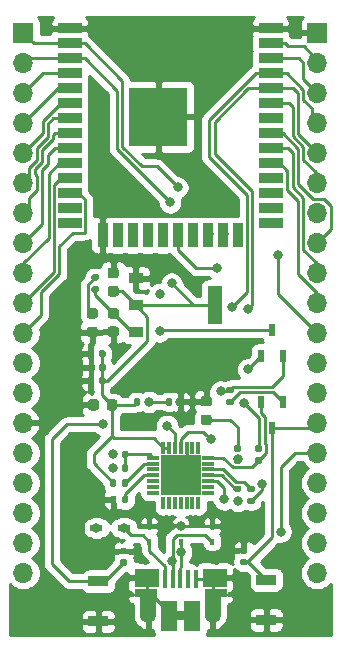
<source format=gtl>
%TF.GenerationSoftware,KiCad,Pcbnew,(5.1.10)-1*%
%TF.CreationDate,2021-10-10T21:05:51-06:00*%
%TF.ProjectId,ESP32_Boardv2.0,45535033-325f-4426-9f61-726476322e30,rev?*%
%TF.SameCoordinates,Original*%
%TF.FileFunction,Copper,L1,Top*%
%TF.FilePolarity,Positive*%
%FSLAX46Y46*%
G04 Gerber Fmt 4.6, Leading zero omitted, Abs format (unit mm)*
G04 Created by KiCad (PCBNEW (5.1.10)-1) date 2021-10-10 21:05:51*
%MOMM*%
%LPD*%
G01*
G04 APERTURE LIST*
%TA.AperFunction,ComponentPad*%
%ADD10O,1.700000X1.700000*%
%TD*%
%TA.AperFunction,ComponentPad*%
%ADD11R,1.700000X1.700000*%
%TD*%
%TA.AperFunction,SMDPad,CuDef*%
%ADD12R,0.400000X0.480000*%
%TD*%
%TA.AperFunction,SMDPad,CuDef*%
%ADD13R,1.075000X0.500000*%
%TD*%
%TA.AperFunction,SMDPad,CuDef*%
%ADD14R,1.300000X0.950000*%
%TD*%
%TA.AperFunction,SMDPad,CuDef*%
%ADD15R,1.300000X3.250000*%
%TD*%
%TA.AperFunction,SMDPad,CuDef*%
%ADD16R,0.300000X1.000000*%
%TD*%
%TA.AperFunction,SMDPad,CuDef*%
%ADD17R,1.000000X0.300000*%
%TD*%
%TA.AperFunction,SMDPad,CuDef*%
%ADD18R,3.350000X3.350000*%
%TD*%
%TA.AperFunction,SMDPad,CuDef*%
%ADD19R,1.350000X2.000000*%
%TD*%
%TA.AperFunction,SMDPad,CuDef*%
%ADD20R,1.825000X0.700000*%
%TD*%
%TA.AperFunction,SMDPad,CuDef*%
%ADD21R,2.000000X1.500000*%
%TD*%
%TA.AperFunction,SMDPad,CuDef*%
%ADD22R,0.400000X1.650000*%
%TD*%
%TA.AperFunction,ComponentPad*%
%ADD23O,1.100000X1.500000*%
%TD*%
%TA.AperFunction,ComponentPad*%
%ADD24O,1.350000X1.700000*%
%TD*%
%TA.AperFunction,SMDPad,CuDef*%
%ADD25R,1.430000X2.500000*%
%TD*%
%TA.AperFunction,SMDPad,CuDef*%
%ADD26R,0.600000X1.100000*%
%TD*%
%TA.AperFunction,SMDPad,CuDef*%
%ADD27R,1.700000X0.900000*%
%TD*%
%TA.AperFunction,SMDPad,CuDef*%
%ADD28R,2.000000X0.900000*%
%TD*%
%TA.AperFunction,SMDPad,CuDef*%
%ADD29R,0.900000X2.000000*%
%TD*%
%TA.AperFunction,SMDPad,CuDef*%
%ADD30R,5.000000X5.000000*%
%TD*%
%TA.AperFunction,ViaPad*%
%ADD31C,0.800000*%
%TD*%
%TA.AperFunction,Conductor*%
%ADD32C,0.250000*%
%TD*%
%TA.AperFunction,Conductor*%
%ADD33C,0.254000*%
%TD*%
%TA.AperFunction,Conductor*%
%ADD34C,0.100000*%
%TD*%
G04 APERTURE END LIST*
D10*
%TO.P,J2,19*%
%TO.N,+5V*%
X104267000Y-74295000D03*
%TO.P,J2,18*%
%TO.N,/CMD*%
X104267000Y-71755000D03*
%TO.P,J2,17*%
%TO.N,/SD3*%
X104267000Y-69215000D03*
%TO.P,J2,16*%
%TO.N,/SD2*%
X104267000Y-66675000D03*
%TO.P,J2,15*%
%TO.N,/IO13*%
X104267000Y-64135000D03*
%TO.P,J2,14*%
%TO.N,GND*%
X104267000Y-61595000D03*
%TO.P,J2,13*%
%TO.N,/IO12*%
X104267000Y-59055000D03*
%TO.P,J2,12*%
%TO.N,/IO14*%
X104267000Y-56515000D03*
%TO.P,J2,11*%
%TO.N,/IO27*%
X104267000Y-53975000D03*
%TO.P,J2,10*%
%TO.N,/IO26*%
X104267000Y-51435000D03*
%TO.P,J2,9*%
%TO.N,/IO25*%
X104267000Y-48895000D03*
%TO.P,J2,8*%
%TO.N,/IO33*%
X104267000Y-46355000D03*
%TO.P,J2,7*%
%TO.N,/IO32*%
X104267000Y-43815000D03*
%TO.P,J2,6*%
%TO.N,/IO35*%
X104267000Y-41275000D03*
%TO.P,J2,5*%
%TO.N,/IO34*%
X104267000Y-38735000D03*
%TO.P,J2,4*%
%TO.N,/SENSOR_VN*%
X104267000Y-36195000D03*
%TO.P,J2,3*%
%TO.N,/SENSOR_VP*%
X104267000Y-33655000D03*
%TO.P,J2,2*%
%TO.N,/EN*%
X104267000Y-31115000D03*
D11*
%TO.P,J2,1*%
%TO.N,/VDD33*%
X104267000Y-28575000D03*
%TD*%
D12*
%TO.P,D2,1*%
%TO.N,/USB_DN*%
X120269000Y-71653000D03*
%TO.P,D2,2*%
%TO.N,GND*%
X120269000Y-70333000D03*
%TD*%
%TO.P,D3,1*%
%TO.N,/USB_DP*%
X117602000Y-71653000D03*
%TO.P,D3,2*%
%TO.N,GND*%
X117602000Y-70333000D03*
%TD*%
%TO.P,D4,2*%
%TO.N,GND*%
X114935000Y-70333000D03*
%TO.P,D4,1*%
%TO.N,/VBUS*%
X114935000Y-71653000D03*
%TD*%
D13*
%TO.P,D5,1*%
%TO.N,+5V*%
X110471000Y-70485000D03*
%TO.P,D5,2*%
%TO.N,/VBUS*%
X112795000Y-70485000D03*
%TD*%
D14*
%TO.P,IC1,1*%
%TO.N,GND*%
X113807500Y-49335500D03*
%TO.P,IC1,2*%
%TO.N,/VDD33*%
X113807500Y-51625500D03*
%TO.P,IC1,3*%
%TO.N,+5V*%
X113807500Y-53915500D03*
D15*
%TO.P,IC1,4*%
%TO.N,/VDD33*%
X120507500Y-51625500D03*
%TD*%
D16*
%TO.P,IC2,1*%
%TO.N,/DCD*%
X119102000Y-63690000D03*
%TO.P,IC2,2*%
%TO.N,/RI*%
X118602000Y-63690000D03*
%TO.P,IC2,3*%
%TO.N,GND*%
X118102000Y-63690000D03*
%TO.P,IC2,4*%
%TO.N,/USB_DP*%
X117602000Y-63690000D03*
%TO.P,IC2,5*%
%TO.N,/USB_DN*%
X117102000Y-63690000D03*
%TO.P,IC2,6*%
%TO.N,/VDD33*%
X116602000Y-63690000D03*
%TO.P,IC2,7*%
X116102000Y-63690000D03*
D17*
%TO.P,IC2,8*%
%TO.N,Net-(IC2-Pad8)*%
X115252000Y-64540000D03*
%TO.P,IC2,9*%
%TO.N,Net-(IC2-Pad9)*%
X115252000Y-65040000D03*
%TO.P,IC2,10*%
%TO.N,Net-(IC2-Pad10)*%
X115252000Y-65540000D03*
%TO.P,IC2,11*%
%TO.N,Net-(IC2-Pad11)*%
X115252000Y-66040000D03*
%TO.P,IC2,12*%
%TO.N,Net-(IC2-Pad12)*%
X115252000Y-66540000D03*
%TO.P,IC2,13*%
%TO.N,Net-(IC2-Pad13)*%
X115252000Y-67040000D03*
%TO.P,IC2,14*%
%TO.N,Net-(IC2-Pad14)*%
X115252000Y-67540000D03*
D16*
%TO.P,IC2,15*%
%TO.N,Net-(IC2-Pad15)*%
X116102000Y-68390000D03*
%TO.P,IC2,16*%
%TO.N,Net-(IC2-Pad16)*%
X116602000Y-68390000D03*
%TO.P,IC2,17*%
%TO.N,Net-(IC2-Pad17)*%
X117102000Y-68390000D03*
%TO.P,IC2,18*%
%TO.N,Net-(IC2-Pad18)*%
X117602000Y-68390000D03*
%TO.P,IC2,19*%
%TO.N,Net-(IC2-Pad19)*%
X118102000Y-68390000D03*
%TO.P,IC2,20*%
%TO.N,Net-(IC2-Pad20)*%
X118602000Y-68390000D03*
%TO.P,IC2,21*%
%TO.N,Net-(IC2-Pad21)*%
X119102000Y-68390000D03*
D17*
%TO.P,IC2,22*%
%TO.N,Net-(IC2-Pad22)*%
X119952000Y-67540000D03*
%TO.P,IC2,23*%
%TO.N,/CTS*%
X119952000Y-67040000D03*
%TO.P,IC2,24*%
%TO.N,/RTS*%
X119952000Y-66540000D03*
%TO.P,IC2,25*%
%TO.N,/RXD*%
X119952000Y-66040000D03*
%TO.P,IC2,26*%
%TO.N,/TXD*%
X119952000Y-65540000D03*
%TO.P,IC2,27*%
%TO.N,/DSR*%
X119952000Y-65040000D03*
%TO.P,IC2,28*%
%TO.N,/DTR*%
X119952000Y-64540000D03*
D18*
%TO.P,IC2,29*%
%TO.N,GND*%
X117602000Y-66040000D03*
%TD*%
D19*
%TO.P,J1,6*%
%TO.N,GND*%
X120327000Y-76766000D03*
X114847000Y-76766000D03*
D20*
X114627000Y-76016000D03*
X120577000Y-76016000D03*
D21*
X114727000Y-74716000D03*
X120477000Y-74696000D03*
D22*
%TO.P,J1,1*%
%TO.N,/VBUS*%
X116277000Y-74816000D03*
%TO.P,J1,2*%
%TO.N,/USB_DN*%
X116927000Y-74816000D03*
%TO.P,J1,3*%
%TO.N,/USB_DP*%
X117577000Y-74816000D03*
%TO.P,J1,4*%
%TO.N,Net-(J1-Pad4)*%
X118227000Y-74816000D03*
%TO.P,J1,5*%
%TO.N,GND*%
X118877000Y-74816000D03*
D23*
%TO.P,J1,6*%
X115157000Y-74696000D03*
X119997000Y-74696000D03*
D24*
X114847000Y-77696000D03*
X120307000Y-77696000D03*
D25*
X116617000Y-77966000D03*
X118537000Y-77966000D03*
%TD*%
D10*
%TO.P,J3,19*%
%TO.N,/CLK*%
X129159000Y-74295000D03*
%TO.P,J3,18*%
%TO.N,/SD0*%
X129159000Y-71755000D03*
%TO.P,J3,17*%
%TO.N,/SD1*%
X129159000Y-69215000D03*
%TO.P,J3,16*%
%TO.N,/IO15*%
X129159000Y-66675000D03*
%TO.P,J3,15*%
%TO.N,/IO2*%
X129159000Y-64135000D03*
%TO.P,J3,14*%
%TO.N,/IO0*%
X129159000Y-61595000D03*
%TO.P,J3,13*%
%TO.N,/IO4*%
X129159000Y-59055000D03*
%TO.P,J3,12*%
%TO.N,/IO16*%
X129159000Y-56515000D03*
%TO.P,J3,11*%
%TO.N,/IO17*%
X129159000Y-53975000D03*
%TO.P,J3,10*%
%TO.N,/IO5*%
X129159000Y-51435000D03*
%TO.P,J3,9*%
%TO.N,/IO18*%
X129159000Y-48895000D03*
%TO.P,J3,8*%
%TO.N,/IO19*%
X129159000Y-46355000D03*
%TO.P,J3,7*%
%TO.N,GND*%
X129159000Y-43815000D03*
%TO.P,J3,6*%
%TO.N,/IO21*%
X129159000Y-41275000D03*
%TO.P,J3,5*%
%TO.N,/RXD0*%
X129159000Y-38735000D03*
%TO.P,J3,4*%
%TO.N,/TXD0*%
X129159000Y-36195000D03*
%TO.P,J3,3*%
%TO.N,/IO22*%
X129159000Y-33655000D03*
%TO.P,J3,2*%
%TO.N,/IO23*%
X129159000Y-31115000D03*
D11*
%TO.P,J3,1*%
%TO.N,GND*%
X129159000Y-28575000D03*
%TD*%
D26*
%TO.P,Q1,1*%
%TO.N,Net-(Q1-Pad1)*%
X124399000Y-55964000D03*
%TO.P,Q1,2*%
%TO.N,/RTS*%
X126299000Y-55964000D03*
%TO.P,Q1,3*%
%TO.N,/EN*%
X125349000Y-53764000D03*
%TD*%
%TO.P,Q2,3*%
%TO.N,/IO0*%
X125349000Y-62060000D03*
%TO.P,Q2,2*%
%TO.N,/DTR*%
X124399000Y-59860000D03*
%TO.P,Q2,1*%
%TO.N,Net-(Q2-Pad1)*%
X126299000Y-59860000D03*
%TD*%
D27*
%TO.P,SW1,2*%
%TO.N,/IO0*%
X124841000Y-74881000D03*
%TO.P,SW1,1*%
%TO.N,GND*%
X124841000Y-78281000D03*
%TD*%
%TO.P,SW2,1*%
%TO.N,GND*%
X110617000Y-78408000D03*
%TO.P,SW2,2*%
%TO.N,/EN*%
X110617000Y-75008000D03*
%TD*%
D28*
%TO.P,U1,38*%
%TO.N,GND*%
X125213000Y-28194000D03*
%TO.P,U1,37*%
%TO.N,/IO23*%
X125213000Y-29464000D03*
%TO.P,U1,36*%
%TO.N,/IO22*%
X125213000Y-30734000D03*
%TO.P,U1,35*%
%TO.N,/TXD0*%
X125213000Y-32004000D03*
%TO.P,U1,34*%
%TO.N,/RXD0*%
X125213000Y-33274000D03*
%TO.P,U1,33*%
%TO.N,/IO21*%
X125213000Y-34544000D03*
%TO.P,U1,32*%
%TO.N,Net-(U1-Pad32)*%
X125213000Y-35814000D03*
%TO.P,U1,31*%
%TO.N,/IO19*%
X125213000Y-37084000D03*
%TO.P,U1,30*%
%TO.N,/IO18*%
X125213000Y-38354000D03*
%TO.P,U1,29*%
%TO.N,/IO5*%
X125213000Y-39624000D03*
%TO.P,U1,28*%
%TO.N,/IO17*%
X125213000Y-40894000D03*
%TO.P,U1,27*%
%TO.N,/IO16*%
X125213000Y-42164000D03*
%TO.P,U1,26*%
%TO.N,/IO4*%
X125213000Y-43434000D03*
%TO.P,U1,25*%
%TO.N,/IO0*%
X125213000Y-44704000D03*
D29*
%TO.P,U1,24*%
%TO.N,/IO2*%
X122428000Y-45704000D03*
%TO.P,U1,23*%
%TO.N,/IO15*%
X121158000Y-45704000D03*
%TO.P,U1,22*%
%TO.N,/SD1*%
X119888000Y-45704000D03*
%TO.P,U1,21*%
%TO.N,/SD0*%
X118618000Y-45704000D03*
%TO.P,U1,20*%
%TO.N,/CLK*%
X117348000Y-45704000D03*
%TO.P,U1,19*%
%TO.N,/CMD*%
X116078000Y-45704000D03*
%TO.P,U1,18*%
%TO.N,/SD3*%
X114808000Y-45704000D03*
%TO.P,U1,17*%
%TO.N,/SD2*%
X113538000Y-45704000D03*
%TO.P,U1,16*%
%TO.N,/IO13*%
X112268000Y-45704000D03*
%TO.P,U1,15*%
%TO.N,GND*%
X110998000Y-45704000D03*
D28*
%TO.P,U1,14*%
%TO.N,/IO12*%
X108213000Y-44704000D03*
%TO.P,U1,13*%
%TO.N,/IO14*%
X108213000Y-43434000D03*
%TO.P,U1,12*%
%TO.N,/IO27*%
X108213000Y-42164000D03*
%TO.P,U1,11*%
%TO.N,/IO26*%
X108213000Y-40894000D03*
%TO.P,U1,10*%
%TO.N,/IO25*%
X108213000Y-39624000D03*
%TO.P,U1,9*%
%TO.N,/IO33*%
X108213000Y-38354000D03*
%TO.P,U1,8*%
%TO.N,/IO32*%
X108213000Y-37084000D03*
%TO.P,U1,7*%
%TO.N,/IO35*%
X108213000Y-35814000D03*
%TO.P,U1,6*%
%TO.N,/IO34*%
X108213000Y-34544000D03*
%TO.P,U1,5*%
%TO.N,/SENSOR_VN*%
X108213000Y-33274000D03*
%TO.P,U1,4*%
%TO.N,/SENSOR_VP*%
X108213000Y-32004000D03*
%TO.P,U1,3*%
%TO.N,/EN*%
X108213000Y-30734000D03*
%TO.P,U1,2*%
%TO.N,/VDD33*%
X108213000Y-29464000D03*
%TO.P,U1,1*%
%TO.N,GND*%
X108213000Y-28194000D03*
D30*
%TO.P,U1,39*%
X115713000Y-35694000D03*
%TD*%
%TO.P,C1,1*%
%TO.N,+5V*%
%TA.AperFunction,SMDPad,CuDef*%
G36*
G01*
X111637000Y-51874000D02*
X112137000Y-51874000D01*
G75*
G02*
X112362000Y-52099000I0J-225000D01*
G01*
X112362000Y-52549000D01*
G75*
G02*
X112137000Y-52774000I-225000J0D01*
G01*
X111637000Y-52774000D01*
G75*
G02*
X111412000Y-52549000I0J225000D01*
G01*
X111412000Y-52099000D01*
G75*
G02*
X111637000Y-51874000I225000J0D01*
G01*
G37*
%TD.AperFunction*%
%TO.P,C1,2*%
%TO.N,GND*%
%TA.AperFunction,SMDPad,CuDef*%
G36*
G01*
X111637000Y-53424000D02*
X112137000Y-53424000D01*
G75*
G02*
X112362000Y-53649000I0J-225000D01*
G01*
X112362000Y-54099000D01*
G75*
G02*
X112137000Y-54324000I-225000J0D01*
G01*
X111637000Y-54324000D01*
G75*
G02*
X111412000Y-54099000I0J225000D01*
G01*
X111412000Y-53649000D01*
G75*
G02*
X111637000Y-53424000I225000J0D01*
G01*
G37*
%TD.AperFunction*%
%TD*%
%TO.P,C2,2*%
%TO.N,GND*%
%TA.AperFunction,SMDPad,CuDef*%
G36*
G01*
X110673000Y-59821000D02*
X110673000Y-60321000D01*
G75*
G02*
X110448000Y-60546000I-225000J0D01*
G01*
X109998000Y-60546000D01*
G75*
G02*
X109773000Y-60321000I0J225000D01*
G01*
X109773000Y-59821000D01*
G75*
G02*
X109998000Y-59596000I225000J0D01*
G01*
X110448000Y-59596000D01*
G75*
G02*
X110673000Y-59821000I0J-225000D01*
G01*
G37*
%TD.AperFunction*%
%TO.P,C2,1*%
%TO.N,/VDD33*%
%TA.AperFunction,SMDPad,CuDef*%
G36*
G01*
X112223000Y-59821000D02*
X112223000Y-60321000D01*
G75*
G02*
X111998000Y-60546000I-225000J0D01*
G01*
X111548000Y-60546000D01*
G75*
G02*
X111323000Y-60321000I0J225000D01*
G01*
X111323000Y-59821000D01*
G75*
G02*
X111548000Y-59596000I225000J0D01*
G01*
X111998000Y-59596000D01*
G75*
G02*
X112223000Y-59821000I0J-225000D01*
G01*
G37*
%TD.AperFunction*%
%TD*%
%TO.P,C3,2*%
%TO.N,GND*%
%TA.AperFunction,SMDPad,CuDef*%
G36*
G01*
X110318000Y-56726000D02*
X110318000Y-57066000D01*
G75*
G02*
X110178000Y-57206000I-140000J0D01*
G01*
X109898000Y-57206000D01*
G75*
G02*
X109758000Y-57066000I0J140000D01*
G01*
X109758000Y-56726000D01*
G75*
G02*
X109898000Y-56586000I140000J0D01*
G01*
X110178000Y-56586000D01*
G75*
G02*
X110318000Y-56726000I0J-140000D01*
G01*
G37*
%TD.AperFunction*%
%TO.P,C3,1*%
%TO.N,/VDD33*%
%TA.AperFunction,SMDPad,CuDef*%
G36*
G01*
X111278000Y-56726000D02*
X111278000Y-57066000D01*
G75*
G02*
X111138000Y-57206000I-140000J0D01*
G01*
X110858000Y-57206000D01*
G75*
G02*
X110718000Y-57066000I0J140000D01*
G01*
X110718000Y-56726000D01*
G75*
G02*
X110858000Y-56586000I140000J0D01*
G01*
X111138000Y-56586000D01*
G75*
G02*
X111278000Y-56726000I0J-140000D01*
G01*
G37*
%TD.AperFunction*%
%TD*%
%TO.P,C5,2*%
%TO.N,GND*%
%TA.AperFunction,SMDPad,CuDef*%
G36*
G01*
X110290000Y-55583000D02*
X110290000Y-55923000D01*
G75*
G02*
X110150000Y-56063000I-140000J0D01*
G01*
X109870000Y-56063000D01*
G75*
G02*
X109730000Y-55923000I0J140000D01*
G01*
X109730000Y-55583000D01*
G75*
G02*
X109870000Y-55443000I140000J0D01*
G01*
X110150000Y-55443000D01*
G75*
G02*
X110290000Y-55583000I0J-140000D01*
G01*
G37*
%TD.AperFunction*%
%TO.P,C5,1*%
%TO.N,/VDD33*%
%TA.AperFunction,SMDPad,CuDef*%
G36*
G01*
X111250000Y-55583000D02*
X111250000Y-55923000D01*
G75*
G02*
X111110000Y-56063000I-140000J0D01*
G01*
X110830000Y-56063000D01*
G75*
G02*
X110690000Y-55923000I0J140000D01*
G01*
X110690000Y-55583000D01*
G75*
G02*
X110830000Y-55443000I140000J0D01*
G01*
X111110000Y-55443000D01*
G75*
G02*
X111250000Y-55583000I0J-140000D01*
G01*
G37*
%TD.AperFunction*%
%TD*%
%TO.P,C6,1*%
%TO.N,/EN*%
%TA.AperFunction,SMDPad,CuDef*%
G36*
G01*
X116334000Y-59987000D02*
X116334000Y-59647000D01*
G75*
G02*
X116474000Y-59507000I140000J0D01*
G01*
X116754000Y-59507000D01*
G75*
G02*
X116894000Y-59647000I0J-140000D01*
G01*
X116894000Y-59987000D01*
G75*
G02*
X116754000Y-60127000I-140000J0D01*
G01*
X116474000Y-60127000D01*
G75*
G02*
X116334000Y-59987000I0J140000D01*
G01*
G37*
%TD.AperFunction*%
%TO.P,C6,2*%
%TO.N,GND*%
%TA.AperFunction,SMDPad,CuDef*%
G36*
G01*
X117294000Y-59987000D02*
X117294000Y-59647000D01*
G75*
G02*
X117434000Y-59507000I140000J0D01*
G01*
X117714000Y-59507000D01*
G75*
G02*
X117854000Y-59647000I0J-140000D01*
G01*
X117854000Y-59987000D01*
G75*
G02*
X117714000Y-60127000I-140000J0D01*
G01*
X117434000Y-60127000D01*
G75*
G02*
X117294000Y-59987000I0J140000D01*
G01*
G37*
%TD.AperFunction*%
%TD*%
%TO.P,C7,2*%
%TO.N,GND*%
%TA.AperFunction,SMDPad,CuDef*%
G36*
G01*
X112137000Y-49345000D02*
X111637000Y-49345000D01*
G75*
G02*
X111412000Y-49120000I0J225000D01*
G01*
X111412000Y-48670000D01*
G75*
G02*
X111637000Y-48445000I225000J0D01*
G01*
X112137000Y-48445000D01*
G75*
G02*
X112362000Y-48670000I0J-225000D01*
G01*
X112362000Y-49120000D01*
G75*
G02*
X112137000Y-49345000I-225000J0D01*
G01*
G37*
%TD.AperFunction*%
%TO.P,C7,1*%
%TO.N,/VDD33*%
%TA.AperFunction,SMDPad,CuDef*%
G36*
G01*
X112137000Y-50895000D02*
X111637000Y-50895000D01*
G75*
G02*
X111412000Y-50670000I0J225000D01*
G01*
X111412000Y-50220000D01*
G75*
G02*
X111637000Y-49995000I225000J0D01*
G01*
X112137000Y-49995000D01*
G75*
G02*
X112362000Y-50220000I0J-225000D01*
G01*
X112362000Y-50670000D01*
G75*
G02*
X112137000Y-50895000I-225000J0D01*
G01*
G37*
%TD.AperFunction*%
%TD*%
%TO.P,C8,1*%
%TO.N,/VDD33*%
%TA.AperFunction,SMDPad,CuDef*%
G36*
G01*
X111250000Y-57869000D02*
X111250000Y-58209000D01*
G75*
G02*
X111110000Y-58349000I-140000J0D01*
G01*
X110830000Y-58349000D01*
G75*
G02*
X110690000Y-58209000I0J140000D01*
G01*
X110690000Y-57869000D01*
G75*
G02*
X110830000Y-57729000I140000J0D01*
G01*
X111110000Y-57729000D01*
G75*
G02*
X111250000Y-57869000I0J-140000D01*
G01*
G37*
%TD.AperFunction*%
%TO.P,C8,2*%
%TO.N,GND*%
%TA.AperFunction,SMDPad,CuDef*%
G36*
G01*
X110290000Y-57869000D02*
X110290000Y-58209000D01*
G75*
G02*
X110150000Y-58349000I-140000J0D01*
G01*
X109870000Y-58349000D01*
G75*
G02*
X109730000Y-58209000I0J140000D01*
G01*
X109730000Y-57869000D01*
G75*
G02*
X109870000Y-57729000I140000J0D01*
G01*
X110150000Y-57729000D01*
G75*
G02*
X110290000Y-57869000I0J-140000D01*
G01*
G37*
%TD.AperFunction*%
%TD*%
%TO.P,C9,2*%
%TO.N,/EN*%
%TA.AperFunction,SMDPad,CuDef*%
G36*
G01*
X112606000Y-73126000D02*
X112946000Y-73126000D01*
G75*
G02*
X113086000Y-73266000I0J-140000D01*
G01*
X113086000Y-73546000D01*
G75*
G02*
X112946000Y-73686000I-140000J0D01*
G01*
X112606000Y-73686000D01*
G75*
G02*
X112466000Y-73546000I0J140000D01*
G01*
X112466000Y-73266000D01*
G75*
G02*
X112606000Y-73126000I140000J0D01*
G01*
G37*
%TD.AperFunction*%
%TO.P,C9,1*%
%TO.N,GND*%
%TA.AperFunction,SMDPad,CuDef*%
G36*
G01*
X112606000Y-72166000D02*
X112946000Y-72166000D01*
G75*
G02*
X113086000Y-72306000I0J-140000D01*
G01*
X113086000Y-72586000D01*
G75*
G02*
X112946000Y-72726000I-140000J0D01*
G01*
X112606000Y-72726000D01*
G75*
G02*
X112466000Y-72586000I0J140000D01*
G01*
X112466000Y-72306000D01*
G75*
G02*
X112606000Y-72166000I140000J0D01*
G01*
G37*
%TD.AperFunction*%
%TD*%
%TO.P,D1,2*%
%TO.N,Net-(D1-Pad2)*%
%TA.AperFunction,SMDPad,CuDef*%
G36*
G01*
X110365250Y-52761500D02*
X109852750Y-52761500D01*
G75*
G02*
X109634000Y-52542750I0J218750D01*
G01*
X109634000Y-52105250D01*
G75*
G02*
X109852750Y-51886500I218750J0D01*
G01*
X110365250Y-51886500D01*
G75*
G02*
X110584000Y-52105250I0J-218750D01*
G01*
X110584000Y-52542750D01*
G75*
G02*
X110365250Y-52761500I-218750J0D01*
G01*
G37*
%TD.AperFunction*%
%TO.P,D1,1*%
%TO.N,GND*%
%TA.AperFunction,SMDPad,CuDef*%
G36*
G01*
X110365250Y-54336500D02*
X109852750Y-54336500D01*
G75*
G02*
X109634000Y-54117750I0J218750D01*
G01*
X109634000Y-53680250D01*
G75*
G02*
X109852750Y-53461500I218750J0D01*
G01*
X110365250Y-53461500D01*
G75*
G02*
X110584000Y-53680250I0J-218750D01*
G01*
X110584000Y-54117750D01*
G75*
G02*
X110365250Y-54336500I-218750J0D01*
G01*
G37*
%TD.AperFunction*%
%TD*%
%TO.P,D6,2*%
%TO.N,Net-(D6-Pad2)*%
%TA.AperFunction,SMDPad,CuDef*%
G36*
G01*
X119504750Y-60903500D02*
X120017250Y-60903500D01*
G75*
G02*
X120236000Y-61122250I0J-218750D01*
G01*
X120236000Y-61559750D01*
G75*
G02*
X120017250Y-61778500I-218750J0D01*
G01*
X119504750Y-61778500D01*
G75*
G02*
X119286000Y-61559750I0J218750D01*
G01*
X119286000Y-61122250D01*
G75*
G02*
X119504750Y-60903500I218750J0D01*
G01*
G37*
%TD.AperFunction*%
%TO.P,D6,1*%
%TO.N,GND*%
%TA.AperFunction,SMDPad,CuDef*%
G36*
G01*
X119504750Y-59328500D02*
X120017250Y-59328500D01*
G75*
G02*
X120236000Y-59547250I0J-218750D01*
G01*
X120236000Y-59984750D01*
G75*
G02*
X120017250Y-60203500I-218750J0D01*
G01*
X119504750Y-60203500D01*
G75*
G02*
X119286000Y-59984750I0J218750D01*
G01*
X119286000Y-59547250D01*
G75*
G02*
X119504750Y-59328500I218750J0D01*
G01*
G37*
%TD.AperFunction*%
%TD*%
%TO.P,R1,1*%
%TO.N,Net-(D1-Pad2)*%
%TA.AperFunction,SMDPad,CuDef*%
G36*
G01*
X110178000Y-49002000D02*
X110548000Y-49002000D01*
G75*
G02*
X110683000Y-49137000I0J-135000D01*
G01*
X110683000Y-49407000D01*
G75*
G02*
X110548000Y-49542000I-135000J0D01*
G01*
X110178000Y-49542000D01*
G75*
G02*
X110043000Y-49407000I0J135000D01*
G01*
X110043000Y-49137000D01*
G75*
G02*
X110178000Y-49002000I135000J0D01*
G01*
G37*
%TD.AperFunction*%
%TO.P,R1,2*%
%TO.N,+5V*%
%TA.AperFunction,SMDPad,CuDef*%
G36*
G01*
X110178000Y-50022000D02*
X110548000Y-50022000D01*
G75*
G02*
X110683000Y-50157000I0J-135000D01*
G01*
X110683000Y-50427000D01*
G75*
G02*
X110548000Y-50562000I-135000J0D01*
G01*
X110178000Y-50562000D01*
G75*
G02*
X110043000Y-50427000I0J135000D01*
G01*
X110043000Y-50157000D01*
G75*
G02*
X110178000Y-50022000I135000J0D01*
G01*
G37*
%TD.AperFunction*%
%TD*%
%TO.P,R2,2*%
%TO.N,/TXD0*%
%TA.AperFunction,SMDPad,CuDef*%
G36*
G01*
X122243000Y-67931000D02*
X122613000Y-67931000D01*
G75*
G02*
X122748000Y-68066000I0J-135000D01*
G01*
X122748000Y-68336000D01*
G75*
G02*
X122613000Y-68471000I-135000J0D01*
G01*
X122243000Y-68471000D01*
G75*
G02*
X122108000Y-68336000I0J135000D01*
G01*
X122108000Y-68066000D01*
G75*
G02*
X122243000Y-67931000I135000J0D01*
G01*
G37*
%TD.AperFunction*%
%TO.P,R2,1*%
%TO.N,/RXD*%
%TA.AperFunction,SMDPad,CuDef*%
G36*
G01*
X122243000Y-66911000D02*
X122613000Y-66911000D01*
G75*
G02*
X122748000Y-67046000I0J-135000D01*
G01*
X122748000Y-67316000D01*
G75*
G02*
X122613000Y-67451000I-135000J0D01*
G01*
X122243000Y-67451000D01*
G75*
G02*
X122108000Y-67316000I0J135000D01*
G01*
X122108000Y-67046000D01*
G75*
G02*
X122243000Y-66911000I135000J0D01*
G01*
G37*
%TD.AperFunction*%
%TD*%
%TO.P,R3,1*%
%TO.N,/TXD*%
%TA.AperFunction,SMDPad,CuDef*%
G36*
G01*
X123386000Y-66913000D02*
X123756000Y-66913000D01*
G75*
G02*
X123891000Y-67048000I0J-135000D01*
G01*
X123891000Y-67318000D01*
G75*
G02*
X123756000Y-67453000I-135000J0D01*
G01*
X123386000Y-67453000D01*
G75*
G02*
X123251000Y-67318000I0J135000D01*
G01*
X123251000Y-67048000D01*
G75*
G02*
X123386000Y-66913000I135000J0D01*
G01*
G37*
%TD.AperFunction*%
%TO.P,R3,2*%
%TO.N,/RXD0*%
%TA.AperFunction,SMDPad,CuDef*%
G36*
G01*
X123386000Y-67933000D02*
X123756000Y-67933000D01*
G75*
G02*
X123891000Y-68068000I0J-135000D01*
G01*
X123891000Y-68338000D01*
G75*
G02*
X123756000Y-68473000I-135000J0D01*
G01*
X123386000Y-68473000D01*
G75*
G02*
X123251000Y-68338000I0J135000D01*
G01*
X123251000Y-68068000D01*
G75*
G02*
X123386000Y-67933000I135000J0D01*
G01*
G37*
%TD.AperFunction*%
%TD*%
%TO.P,R4,2*%
%TO.N,/DTR*%
%TA.AperFunction,SMDPad,CuDef*%
G36*
G01*
X124021000Y-64504000D02*
X124391000Y-64504000D01*
G75*
G02*
X124526000Y-64639000I0J-135000D01*
G01*
X124526000Y-64909000D01*
G75*
G02*
X124391000Y-65044000I-135000J0D01*
G01*
X124021000Y-65044000D01*
G75*
G02*
X123886000Y-64909000I0J135000D01*
G01*
X123886000Y-64639000D01*
G75*
G02*
X124021000Y-64504000I135000J0D01*
G01*
G37*
%TD.AperFunction*%
%TO.P,R4,1*%
%TO.N,Net-(Q1-Pad1)*%
%TA.AperFunction,SMDPad,CuDef*%
G36*
G01*
X124021000Y-63484000D02*
X124391000Y-63484000D01*
G75*
G02*
X124526000Y-63619000I0J-135000D01*
G01*
X124526000Y-63889000D01*
G75*
G02*
X124391000Y-64024000I-135000J0D01*
G01*
X124021000Y-64024000D01*
G75*
G02*
X123886000Y-63889000I0J135000D01*
G01*
X123886000Y-63619000D01*
G75*
G02*
X124021000Y-63484000I135000J0D01*
G01*
G37*
%TD.AperFunction*%
%TD*%
%TO.P,R5,1*%
%TO.N,Net-(Q2-Pad1)*%
%TA.AperFunction,SMDPad,CuDef*%
G36*
G01*
X121978000Y-60089000D02*
X121608000Y-60089000D01*
G75*
G02*
X121473000Y-59954000I0J135000D01*
G01*
X121473000Y-59684000D01*
G75*
G02*
X121608000Y-59549000I135000J0D01*
G01*
X121978000Y-59549000D01*
G75*
G02*
X122113000Y-59684000I0J-135000D01*
G01*
X122113000Y-59954000D01*
G75*
G02*
X121978000Y-60089000I-135000J0D01*
G01*
G37*
%TD.AperFunction*%
%TO.P,R5,2*%
%TO.N,/RTS*%
%TA.AperFunction,SMDPad,CuDef*%
G36*
G01*
X121978000Y-59069000D02*
X121608000Y-59069000D01*
G75*
G02*
X121473000Y-58934000I0J135000D01*
G01*
X121473000Y-58664000D01*
G75*
G02*
X121608000Y-58529000I135000J0D01*
G01*
X121978000Y-58529000D01*
G75*
G02*
X122113000Y-58664000I0J-135000D01*
G01*
X122113000Y-58934000D01*
G75*
G02*
X121978000Y-59069000I-135000J0D01*
G01*
G37*
%TD.AperFunction*%
%TD*%
%TO.P,R6,2*%
%TO.N,Net-(IC2-Pad8)*%
%TA.AperFunction,SMDPad,CuDef*%
G36*
G01*
X112637000Y-65590000D02*
X112637000Y-65220000D01*
G75*
G02*
X112772000Y-65085000I135000J0D01*
G01*
X113042000Y-65085000D01*
G75*
G02*
X113177000Y-65220000I0J-135000D01*
G01*
X113177000Y-65590000D01*
G75*
G02*
X113042000Y-65725000I-135000J0D01*
G01*
X112772000Y-65725000D01*
G75*
G02*
X112637000Y-65590000I0J135000D01*
G01*
G37*
%TD.AperFunction*%
%TO.P,R6,1*%
%TO.N,/VBUS*%
%TA.AperFunction,SMDPad,CuDef*%
G36*
G01*
X111617000Y-65590000D02*
X111617000Y-65220000D01*
G75*
G02*
X111752000Y-65085000I135000J0D01*
G01*
X112022000Y-65085000D01*
G75*
G02*
X112157000Y-65220000I0J-135000D01*
G01*
X112157000Y-65590000D01*
G75*
G02*
X112022000Y-65725000I-135000J0D01*
G01*
X111752000Y-65725000D01*
G75*
G02*
X111617000Y-65590000I0J135000D01*
G01*
G37*
%TD.AperFunction*%
%TD*%
%TO.P,R7,1*%
%TO.N,/EN*%
%TA.AperFunction,SMDPad,CuDef*%
G36*
G01*
X115205000Y-59632000D02*
X115205000Y-60002000D01*
G75*
G02*
X115070000Y-60137000I-135000J0D01*
G01*
X114800000Y-60137000D01*
G75*
G02*
X114665000Y-60002000I0J135000D01*
G01*
X114665000Y-59632000D01*
G75*
G02*
X114800000Y-59497000I135000J0D01*
G01*
X115070000Y-59497000D01*
G75*
G02*
X115205000Y-59632000I0J-135000D01*
G01*
G37*
%TD.AperFunction*%
%TO.P,R7,2*%
%TO.N,/VDD33*%
%TA.AperFunction,SMDPad,CuDef*%
G36*
G01*
X114185000Y-59632000D02*
X114185000Y-60002000D01*
G75*
G02*
X114050000Y-60137000I-135000J0D01*
G01*
X113780000Y-60137000D01*
G75*
G02*
X113645000Y-60002000I0J135000D01*
G01*
X113645000Y-59632000D01*
G75*
G02*
X113780000Y-59497000I135000J0D01*
G01*
X114050000Y-59497000D01*
G75*
G02*
X114185000Y-59632000I0J-135000D01*
G01*
G37*
%TD.AperFunction*%
%TD*%
%TO.P,R8,1*%
%TO.N,GND*%
%TA.AperFunction,SMDPad,CuDef*%
G36*
G01*
X111613000Y-64447000D02*
X111613000Y-64077000D01*
G75*
G02*
X111748000Y-63942000I135000J0D01*
G01*
X112018000Y-63942000D01*
G75*
G02*
X112153000Y-64077000I0J-135000D01*
G01*
X112153000Y-64447000D01*
G75*
G02*
X112018000Y-64582000I-135000J0D01*
G01*
X111748000Y-64582000D01*
G75*
G02*
X111613000Y-64447000I0J135000D01*
G01*
G37*
%TD.AperFunction*%
%TO.P,R8,2*%
%TO.N,Net-(IC2-Pad8)*%
%TA.AperFunction,SMDPad,CuDef*%
G36*
G01*
X112633000Y-64447000D02*
X112633000Y-64077000D01*
G75*
G02*
X112768000Y-63942000I135000J0D01*
G01*
X113038000Y-63942000D01*
G75*
G02*
X113173000Y-64077000I0J-135000D01*
G01*
X113173000Y-64447000D01*
G75*
G02*
X113038000Y-64582000I-135000J0D01*
G01*
X112768000Y-64582000D01*
G75*
G02*
X112633000Y-64447000I0J135000D01*
G01*
G37*
%TD.AperFunction*%
%TD*%
%TO.P,R9,2*%
%TO.N,Net-(IC2-Pad9)*%
%TA.AperFunction,SMDPad,CuDef*%
G36*
G01*
X112635000Y-66860000D02*
X112635000Y-66490000D01*
G75*
G02*
X112770000Y-66355000I135000J0D01*
G01*
X113040000Y-66355000D01*
G75*
G02*
X113175000Y-66490000I0J-135000D01*
G01*
X113175000Y-66860000D01*
G75*
G02*
X113040000Y-66995000I-135000J0D01*
G01*
X112770000Y-66995000D01*
G75*
G02*
X112635000Y-66860000I0J135000D01*
G01*
G37*
%TD.AperFunction*%
%TO.P,R9,1*%
%TO.N,/VDD33*%
%TA.AperFunction,SMDPad,CuDef*%
G36*
G01*
X111615000Y-66860000D02*
X111615000Y-66490000D01*
G75*
G02*
X111750000Y-66355000I135000J0D01*
G01*
X112020000Y-66355000D01*
G75*
G02*
X112155000Y-66490000I0J-135000D01*
G01*
X112155000Y-66860000D01*
G75*
G02*
X112020000Y-66995000I-135000J0D01*
G01*
X111750000Y-66995000D01*
G75*
G02*
X111615000Y-66860000I0J135000D01*
G01*
G37*
%TD.AperFunction*%
%TD*%
%TO.P,R10,1*%
%TO.N,GND*%
%TA.AperFunction,SMDPad,CuDef*%
G36*
G01*
X111617000Y-68257000D02*
X111617000Y-67887000D01*
G75*
G02*
X111752000Y-67752000I135000J0D01*
G01*
X112022000Y-67752000D01*
G75*
G02*
X112157000Y-67887000I0J-135000D01*
G01*
X112157000Y-68257000D01*
G75*
G02*
X112022000Y-68392000I-135000J0D01*
G01*
X111752000Y-68392000D01*
G75*
G02*
X111617000Y-68257000I0J135000D01*
G01*
G37*
%TD.AperFunction*%
%TO.P,R10,2*%
%TO.N,Net-(IC2-Pad11)*%
%TA.AperFunction,SMDPad,CuDef*%
G36*
G01*
X112637000Y-68257000D02*
X112637000Y-67887000D01*
G75*
G02*
X112772000Y-67752000I135000J0D01*
G01*
X113042000Y-67752000D01*
G75*
G02*
X113177000Y-67887000I0J-135000D01*
G01*
X113177000Y-68257000D01*
G75*
G02*
X113042000Y-68392000I-135000J0D01*
G01*
X112772000Y-68392000D01*
G75*
G02*
X112637000Y-68257000I0J135000D01*
G01*
G37*
%TD.AperFunction*%
%TD*%
%TO.P,R11,1*%
%TO.N,Net-(D6-Pad2)*%
%TA.AperFunction,SMDPad,CuDef*%
G36*
G01*
X122243000Y-63484000D02*
X122613000Y-63484000D01*
G75*
G02*
X122748000Y-63619000I0J-135000D01*
G01*
X122748000Y-63889000D01*
G75*
G02*
X122613000Y-64024000I-135000J0D01*
G01*
X122243000Y-64024000D01*
G75*
G02*
X122108000Y-63889000I0J135000D01*
G01*
X122108000Y-63619000D01*
G75*
G02*
X122243000Y-63484000I135000J0D01*
G01*
G37*
%TD.AperFunction*%
%TO.P,R11,2*%
%TO.N,/IO2*%
%TA.AperFunction,SMDPad,CuDef*%
G36*
G01*
X122243000Y-64504000D02*
X122613000Y-64504000D01*
G75*
G02*
X122748000Y-64639000I0J-135000D01*
G01*
X122748000Y-64909000D01*
G75*
G02*
X122613000Y-65044000I-135000J0D01*
G01*
X122243000Y-65044000D01*
G75*
G02*
X122108000Y-64909000I0J135000D01*
G01*
X122108000Y-64639000D01*
G75*
G02*
X122243000Y-64504000I135000J0D01*
G01*
G37*
%TD.AperFunction*%
%TD*%
%TO.P,C4,2*%
%TO.N,/IO0*%
%TA.AperFunction,SMDPad,CuDef*%
G36*
G01*
X122766000Y-73098000D02*
X123106000Y-73098000D01*
G75*
G02*
X123246000Y-73238000I0J-140000D01*
G01*
X123246000Y-73518000D01*
G75*
G02*
X123106000Y-73658000I-140000J0D01*
G01*
X122766000Y-73658000D01*
G75*
G02*
X122626000Y-73518000I0J140000D01*
G01*
X122626000Y-73238000D01*
G75*
G02*
X122766000Y-73098000I140000J0D01*
G01*
G37*
%TD.AperFunction*%
%TO.P,C4,1*%
%TO.N,GND*%
%TA.AperFunction,SMDPad,CuDef*%
G36*
G01*
X122766000Y-72138000D02*
X123106000Y-72138000D01*
G75*
G02*
X123246000Y-72278000I0J-140000D01*
G01*
X123246000Y-72558000D01*
G75*
G02*
X123106000Y-72698000I-140000J0D01*
G01*
X122766000Y-72698000D01*
G75*
G02*
X122626000Y-72558000I0J140000D01*
G01*
X122626000Y-72278000D01*
G75*
G02*
X122766000Y-72138000I140000J0D01*
G01*
G37*
%TD.AperFunction*%
%TD*%
D31*
%TO.N,GND*%
X115780000Y-35710000D03*
X117570000Y-59800000D03*
X111887000Y-64262000D03*
X118745000Y-67183000D03*
X110272999Y-60107999D03*
X117627000Y-70333000D03*
%TO.N,+5V*%
X113807500Y-53915500D03*
X110471000Y-70485000D03*
%TO.N,/VDD33*%
X113807500Y-51625500D03*
X116840000Y-49784000D03*
X117348000Y-41656000D03*
%TO.N,/IO0*%
X125349000Y-44704000D03*
%TO.N,/EN*%
X116713000Y-42926000D03*
X115824000Y-50673000D03*
X114935000Y-59817000D03*
X110998000Y-61722000D03*
X115824000Y-53848000D03*
%TO.N,/USB_DN*%
X116459000Y-61849000D03*
X116877000Y-73319000D03*
%TO.N,/USB_DP*%
X120142000Y-62992000D03*
X117652000Y-72517000D03*
%TO.N,/VBUS*%
X111887000Y-65405000D03*
X112795000Y-70485000D03*
%TO.N,/RTS*%
X121280347Y-68076653D03*
X120977999Y-58928000D03*
%TO.N,/CMD*%
X116078000Y-45847000D03*
%TO.N,/SD3*%
X114808000Y-45847000D03*
%TO.N,/SD2*%
X113538000Y-45974000D03*
%TO.N,/IO13*%
X112268000Y-45847000D03*
%TO.N,/IO12*%
X108204000Y-44704000D03*
%TO.N,/IO14*%
X108204000Y-43434000D03*
%TO.N,/IO27*%
X108204000Y-42164000D03*
%TO.N,/IO26*%
X108204000Y-40894000D03*
%TO.N,/TXD0*%
X122428000Y-68199000D03*
X121920000Y-51816000D03*
%TO.N,/RXD0*%
X123317000Y-51943000D03*
X124460000Y-66802000D03*
%TO.N,/IO17*%
X125222000Y-40894000D03*
X125857000Y-47371000D03*
%TO.N,/IO16*%
X125349000Y-42164000D03*
%TO.N,/IO4*%
X125222000Y-43434000D03*
%TO.N,/IO2*%
X122428000Y-45720000D03*
X126074000Y-70799747D03*
X122428000Y-64644010D03*
%TO.N,/IO15*%
X121285000Y-45593000D03*
%TO.N,/SD1*%
X120015000Y-45593000D03*
%TO.N,/SD0*%
X118618000Y-45704000D03*
%TO.N,/CLK*%
X120650000Y-48514000D03*
%TO.N,Net-(Q1-Pad1)*%
X122936000Y-59944000D03*
X123306990Y-57056010D03*
%TD*%
D32*
%TO.N,GND*%
X114935000Y-70333000D02*
X117627000Y-70333000D01*
X114727000Y-75716000D02*
X116608000Y-77597000D01*
X114727000Y-74716000D02*
X114727000Y-75716000D01*
X118168000Y-77597000D02*
X118537000Y-77966000D01*
X116608000Y-77597000D02*
X118168000Y-77597000D01*
X120327000Y-74846000D02*
X120477000Y-74696000D01*
X120327000Y-76766000D02*
X120327000Y-74846000D01*
X120357000Y-74816000D02*
X120477000Y-74696000D01*
X118877000Y-74816000D02*
X120357000Y-74816000D01*
X118102000Y-65540000D02*
X117602000Y-66040000D01*
X118102000Y-63690000D02*
X118102000Y-65540000D01*
X118110000Y-63682000D02*
X118102000Y-63690000D01*
X117627000Y-70333000D02*
X120269000Y-70333000D01*
X118102000Y-66540000D02*
X118102000Y-63690000D01*
X118745000Y-67183000D02*
X118102000Y-66540000D01*
%TO.N,+5V*%
X113478500Y-53915500D02*
X111887000Y-52324000D01*
X113807500Y-53915500D02*
X113807500Y-53915500D01*
X110363000Y-50800000D02*
X111887000Y-52324000D01*
X110363000Y-50292000D02*
X110363000Y-50800000D01*
X113807500Y-53915500D02*
X113478500Y-53915500D01*
%TO.N,/VDD33*%
X105156000Y-29464000D02*
X108213000Y-29464000D01*
X104267000Y-28575000D02*
X105156000Y-29464000D01*
X110970000Y-59268000D02*
X111773000Y-60071000D01*
X113661000Y-60071000D02*
X113915000Y-59817000D01*
X111773000Y-60071000D02*
X113661000Y-60071000D01*
X110970000Y-55753000D02*
X110970000Y-59268000D01*
X112627000Y-50445000D02*
X113807500Y-51625500D01*
X111887000Y-50445000D02*
X112627000Y-50445000D01*
X111394002Y-58039000D02*
X110970000Y-58039000D01*
X114782501Y-54650501D02*
X111394002Y-58039000D01*
X114782501Y-52600501D02*
X114782501Y-54650501D01*
X113807500Y-51625500D02*
X114782501Y-52600501D01*
X120507500Y-51625500D02*
X113807500Y-51625500D01*
X111974010Y-62900990D02*
X115312990Y-62900990D01*
X115312990Y-62900990D02*
X116102000Y-63690000D01*
X116102000Y-63690000D02*
X116602000Y-63690000D01*
X111773000Y-62699980D02*
X111974010Y-62900990D01*
X111773000Y-60071000D02*
X111773000Y-62699980D01*
X111885000Y-66675000D02*
X110236000Y-65026000D01*
X110236000Y-64236980D02*
X111773000Y-62699980D01*
X110236000Y-65026000D02*
X110236000Y-64236980D01*
X113807500Y-51625500D02*
X113807500Y-51625500D01*
X109463000Y-29464000D02*
X112649000Y-32650000D01*
X108213000Y-29464000D02*
X109463000Y-29464000D01*
X112649000Y-38215002D02*
X114311998Y-39878000D01*
X112649000Y-32650000D02*
X112649000Y-38215002D01*
X114311998Y-39878000D02*
X115570000Y-39878000D01*
X118681500Y-51625500D02*
X116840000Y-49784000D01*
X120507500Y-51625500D02*
X118681500Y-51625500D01*
X115570000Y-39878000D02*
X117348000Y-41656000D01*
%TO.N,/IO0*%
X123338000Y-73378000D02*
X124841000Y-74881000D01*
X122936000Y-73378000D02*
X123338000Y-73378000D01*
X125349000Y-71275000D02*
X125349000Y-62060000D01*
X123246000Y-73378000D02*
X125349000Y-71275000D01*
X122936000Y-73378000D02*
X123246000Y-73378000D01*
X128694000Y-62060000D02*
X129159000Y-61595000D01*
X125349000Y-62060000D02*
X128694000Y-62060000D01*
%TO.N,/EN*%
X104648000Y-30734000D02*
X104267000Y-31115000D01*
X108213000Y-30734000D02*
X104648000Y-30734000D01*
X111174000Y-75008000D02*
X112776000Y-73406000D01*
X110617000Y-75008000D02*
X111174000Y-75008000D01*
X114935000Y-59817000D02*
X116614000Y-59817000D01*
X109463000Y-30734000D02*
X108213000Y-30734000D01*
X112198990Y-33469990D02*
X109463000Y-30734000D01*
X112198990Y-38411990D02*
X112198990Y-33469990D01*
X116713000Y-42926000D02*
X112198990Y-38411990D01*
X110617000Y-75008000D02*
X108155000Y-75008000D01*
X108155000Y-75008000D02*
X106680000Y-73533000D01*
X106680000Y-73533000D02*
X106680000Y-62992000D01*
X107950000Y-61722000D02*
X110998000Y-61722000D01*
X106680000Y-62992000D02*
X107950000Y-61722000D01*
X115908000Y-53764000D02*
X115824000Y-53848000D01*
X125349000Y-53764000D02*
X115908000Y-53764000D01*
%TO.N,Net-(D1-Pad2)*%
X109717990Y-49917010D02*
X110363000Y-49272000D01*
X109717990Y-51932990D02*
X109717990Y-49917010D01*
X110109000Y-52324000D02*
X109717990Y-51932990D01*
%TO.N,/USB_DN*%
X119703999Y-71087999D02*
X120269000Y-71653000D01*
X117253001Y-71087999D02*
X119703999Y-71087999D01*
X116927000Y-71414000D02*
X117253001Y-71087999D01*
X117077001Y-63690000D02*
X117102000Y-63690000D01*
X116927000Y-74816000D02*
X116927000Y-71414000D01*
X117102000Y-62492000D02*
X116459000Y-61849000D01*
X117102000Y-63690000D02*
X117102000Y-62492000D01*
%TO.N,/USB_DP*%
X117602000Y-63690000D02*
X117602000Y-63754000D01*
X117602000Y-73830998D02*
X117602000Y-71653000D01*
X117577000Y-73855998D02*
X117602000Y-73830998D01*
X117577000Y-74816000D02*
X117577000Y-73855998D01*
X117602000Y-62954998D02*
X118199998Y-62357000D01*
X117602000Y-63690000D02*
X117602000Y-62954998D01*
X119507000Y-62357000D02*
X119755000Y-62605000D01*
X118199998Y-62357000D02*
X119507000Y-62357000D01*
X120142000Y-62992000D02*
X119755000Y-62605000D01*
%TO.N,/VBUS*%
X116277000Y-73741000D02*
X116277000Y-74816000D01*
X114935000Y-72399000D02*
X116277000Y-73741000D01*
X114935000Y-71653000D02*
X114935000Y-72399000D01*
X113437999Y-71127999D02*
X112795000Y-70485000D01*
X114409999Y-71127999D02*
X113437999Y-71127999D01*
X114935000Y-71653000D02*
X114409999Y-71127999D01*
%TO.N,Net-(IC2-Pad8)*%
X114974000Y-64262000D02*
X115252000Y-64540000D01*
X112903000Y-64262000D02*
X114974000Y-64262000D01*
X112907000Y-64266000D02*
X112903000Y-64262000D01*
X112907000Y-65405000D02*
X112907000Y-64266000D01*
%TO.N,Net-(IC2-Pad9)*%
X112905000Y-66651998D02*
X114491999Y-65064999D01*
X112905000Y-66675000D02*
X112905000Y-66651998D01*
X115227001Y-65064999D02*
X115252000Y-65040000D01*
X114491999Y-65064999D02*
X115227001Y-65064999D01*
%TO.N,Net-(IC2-Pad11)*%
X114516998Y-66040000D02*
X115252000Y-66040000D01*
X112907000Y-67649998D02*
X114516998Y-66040000D01*
X112907000Y-68072000D02*
X112907000Y-67649998D01*
%TO.N,/RTS*%
X122057011Y-58534989D02*
X125361011Y-58534989D01*
X121793000Y-58799000D02*
X122057011Y-58534989D01*
X126299000Y-57597000D02*
X126299000Y-55964000D01*
X125361011Y-58534989D02*
X126299000Y-57597000D01*
X120687002Y-66540000D02*
X121285000Y-67137998D01*
X119952000Y-66540000D02*
X120687002Y-66540000D01*
X121285000Y-68072000D02*
X121280347Y-68076653D01*
X121285000Y-67137998D02*
X121285000Y-68072000D01*
X121664000Y-58928000D02*
X121793000Y-58799000D01*
X120977999Y-58928000D02*
X121664000Y-58928000D01*
%TO.N,/RXD*%
X122212036Y-67181000D02*
X122428000Y-67181000D01*
X121071036Y-66040000D02*
X122212036Y-67181000D01*
X119952000Y-66040000D02*
X121071036Y-66040000D01*
%TO.N,/TXD*%
X122973990Y-66585990D02*
X123571000Y-67183000D01*
X122253436Y-66585990D02*
X122973990Y-66585990D01*
X121207446Y-65540000D02*
X122253436Y-66585990D01*
X119952000Y-65540000D02*
X121207446Y-65540000D01*
%TO.N,/DTR*%
X123610990Y-65369010D02*
X124206000Y-64774000D01*
X122052456Y-65369010D02*
X123610990Y-65369010D01*
X121223446Y-64540000D02*
X122052456Y-65369010D01*
X119952000Y-64540000D02*
X121223446Y-64540000D01*
X124851010Y-64128990D02*
X124206000Y-64774000D01*
X124851010Y-63428456D02*
X124851010Y-64128990D01*
X124714000Y-61085590D02*
X124714000Y-63291446D01*
X124714000Y-63291446D02*
X124851010Y-63428456D01*
X124399000Y-60770590D02*
X124714000Y-61085590D01*
X124399000Y-59860000D02*
X124399000Y-60770590D01*
%TO.N,/IO12*%
X108204000Y-44704000D02*
X108213000Y-44704000D01*
%TO.N,/IO27*%
X108978002Y-42164000D02*
X108213000Y-42164000D01*
X109538001Y-42723999D02*
X108978002Y-42164000D01*
X109473001Y-45479001D02*
X109538001Y-45414001D01*
X108444999Y-45479001D02*
X109473001Y-45479001D01*
X107326019Y-46597981D02*
X108444999Y-45479001D01*
X105791000Y-50547410D02*
X107326019Y-49012391D01*
X109538001Y-45414001D02*
X109538001Y-42723999D01*
X107326019Y-49012391D02*
X107326019Y-46597981D01*
X105791000Y-52451000D02*
X105791000Y-50547410D01*
X104267000Y-53975000D02*
X105791000Y-52451000D01*
%TO.N,/IO26*%
X106876010Y-48825990D02*
X104267000Y-51435000D01*
X106876010Y-41465988D02*
X106876010Y-48825990D01*
X107447998Y-40894000D02*
X106876010Y-41465988D01*
X108204000Y-40894000D02*
X107447998Y-40894000D01*
%TO.N,/IO25*%
X107315000Y-39624000D02*
X106426000Y-40513000D01*
X108213000Y-39624000D02*
X107315000Y-39624000D01*
X104267000Y-48094002D02*
X104267000Y-48895000D01*
X106426000Y-45935002D02*
X104267000Y-48094002D01*
X106426000Y-40513000D02*
X106426000Y-45935002D01*
%TO.N,/IO33*%
X106934000Y-38354000D02*
X106342021Y-38945979D01*
X108213000Y-38354000D02*
X106934000Y-38354000D01*
X106342021Y-39707979D02*
X105892011Y-40157989D01*
X106342021Y-38945979D02*
X106342021Y-39707979D01*
X105892011Y-44729989D02*
X104267000Y-46355000D01*
X105892011Y-40157989D02*
X105892011Y-44729989D01*
%TO.N,/IO32*%
X106818020Y-37228980D02*
X106818019Y-37582391D01*
X106963000Y-37084000D02*
X106818020Y-37228980D01*
X108213000Y-37084000D02*
X106963000Y-37084000D01*
X105892011Y-38508399D02*
X105892011Y-39485401D01*
X106818019Y-37582391D02*
X105892011Y-38508399D01*
X105892011Y-39485401D02*
X105283000Y-40094412D01*
X105442001Y-41839001D02*
X104736002Y-42545000D01*
X105442001Y-40710999D02*
X105442001Y-41839001D01*
X105283000Y-40551998D02*
X105442001Y-40710999D01*
X105283000Y-40094412D02*
X105283000Y-40551998D01*
X104736002Y-43345998D02*
X104267000Y-43815000D01*
X104736002Y-42545000D02*
X104736002Y-43345998D01*
%TO.N,/IO35*%
X107696000Y-35814000D02*
X107442000Y-35560000D01*
X108213000Y-35814000D02*
X107696000Y-35814000D01*
X108213000Y-35814000D02*
X106807000Y-35814000D01*
X106368010Y-36252990D02*
X106368010Y-37395990D01*
X106807000Y-35814000D02*
X106368010Y-36252990D01*
X105442001Y-39299001D02*
X104736002Y-40005000D01*
X105442001Y-38321999D02*
X105442001Y-39299001D01*
X106368010Y-37395990D02*
X105442001Y-38321999D01*
X104736002Y-40805998D02*
X104267000Y-41275000D01*
X104736002Y-40005000D02*
X104736002Y-40805998D01*
%TO.N,/IO34*%
X107440590Y-34544000D02*
X108213000Y-34544000D01*
X105918001Y-36066589D02*
X107440590Y-34544000D01*
X105918000Y-37084000D02*
X105918001Y-36066589D01*
X104267000Y-38735000D02*
X105918000Y-37084000D01*
%TO.N,/SENSOR_VN*%
X107188000Y-33274000D02*
X108213000Y-33274000D01*
X104267000Y-36195000D02*
X107188000Y-33274000D01*
%TO.N,/SENSOR_VP*%
X108213000Y-32004000D02*
X107447998Y-32004000D01*
X105918000Y-32004000D02*
X108213000Y-32004000D01*
X104267000Y-33655000D02*
X105918000Y-32004000D01*
%TO.N,/IO23*%
X126463000Y-29464000D02*
X126717000Y-29718000D01*
X125213000Y-29464000D02*
X126463000Y-29464000D01*
X129159000Y-30860002D02*
X129159000Y-31115000D01*
X128016998Y-29718000D02*
X129159000Y-30860002D01*
X126717000Y-29718000D02*
X128016998Y-29718000D01*
%TO.N,/IO22*%
X125213000Y-30734000D02*
X127635000Y-30734000D01*
X127983999Y-32479999D02*
X129159000Y-33655000D01*
X127983999Y-31082999D02*
X127983999Y-32479999D01*
X127635000Y-30734000D02*
X127983999Y-31082999D01*
%TO.N,/TXD0*%
X125213000Y-32004000D02*
X126586999Y-32004000D01*
X127983999Y-34219001D02*
X128689998Y-34925000D01*
X127983999Y-33401000D02*
X127983999Y-34219001D01*
X126586999Y-32004000D02*
X127983999Y-33401000D01*
X128689998Y-35725998D02*
X129159000Y-36195000D01*
X128689998Y-34925000D02*
X128689998Y-35725998D01*
X123203001Y-50532999D02*
X123203001Y-42304001D01*
X121920000Y-51816000D02*
X123203001Y-50532999D01*
X123203001Y-42304001D02*
X120015000Y-39116000D01*
X123963000Y-32004000D02*
X125213000Y-32004000D01*
X120015000Y-35952000D02*
X123963000Y-32004000D01*
X120015000Y-39116000D02*
X120015000Y-35952000D01*
%TO.N,/RXD0*%
X129159000Y-38735000D02*
X127533989Y-37109989D01*
X127533989Y-37109989D02*
X127533989Y-33680989D01*
X127127000Y-33274000D02*
X125213000Y-33274000D01*
X127533989Y-33680989D02*
X127127000Y-33274000D01*
X123571000Y-68203000D02*
X123571000Y-68199000D01*
X125213000Y-33274000D02*
X123329410Y-33274000D01*
X123329410Y-33274000D02*
X120523000Y-36080410D01*
X120523000Y-36080410D02*
X120523000Y-38862000D01*
X123653010Y-51606990D02*
X123317000Y-51943000D01*
X123653010Y-41992010D02*
X123653010Y-51606990D01*
X120523000Y-38862000D02*
X123653010Y-41992010D01*
X124460000Y-67314000D02*
X123571000Y-68203000D01*
X124460000Y-66802000D02*
X124460000Y-67314000D01*
%TO.N,/IO21*%
X125213000Y-34544000D02*
X125978002Y-34544000D01*
X127983999Y-39299001D02*
X129070998Y-40386000D01*
X127983999Y-38196409D02*
X127983999Y-39299001D01*
X127083979Y-34881979D02*
X127083980Y-37296390D01*
X126746000Y-34544000D02*
X127083979Y-34881979D01*
X127083980Y-37296390D02*
X127983999Y-38196409D01*
X125213000Y-34544000D02*
X126746000Y-34544000D01*
X129070998Y-41186998D02*
X129159000Y-41275000D01*
X129070998Y-40386000D02*
X129070998Y-41186998D01*
%TO.N,/IO19*%
X130334001Y-45179999D02*
X129159000Y-46355000D01*
X129723001Y-42639999D02*
X130334001Y-43250999D01*
X128784997Y-42639999D02*
X129723001Y-42639999D01*
X127533989Y-41388991D02*
X128784997Y-42639999D01*
X127533989Y-38382809D02*
X127533989Y-41388991D01*
X130334001Y-43250999D02*
X130334001Y-45179999D01*
X126235180Y-37084000D02*
X127533989Y-38382809D01*
X125213000Y-37084000D02*
X126235180Y-37084000D01*
%TO.N,/IO18*%
X129159000Y-48094002D02*
X129159000Y-48895000D01*
X127083979Y-41612979D02*
X127983999Y-42512999D01*
X127083979Y-38735000D02*
X127083979Y-41612979D01*
X127983999Y-42512999D02*
X127983999Y-46919001D01*
X126702979Y-38354000D02*
X127083979Y-38735000D01*
X127983999Y-46919001D02*
X129159000Y-48094002D01*
X125213000Y-38354000D02*
X126702979Y-38354000D01*
%TO.N,/IO5*%
X129159000Y-50634002D02*
X129159000Y-51435000D01*
X127533989Y-49008991D02*
X129159000Y-50634002D01*
X127533989Y-42824989D02*
X127533989Y-49008991D01*
X126619000Y-41910000D02*
X127533989Y-42824989D01*
X126619000Y-40264998D02*
X126619000Y-41910000D01*
X125978002Y-39624000D02*
X126619000Y-40264998D01*
X125213000Y-39624000D02*
X125978002Y-39624000D01*
%TO.N,/IO17*%
X124447998Y-40894000D02*
X125213000Y-40894000D01*
X125857000Y-50673000D02*
X125857000Y-47371000D01*
X129159000Y-53975000D02*
X125857000Y-50673000D01*
%TO.N,/IO2*%
X129159000Y-64135000D02*
X127254000Y-64135000D01*
X126074000Y-65315000D02*
X126074000Y-70799747D01*
X127254000Y-64135000D02*
X126074000Y-65315000D01*
%TO.N,/CLK*%
X117348000Y-46954000D02*
X118908000Y-48514000D01*
X117348000Y-45704000D02*
X117348000Y-46954000D01*
X118908000Y-48514000D02*
X120650000Y-48514000D01*
%TO.N,Net-(Q1-Pad1)*%
X123306990Y-57056010D02*
X124399000Y-55964000D01*
X124206000Y-61214000D02*
X122936000Y-59944000D01*
X124206000Y-63754000D02*
X124206000Y-61214000D01*
%TO.N,Net-(Q2-Pad1)*%
X125423999Y-58984999D02*
X126299000Y-59860000D01*
X122627001Y-58984999D02*
X125423999Y-58984999D01*
X121793000Y-59819000D02*
X122627001Y-58984999D01*
%TO.N,Net-(D6-Pad2)*%
X121793000Y-61341000D02*
X119761000Y-61341000D01*
X122428000Y-61976000D02*
X121793000Y-61341000D01*
X122428000Y-63754000D02*
X122428000Y-61976000D01*
%TD*%
D33*
%TO.N,GND*%
X127857815Y-27273815D02*
X127778463Y-27370506D01*
X127719498Y-27480820D01*
X127683188Y-27600518D01*
X127670928Y-27725000D01*
X127674000Y-28289250D01*
X127832750Y-28448000D01*
X129032000Y-28448000D01*
X129032000Y-28428000D01*
X129286000Y-28428000D01*
X129286000Y-28448000D01*
X129306000Y-28448000D01*
X129306000Y-28702000D01*
X129286000Y-28702000D01*
X129286000Y-28722000D01*
X129032000Y-28722000D01*
X129032000Y-28702000D01*
X127832750Y-28702000D01*
X127674000Y-28860750D01*
X127673471Y-28958000D01*
X127031801Y-28958000D01*
X127026804Y-28953003D01*
X127003001Y-28923999D01*
X126887276Y-28829026D01*
X126829770Y-28798288D01*
X126838812Y-28768482D01*
X126851072Y-28644000D01*
X126848000Y-28479750D01*
X126689250Y-28321000D01*
X125340000Y-28321000D01*
X125340000Y-28341000D01*
X125086000Y-28341000D01*
X125086000Y-28321000D01*
X123736750Y-28321000D01*
X123578000Y-28479750D01*
X123574928Y-28644000D01*
X123587188Y-28768482D01*
X123605546Y-28829000D01*
X123587188Y-28889518D01*
X123574928Y-29014000D01*
X123574928Y-29914000D01*
X123587188Y-30038482D01*
X123605546Y-30099000D01*
X123587188Y-30159518D01*
X123574928Y-30284000D01*
X123574928Y-31184000D01*
X123587188Y-31308482D01*
X123596230Y-31338288D01*
X123538723Y-31369026D01*
X123465014Y-31429518D01*
X123422999Y-31463999D01*
X123399201Y-31492997D01*
X119503998Y-35388201D01*
X119475000Y-35411999D01*
X119451202Y-35440997D01*
X119451201Y-35440998D01*
X119380026Y-35527724D01*
X119309454Y-35659754D01*
X119302100Y-35683998D01*
X119265998Y-35803014D01*
X119256174Y-35902753D01*
X119251324Y-35952000D01*
X119255001Y-35989332D01*
X119255000Y-39078677D01*
X119251324Y-39116000D01*
X119255000Y-39153322D01*
X119255000Y-39153332D01*
X119265997Y-39264985D01*
X119297930Y-39370255D01*
X119309454Y-39408246D01*
X119380026Y-39540276D01*
X119413221Y-39580724D01*
X119474999Y-39656001D01*
X119504003Y-39679804D01*
X122443002Y-42618804D01*
X122443002Y-44065928D01*
X121978000Y-44065928D01*
X121853518Y-44078188D01*
X121793000Y-44096546D01*
X121732482Y-44078188D01*
X121608000Y-44065928D01*
X120708000Y-44065928D01*
X120583518Y-44078188D01*
X120523000Y-44096546D01*
X120462482Y-44078188D01*
X120338000Y-44065928D01*
X119438000Y-44065928D01*
X119313518Y-44078188D01*
X119253000Y-44096546D01*
X119192482Y-44078188D01*
X119068000Y-44065928D01*
X118168000Y-44065928D01*
X118043518Y-44078188D01*
X117983000Y-44096546D01*
X117922482Y-44078188D01*
X117798000Y-44065928D01*
X116898000Y-44065928D01*
X116773518Y-44078188D01*
X116713000Y-44096546D01*
X116652482Y-44078188D01*
X116528000Y-44065928D01*
X115628000Y-44065928D01*
X115503518Y-44078188D01*
X115443000Y-44096546D01*
X115382482Y-44078188D01*
X115258000Y-44065928D01*
X114358000Y-44065928D01*
X114233518Y-44078188D01*
X114173000Y-44096546D01*
X114112482Y-44078188D01*
X113988000Y-44065928D01*
X113088000Y-44065928D01*
X112963518Y-44078188D01*
X112903000Y-44096546D01*
X112842482Y-44078188D01*
X112718000Y-44065928D01*
X111818000Y-44065928D01*
X111693518Y-44078188D01*
X111633000Y-44096546D01*
X111572482Y-44078188D01*
X111448000Y-44065928D01*
X111283750Y-44069000D01*
X111125000Y-44227750D01*
X111125000Y-45577000D01*
X111145000Y-45577000D01*
X111145000Y-45831000D01*
X111125000Y-45831000D01*
X111125000Y-47180250D01*
X111283750Y-47339000D01*
X111448000Y-47342072D01*
X111572482Y-47329812D01*
X111633000Y-47311454D01*
X111693518Y-47329812D01*
X111818000Y-47342072D01*
X112718000Y-47342072D01*
X112842482Y-47329812D01*
X112903000Y-47311454D01*
X112963518Y-47329812D01*
X113088000Y-47342072D01*
X113988000Y-47342072D01*
X114112482Y-47329812D01*
X114173000Y-47311454D01*
X114233518Y-47329812D01*
X114358000Y-47342072D01*
X115258000Y-47342072D01*
X115382482Y-47329812D01*
X115443000Y-47311454D01*
X115503518Y-47329812D01*
X115628000Y-47342072D01*
X116528000Y-47342072D01*
X116652482Y-47329812D01*
X116682288Y-47320770D01*
X116713026Y-47378276D01*
X116739062Y-47410000D01*
X116808000Y-47494001D01*
X116836998Y-47517799D01*
X118344201Y-49025003D01*
X118367999Y-49054001D01*
X118396997Y-49077799D01*
X118483723Y-49148974D01*
X118595088Y-49208500D01*
X118615753Y-49219546D01*
X118759014Y-49263003D01*
X118870667Y-49274000D01*
X118870676Y-49274000D01*
X118907999Y-49277676D01*
X118945322Y-49274000D01*
X119946289Y-49274000D01*
X119990226Y-49317937D01*
X120056812Y-49362428D01*
X119857500Y-49362428D01*
X119733018Y-49374688D01*
X119613320Y-49410998D01*
X119503006Y-49469963D01*
X119406315Y-49549315D01*
X119326963Y-49646006D01*
X119267998Y-49756320D01*
X119231688Y-49876018D01*
X119219428Y-50000500D01*
X119219428Y-50865500D01*
X118996302Y-50865500D01*
X117875000Y-49744199D01*
X117875000Y-49682061D01*
X117835226Y-49482102D01*
X117757205Y-49293744D01*
X117643937Y-49124226D01*
X117499774Y-48980063D01*
X117330256Y-48866795D01*
X117141898Y-48788774D01*
X116941939Y-48749000D01*
X116738061Y-48749000D01*
X116538102Y-48788774D01*
X116349744Y-48866795D01*
X116180226Y-48980063D01*
X116036063Y-49124226D01*
X115922795Y-49293744D01*
X115844774Y-49482102D01*
X115813764Y-49638000D01*
X115722061Y-49638000D01*
X115522102Y-49677774D01*
X115333744Y-49755795D01*
X115164226Y-49869063D01*
X115076783Y-49956506D01*
X115083312Y-49934982D01*
X115095572Y-49810500D01*
X115092500Y-49621250D01*
X114933750Y-49462500D01*
X113934500Y-49462500D01*
X113934500Y-50286750D01*
X114093250Y-50445500D01*
X114457500Y-50448572D01*
X114581982Y-50436312D01*
X114701680Y-50400002D01*
X114811994Y-50341037D01*
X114856283Y-50304690D01*
X114828774Y-50371102D01*
X114789000Y-50571061D01*
X114789000Y-50607672D01*
X114701680Y-50560998D01*
X114581982Y-50524688D01*
X114457500Y-50512428D01*
X113769230Y-50512428D01*
X113612026Y-50355224D01*
X113680500Y-50286750D01*
X113680500Y-49462500D01*
X113660500Y-49462500D01*
X113660500Y-49208500D01*
X113680500Y-49208500D01*
X113680500Y-48384250D01*
X113934500Y-48384250D01*
X113934500Y-49208500D01*
X114933750Y-49208500D01*
X115092500Y-49049750D01*
X115095572Y-48860500D01*
X115083312Y-48736018D01*
X115047002Y-48616320D01*
X114988037Y-48506006D01*
X114908685Y-48409315D01*
X114811994Y-48329963D01*
X114701680Y-48270998D01*
X114581982Y-48234688D01*
X114457500Y-48222428D01*
X114093250Y-48225500D01*
X113934500Y-48384250D01*
X113680500Y-48384250D01*
X113521750Y-48225500D01*
X113157500Y-48222428D01*
X113033018Y-48234688D01*
X112967779Y-48254478D01*
X112951502Y-48200820D01*
X112892537Y-48090506D01*
X112813185Y-47993815D01*
X112716494Y-47914463D01*
X112606180Y-47855498D01*
X112486482Y-47819188D01*
X112362000Y-47806928D01*
X112172750Y-47810000D01*
X112014000Y-47968750D01*
X112014000Y-48768000D01*
X112034000Y-48768000D01*
X112034000Y-49022000D01*
X112014000Y-49022000D01*
X112014000Y-49042000D01*
X111760000Y-49042000D01*
X111760000Y-49022000D01*
X111740000Y-49022000D01*
X111740000Y-48768000D01*
X111760000Y-48768000D01*
X111760000Y-47968750D01*
X111601250Y-47810000D01*
X111412000Y-47806928D01*
X111287518Y-47819188D01*
X111167820Y-47855498D01*
X111057506Y-47914463D01*
X110960815Y-47993815D01*
X110881463Y-48090506D01*
X110822498Y-48200820D01*
X110786188Y-48320518D01*
X110778082Y-48402826D01*
X110698819Y-48378782D01*
X110548000Y-48363928D01*
X110178000Y-48363928D01*
X110027181Y-48378782D01*
X109882158Y-48422775D01*
X109748504Y-48494214D01*
X109631356Y-48590356D01*
X109535214Y-48707504D01*
X109463775Y-48841158D01*
X109419782Y-48986181D01*
X109404928Y-49137000D01*
X109404928Y-49155271D01*
X109206988Y-49353211D01*
X109177990Y-49377009D01*
X109154192Y-49406007D01*
X109154191Y-49406008D01*
X109083016Y-49492734D01*
X109012444Y-49624764D01*
X108990837Y-49695997D01*
X108968988Y-49768024D01*
X108963746Y-49821250D01*
X108954314Y-49917010D01*
X108957991Y-49954342D01*
X108957990Y-51895667D01*
X108954314Y-51932990D01*
X108957990Y-51970312D01*
X108957990Y-51970322D01*
X108968987Y-52081975D01*
X108995928Y-52170789D01*
X108995928Y-52542750D01*
X109012392Y-52709908D01*
X109061150Y-52870642D01*
X109140329Y-53018775D01*
X109158100Y-53040430D01*
X109103463Y-53107006D01*
X109044498Y-53217320D01*
X109008188Y-53337018D01*
X108995928Y-53461500D01*
X108999000Y-53613250D01*
X109157750Y-53772000D01*
X109982000Y-53772000D01*
X109982000Y-53752000D01*
X110236000Y-53752000D01*
X110236000Y-53772000D01*
X111060250Y-53772000D01*
X111085250Y-53747000D01*
X111760000Y-53747000D01*
X111760000Y-53727000D01*
X112014000Y-53727000D01*
X112014000Y-53747000D01*
X112034000Y-53747000D01*
X112034000Y-54001000D01*
X112014000Y-54001000D01*
X112014000Y-54800250D01*
X112172750Y-54959000D01*
X112362000Y-54962072D01*
X112486482Y-54949812D01*
X112606180Y-54913502D01*
X112716494Y-54854537D01*
X112719235Y-54852288D01*
X112803006Y-54921037D01*
X112913320Y-54980002D01*
X113033018Y-55016312D01*
X113157500Y-55028572D01*
X113329628Y-55028572D01*
X111873861Y-56484340D01*
X111856845Y-56428245D01*
X111787392Y-56298308D01*
X111828845Y-56220755D01*
X111873122Y-56074794D01*
X111888072Y-55923000D01*
X111888072Y-55583000D01*
X111873122Y-55431206D01*
X111828845Y-55285245D01*
X111756943Y-55150726D01*
X111660180Y-55032820D01*
X111570832Y-54959494D01*
X111601250Y-54959000D01*
X111760000Y-54800250D01*
X111760000Y-54001000D01*
X110935750Y-54001000D01*
X110910750Y-54026000D01*
X110236000Y-54026000D01*
X110236000Y-54812750D01*
X110263500Y-54840250D01*
X110137000Y-54966750D01*
X110137000Y-55236892D01*
X110111155Y-55285245D01*
X110066878Y-55431206D01*
X110051928Y-55583000D01*
X110051928Y-55923000D01*
X110066878Y-56074794D01*
X110111155Y-56220755D01*
X110137000Y-56269108D01*
X110137000Y-56435349D01*
X110094878Y-56574206D01*
X110079928Y-56726000D01*
X110079928Y-57066000D01*
X110094878Y-57217794D01*
X110137000Y-57356651D01*
X110137000Y-57522892D01*
X110111155Y-57571245D01*
X110066878Y-57717206D01*
X110051928Y-57869000D01*
X110051928Y-58209000D01*
X110066878Y-58360794D01*
X110111155Y-58506755D01*
X110137000Y-58555108D01*
X110137000Y-58825250D01*
X110210001Y-58898251D01*
X110210001Y-58961000D01*
X110095998Y-58961000D01*
X110095998Y-59119748D01*
X109937250Y-58961000D01*
X109773000Y-58957928D01*
X109747844Y-58960406D01*
X109883000Y-58825250D01*
X109883000Y-58166000D01*
X109253750Y-58166000D01*
X109095000Y-58324750D01*
X109091935Y-58346077D01*
X109103625Y-58470613D01*
X109139386Y-58590476D01*
X109197844Y-58701059D01*
X109276753Y-58798113D01*
X109373079Y-58877908D01*
X109483122Y-58937377D01*
X109602652Y-58974235D01*
X109628369Y-58976300D01*
X109528820Y-59006498D01*
X109418506Y-59065463D01*
X109321815Y-59144815D01*
X109242463Y-59241506D01*
X109183498Y-59351820D01*
X109147188Y-59471518D01*
X109134928Y-59596000D01*
X109138000Y-59785250D01*
X109296750Y-59944000D01*
X110096000Y-59944000D01*
X110096000Y-59924000D01*
X110350000Y-59924000D01*
X110350000Y-59944000D01*
X110370000Y-59944000D01*
X110370000Y-60198000D01*
X110350000Y-60198000D01*
X110350000Y-60218000D01*
X110096000Y-60218000D01*
X110096000Y-60198000D01*
X109296750Y-60198000D01*
X109138000Y-60356750D01*
X109134928Y-60546000D01*
X109147188Y-60670482D01*
X109183498Y-60790180D01*
X109242463Y-60900494D01*
X109292940Y-60962000D01*
X107987322Y-60962000D01*
X107949999Y-60958324D01*
X107912676Y-60962000D01*
X107912667Y-60962000D01*
X107801014Y-60972997D01*
X107657753Y-61016454D01*
X107525724Y-61087026D01*
X107409999Y-61181999D01*
X107386201Y-61210997D01*
X106168998Y-62428201D01*
X106140000Y-62451999D01*
X106116202Y-62480997D01*
X106116201Y-62480998D01*
X106045026Y-62567724D01*
X105974454Y-62699754D01*
X105954497Y-62765546D01*
X105933276Y-62835506D01*
X105930998Y-62843015D01*
X105916324Y-62992000D01*
X105920001Y-63029332D01*
X105920000Y-73495678D01*
X105916324Y-73533000D01*
X105920000Y-73570322D01*
X105920000Y-73570332D01*
X105930997Y-73681985D01*
X105953156Y-73755034D01*
X105974454Y-73825246D01*
X106045026Y-73957276D01*
X106072703Y-73991000D01*
X106139999Y-74073001D01*
X106169003Y-74096804D01*
X107591201Y-75519003D01*
X107614999Y-75548001D01*
X107643997Y-75571799D01*
X107730723Y-75642974D01*
X107810272Y-75685494D01*
X107862753Y-75713546D01*
X108006014Y-75757003D01*
X108117667Y-75768000D01*
X108117677Y-75768000D01*
X108154999Y-75771676D01*
X108192322Y-75768000D01*
X109212680Y-75768000D01*
X109236463Y-75812494D01*
X109315815Y-75909185D01*
X109412506Y-75988537D01*
X109522820Y-76047502D01*
X109642518Y-76083812D01*
X109767000Y-76096072D01*
X111467000Y-76096072D01*
X111591482Y-76083812D01*
X111711180Y-76047502D01*
X111821494Y-75988537D01*
X111918185Y-75909185D01*
X111997537Y-75812494D01*
X112056502Y-75702180D01*
X112092812Y-75582482D01*
X112105072Y-75458000D01*
X112105072Y-75151729D01*
X112932730Y-74324072D01*
X112946000Y-74324072D01*
X113091203Y-74309771D01*
X113092000Y-74430250D01*
X113250750Y-74589000D01*
X114600000Y-74589000D01*
X114600000Y-74569000D01*
X114854000Y-74569000D01*
X114854000Y-74589000D01*
X114874000Y-74589000D01*
X114874000Y-74823000D01*
X114126848Y-74823000D01*
X114110203Y-74843000D01*
X113250750Y-74843000D01*
X113092000Y-75001750D01*
X113088928Y-75466000D01*
X113094484Y-75522412D01*
X113088688Y-75541518D01*
X113076428Y-75666000D01*
X113079500Y-75730250D01*
X113238250Y-75889000D01*
X113252684Y-75889000D01*
X113275815Y-75917185D01*
X113372506Y-75996537D01*
X113482820Y-76055502D01*
X113535242Y-76071404D01*
X113535549Y-76143000D01*
X113238250Y-76143000D01*
X113079500Y-76301750D01*
X113076428Y-76366000D01*
X113088688Y-76490482D01*
X113124998Y-76610180D01*
X113183963Y-76720494D01*
X113263315Y-76817185D01*
X113360006Y-76896537D01*
X113470320Y-76955502D01*
X113590018Y-76991812D01*
X113596318Y-76992432D01*
X113537000Y-77051750D01*
X113533928Y-77766000D01*
X113537000Y-77797192D01*
X113537000Y-77823002D01*
X113539542Y-77823002D01*
X113546188Y-77890482D01*
X113574995Y-77985445D01*
X113543325Y-78028884D01*
X113599176Y-78280185D01*
X113702981Y-78515761D01*
X113850750Y-78726559D01*
X114036804Y-78904478D01*
X114253993Y-79042681D01*
X114493971Y-79135857D01*
X114517600Y-79138910D01*
X114720000Y-79015224D01*
X114720000Y-77549000D01*
X114974000Y-77549000D01*
X114974000Y-79015224D01*
X115176400Y-79138910D01*
X115200029Y-79135857D01*
X115264263Y-79110917D01*
X115263928Y-79216000D01*
X115276188Y-79340482D01*
X115312498Y-79460180D01*
X115358085Y-79545467D01*
X103120122Y-79549768D01*
X103120251Y-78858000D01*
X109128928Y-78858000D01*
X109141188Y-78982482D01*
X109177498Y-79102180D01*
X109236463Y-79212494D01*
X109315815Y-79309185D01*
X109412506Y-79388537D01*
X109522820Y-79447502D01*
X109642518Y-79483812D01*
X109767000Y-79496072D01*
X110331250Y-79493000D01*
X110490000Y-79334250D01*
X110490000Y-78535000D01*
X110744000Y-78535000D01*
X110744000Y-79334250D01*
X110902750Y-79493000D01*
X111467000Y-79496072D01*
X111591482Y-79483812D01*
X111711180Y-79447502D01*
X111821494Y-79388537D01*
X111918185Y-79309185D01*
X111997537Y-79212494D01*
X112056502Y-79102180D01*
X112092812Y-78982482D01*
X112105072Y-78858000D01*
X112102000Y-78693750D01*
X111943250Y-78535000D01*
X110744000Y-78535000D01*
X110490000Y-78535000D01*
X109290750Y-78535000D01*
X109132000Y-78693750D01*
X109128928Y-78858000D01*
X103120251Y-78858000D01*
X103120418Y-77958000D01*
X109128928Y-77958000D01*
X109132000Y-78122250D01*
X109290750Y-78281000D01*
X110490000Y-78281000D01*
X110490000Y-77481750D01*
X110744000Y-77481750D01*
X110744000Y-78281000D01*
X111943250Y-78281000D01*
X112102000Y-78122250D01*
X112105072Y-77958000D01*
X112092812Y-77833518D01*
X112056502Y-77713820D01*
X111997537Y-77603506D01*
X111918185Y-77506815D01*
X111821494Y-77427463D01*
X111711180Y-77368498D01*
X111591482Y-77332188D01*
X111467000Y-77319928D01*
X110902750Y-77323000D01*
X110744000Y-77481750D01*
X110490000Y-77481750D01*
X110331250Y-77323000D01*
X109767000Y-77319928D01*
X109642518Y-77332188D01*
X109522820Y-77368498D01*
X109412506Y-77427463D01*
X109315815Y-77506815D01*
X109236463Y-77603506D01*
X109177498Y-77713820D01*
X109141188Y-77833518D01*
X109128928Y-77958000D01*
X103120418Y-77958000D01*
X103120924Y-75249031D01*
X103320368Y-75448475D01*
X103563589Y-75610990D01*
X103833842Y-75722932D01*
X104120740Y-75780000D01*
X104413260Y-75780000D01*
X104700158Y-75722932D01*
X104970411Y-75610990D01*
X105213632Y-75448475D01*
X105420475Y-75241632D01*
X105582990Y-74998411D01*
X105694932Y-74728158D01*
X105752000Y-74441260D01*
X105752000Y-74148740D01*
X105694932Y-73861842D01*
X105582990Y-73591589D01*
X105420475Y-73348368D01*
X105213632Y-73141525D01*
X105039240Y-73025000D01*
X105213632Y-72908475D01*
X105420475Y-72701632D01*
X105582990Y-72458411D01*
X105694932Y-72188158D01*
X105752000Y-71901260D01*
X105752000Y-71608740D01*
X105694932Y-71321842D01*
X105582990Y-71051589D01*
X105420475Y-70808368D01*
X105213632Y-70601525D01*
X105039240Y-70485000D01*
X105213632Y-70368475D01*
X105420475Y-70161632D01*
X105582990Y-69918411D01*
X105694932Y-69648158D01*
X105752000Y-69361260D01*
X105752000Y-69068740D01*
X105694932Y-68781842D01*
X105582990Y-68511589D01*
X105420475Y-68268368D01*
X105213632Y-68061525D01*
X105039240Y-67945000D01*
X105213632Y-67828475D01*
X105420475Y-67621632D01*
X105582990Y-67378411D01*
X105694932Y-67108158D01*
X105752000Y-66821260D01*
X105752000Y-66528740D01*
X105694932Y-66241842D01*
X105582990Y-65971589D01*
X105420475Y-65728368D01*
X105213632Y-65521525D01*
X105039240Y-65405000D01*
X105213632Y-65288475D01*
X105420475Y-65081632D01*
X105582990Y-64838411D01*
X105694932Y-64568158D01*
X105752000Y-64281260D01*
X105752000Y-63988740D01*
X105694932Y-63701842D01*
X105582990Y-63431589D01*
X105420475Y-63188368D01*
X105213632Y-62981525D01*
X105031466Y-62859805D01*
X105148355Y-62790178D01*
X105364588Y-62595269D01*
X105538641Y-62361920D01*
X105663825Y-62099099D01*
X105708476Y-61951890D01*
X105587155Y-61722000D01*
X104394000Y-61722000D01*
X104394000Y-61742000D01*
X104140000Y-61742000D01*
X104140000Y-61722000D01*
X104120000Y-61722000D01*
X104120000Y-61468000D01*
X104140000Y-61468000D01*
X104140000Y-61448000D01*
X104394000Y-61448000D01*
X104394000Y-61468000D01*
X105587155Y-61468000D01*
X105708476Y-61238110D01*
X105663825Y-61090901D01*
X105538641Y-60828080D01*
X105364588Y-60594731D01*
X105148355Y-60399822D01*
X105031466Y-60330195D01*
X105213632Y-60208475D01*
X105420475Y-60001632D01*
X105582990Y-59758411D01*
X105694932Y-59488158D01*
X105752000Y-59201260D01*
X105752000Y-58908740D01*
X105694932Y-58621842D01*
X105582990Y-58351589D01*
X105420475Y-58108368D01*
X105213632Y-57901525D01*
X105039240Y-57785000D01*
X105118675Y-57731923D01*
X109091935Y-57731923D01*
X109095000Y-57753250D01*
X109253750Y-57912000D01*
X109883000Y-57912000D01*
X109883000Y-57710250D01*
X109911000Y-57682250D01*
X109911000Y-57023000D01*
X109281750Y-57023000D01*
X109123000Y-57181750D01*
X109119935Y-57203077D01*
X109131625Y-57327613D01*
X109164922Y-57439218D01*
X109139386Y-57487524D01*
X109103625Y-57607387D01*
X109091935Y-57731923D01*
X105118675Y-57731923D01*
X105213632Y-57668475D01*
X105420475Y-57461632D01*
X105582990Y-57218411D01*
X105694932Y-56948158D01*
X105752000Y-56661260D01*
X105752000Y-56368740D01*
X105694932Y-56081842D01*
X105685917Y-56060077D01*
X109091935Y-56060077D01*
X109103625Y-56184613D01*
X109139386Y-56304476D01*
X109164922Y-56352782D01*
X109131625Y-56464387D01*
X109119935Y-56588923D01*
X109123000Y-56610250D01*
X109281750Y-56769000D01*
X109911000Y-56769000D01*
X109911000Y-56109750D01*
X109883000Y-56081750D01*
X109883000Y-55880000D01*
X109253750Y-55880000D01*
X109095000Y-56038750D01*
X109091935Y-56060077D01*
X105685917Y-56060077D01*
X105582990Y-55811589D01*
X105420475Y-55568368D01*
X105213632Y-55361525D01*
X105039240Y-55245000D01*
X105213632Y-55128475D01*
X105420475Y-54921632D01*
X105582990Y-54678411D01*
X105694932Y-54408158D01*
X105709185Y-54336500D01*
X108995928Y-54336500D01*
X109008188Y-54460982D01*
X109044498Y-54580680D01*
X109103463Y-54690994D01*
X109182815Y-54787685D01*
X109279506Y-54867037D01*
X109370906Y-54915892D01*
X109276753Y-54993887D01*
X109197844Y-55090941D01*
X109139386Y-55201524D01*
X109103625Y-55321387D01*
X109091935Y-55445923D01*
X109095000Y-55467250D01*
X109253750Y-55626000D01*
X109883000Y-55626000D01*
X109883000Y-54966750D01*
X109855500Y-54939250D01*
X109982000Y-54812750D01*
X109982000Y-54026000D01*
X109157750Y-54026000D01*
X108999000Y-54184750D01*
X108995928Y-54336500D01*
X105709185Y-54336500D01*
X105752000Y-54121260D01*
X105752000Y-53828740D01*
X105708210Y-53608593D01*
X106302009Y-53014794D01*
X106331001Y-52991001D01*
X106354795Y-52962008D01*
X106354799Y-52962004D01*
X106421687Y-52880500D01*
X106425974Y-52875276D01*
X106496546Y-52743247D01*
X106540003Y-52599986D01*
X106551000Y-52488333D01*
X106551000Y-52488324D01*
X106554676Y-52451001D01*
X106551000Y-52413678D01*
X106551000Y-50862211D01*
X107837023Y-49576189D01*
X107866020Y-49552392D01*
X107960993Y-49436667D01*
X108031565Y-49304638D01*
X108075022Y-49161377D01*
X108086019Y-49049724D01*
X108086019Y-49049716D01*
X108089695Y-49012391D01*
X108086019Y-48975066D01*
X108086019Y-46912782D01*
X108759801Y-46239001D01*
X109435679Y-46239001D01*
X109473001Y-46242677D01*
X109510323Y-46239001D01*
X109510334Y-46239001D01*
X109621987Y-46228004D01*
X109765248Y-46184547D01*
X109897277Y-46113975D01*
X109912520Y-46101466D01*
X109909928Y-46704000D01*
X109922188Y-46828482D01*
X109958498Y-46948180D01*
X110017463Y-47058494D01*
X110096815Y-47155185D01*
X110193506Y-47234537D01*
X110303820Y-47293502D01*
X110423518Y-47329812D01*
X110548000Y-47342072D01*
X110712250Y-47339000D01*
X110871000Y-47180250D01*
X110871000Y-45831000D01*
X110851000Y-45831000D01*
X110851000Y-45577000D01*
X110871000Y-45577000D01*
X110871000Y-44227750D01*
X110712250Y-44069000D01*
X110548000Y-44065928D01*
X110423518Y-44078188D01*
X110303820Y-44114498D01*
X110298001Y-44117608D01*
X110298001Y-42761321D01*
X110301677Y-42723998D01*
X110298001Y-42686675D01*
X110298001Y-42686666D01*
X110287004Y-42575013D01*
X110243547Y-42431752D01*
X110172975Y-42299723D01*
X110078002Y-42183998D01*
X110049003Y-42160199D01*
X109851072Y-41962268D01*
X109851072Y-41714000D01*
X109838812Y-41589518D01*
X109820454Y-41529000D01*
X109838812Y-41468482D01*
X109851072Y-41344000D01*
X109851072Y-40444000D01*
X109838812Y-40319518D01*
X109820454Y-40259000D01*
X109838812Y-40198482D01*
X109851072Y-40074000D01*
X109851072Y-39174000D01*
X109838812Y-39049518D01*
X109820454Y-38989000D01*
X109838812Y-38928482D01*
X109851072Y-38804000D01*
X109851072Y-37904000D01*
X109838812Y-37779518D01*
X109820454Y-37719000D01*
X109838812Y-37658482D01*
X109851072Y-37534000D01*
X109851072Y-36634000D01*
X109838812Y-36509518D01*
X109820454Y-36449000D01*
X109838812Y-36388482D01*
X109851072Y-36264000D01*
X109851072Y-35364000D01*
X109838812Y-35239518D01*
X109820454Y-35179000D01*
X109838812Y-35118482D01*
X109851072Y-34994000D01*
X109851072Y-34094000D01*
X109838812Y-33969518D01*
X109820454Y-33909000D01*
X109838812Y-33848482D01*
X109851072Y-33724000D01*
X109851072Y-32824000D01*
X109838812Y-32699518D01*
X109820454Y-32639000D01*
X109838812Y-32578482D01*
X109851072Y-32454000D01*
X109851072Y-32196873D01*
X111438991Y-33784793D01*
X111438990Y-38374667D01*
X111435314Y-38411990D01*
X111438990Y-38449312D01*
X111438990Y-38449322D01*
X111449987Y-38560975D01*
X111483135Y-38670250D01*
X111493444Y-38704236D01*
X111564016Y-38836266D01*
X111587600Y-38865003D01*
X111658989Y-38951991D01*
X111687993Y-38975794D01*
X115678000Y-42965802D01*
X115678000Y-43027939D01*
X115717774Y-43227898D01*
X115795795Y-43416256D01*
X115909063Y-43585774D01*
X116053226Y-43729937D01*
X116222744Y-43843205D01*
X116411102Y-43921226D01*
X116611061Y-43961000D01*
X116814939Y-43961000D01*
X117014898Y-43921226D01*
X117203256Y-43843205D01*
X117372774Y-43729937D01*
X117516937Y-43585774D01*
X117630205Y-43416256D01*
X117708226Y-43227898D01*
X117748000Y-43027939D01*
X117748000Y-42824061D01*
X117708771Y-42626840D01*
X117838256Y-42573205D01*
X118007774Y-42459937D01*
X118151937Y-42315774D01*
X118265205Y-42146256D01*
X118343226Y-41957898D01*
X118383000Y-41757939D01*
X118383000Y-41554061D01*
X118343226Y-41354102D01*
X118265205Y-41165744D01*
X118151937Y-40996226D01*
X118007774Y-40852063D01*
X117838256Y-40738795D01*
X117649898Y-40660774D01*
X117449939Y-40621000D01*
X117387802Y-40621000D01*
X116133804Y-39367003D01*
X116110001Y-39337999D01*
X115994276Y-39243026D01*
X115862247Y-39172454D01*
X115718986Y-39128997D01*
X115607333Y-39118000D01*
X115607322Y-39118000D01*
X115570000Y-39114324D01*
X115532678Y-39118000D01*
X114626800Y-39118000D01*
X114339309Y-38830509D01*
X115427250Y-38829000D01*
X115586000Y-38670250D01*
X115586000Y-35821000D01*
X115840000Y-35821000D01*
X115840000Y-38670250D01*
X115998750Y-38829000D01*
X118213000Y-38832072D01*
X118337482Y-38819812D01*
X118457180Y-38783502D01*
X118567494Y-38724537D01*
X118664185Y-38645185D01*
X118743537Y-38548494D01*
X118802502Y-38438180D01*
X118838812Y-38318482D01*
X118851072Y-38194000D01*
X118848000Y-35979750D01*
X118689250Y-35821000D01*
X115840000Y-35821000D01*
X115586000Y-35821000D01*
X115566000Y-35821000D01*
X115566000Y-35567000D01*
X115586000Y-35567000D01*
X115586000Y-32717750D01*
X115840000Y-32717750D01*
X115840000Y-35567000D01*
X118689250Y-35567000D01*
X118848000Y-35408250D01*
X118851072Y-33194000D01*
X118838812Y-33069518D01*
X118802502Y-32949820D01*
X118743537Y-32839506D01*
X118664185Y-32742815D01*
X118567494Y-32663463D01*
X118457180Y-32604498D01*
X118337482Y-32568188D01*
X118213000Y-32555928D01*
X115998750Y-32559000D01*
X115840000Y-32717750D01*
X115586000Y-32717750D01*
X115427250Y-32559000D01*
X113403438Y-32556192D01*
X113398003Y-32501014D01*
X113354546Y-32357753D01*
X113283974Y-32225724D01*
X113252812Y-32187753D01*
X113212799Y-32138996D01*
X113212795Y-32138992D01*
X113189001Y-32109999D01*
X113160009Y-32086206D01*
X110026804Y-28953003D01*
X110003001Y-28923999D01*
X109887276Y-28829026D01*
X109829770Y-28798288D01*
X109838812Y-28768482D01*
X109851072Y-28644000D01*
X109848000Y-28479750D01*
X109689250Y-28321000D01*
X108340000Y-28321000D01*
X108340000Y-28341000D01*
X108086000Y-28341000D01*
X108086000Y-28321000D01*
X106736750Y-28321000D01*
X106578000Y-28479750D01*
X106574928Y-28644000D01*
X106580837Y-28704000D01*
X105755072Y-28704000D01*
X105755072Y-27725000D01*
X105742812Y-27600518D01*
X105706502Y-27480820D01*
X105647537Y-27370506D01*
X105568185Y-27273815D01*
X105535227Y-27246767D01*
X106819575Y-27245413D01*
X106761815Y-27292815D01*
X106682463Y-27389506D01*
X106623498Y-27499820D01*
X106587188Y-27619518D01*
X106574928Y-27744000D01*
X106578000Y-27908250D01*
X106736750Y-28067000D01*
X108086000Y-28067000D01*
X108086000Y-28047000D01*
X108340000Y-28047000D01*
X108340000Y-28067000D01*
X109689250Y-28067000D01*
X109848000Y-27908250D01*
X109851072Y-27744000D01*
X109838812Y-27619518D01*
X109802502Y-27499820D01*
X109743537Y-27389506D01*
X109664185Y-27292815D01*
X109602849Y-27242478D01*
X123841446Y-27227464D01*
X123761815Y-27292815D01*
X123682463Y-27389506D01*
X123623498Y-27499820D01*
X123587188Y-27619518D01*
X123574928Y-27744000D01*
X123578000Y-27908250D01*
X123736750Y-28067000D01*
X125086000Y-28067000D01*
X125086000Y-28047000D01*
X125340000Y-28047000D01*
X125340000Y-28067000D01*
X126689250Y-28067000D01*
X126848000Y-27908250D01*
X126851072Y-27744000D01*
X126838812Y-27619518D01*
X126802502Y-27499820D01*
X126743537Y-27389506D01*
X126664185Y-27292815D01*
X126581034Y-27224575D01*
X127919534Y-27223164D01*
X127857815Y-27273815D01*
%TA.AperFunction,Conductor*%
D34*
G36*
X127857815Y-27273815D02*
G01*
X127778463Y-27370506D01*
X127719498Y-27480820D01*
X127683188Y-27600518D01*
X127670928Y-27725000D01*
X127674000Y-28289250D01*
X127832750Y-28448000D01*
X129032000Y-28448000D01*
X129032000Y-28428000D01*
X129286000Y-28428000D01*
X129286000Y-28448000D01*
X129306000Y-28448000D01*
X129306000Y-28702000D01*
X129286000Y-28702000D01*
X129286000Y-28722000D01*
X129032000Y-28722000D01*
X129032000Y-28702000D01*
X127832750Y-28702000D01*
X127674000Y-28860750D01*
X127673471Y-28958000D01*
X127031801Y-28958000D01*
X127026804Y-28953003D01*
X127003001Y-28923999D01*
X126887276Y-28829026D01*
X126829770Y-28798288D01*
X126838812Y-28768482D01*
X126851072Y-28644000D01*
X126848000Y-28479750D01*
X126689250Y-28321000D01*
X125340000Y-28321000D01*
X125340000Y-28341000D01*
X125086000Y-28341000D01*
X125086000Y-28321000D01*
X123736750Y-28321000D01*
X123578000Y-28479750D01*
X123574928Y-28644000D01*
X123587188Y-28768482D01*
X123605546Y-28829000D01*
X123587188Y-28889518D01*
X123574928Y-29014000D01*
X123574928Y-29914000D01*
X123587188Y-30038482D01*
X123605546Y-30099000D01*
X123587188Y-30159518D01*
X123574928Y-30284000D01*
X123574928Y-31184000D01*
X123587188Y-31308482D01*
X123596230Y-31338288D01*
X123538723Y-31369026D01*
X123465014Y-31429518D01*
X123422999Y-31463999D01*
X123399201Y-31492997D01*
X119503998Y-35388201D01*
X119475000Y-35411999D01*
X119451202Y-35440997D01*
X119451201Y-35440998D01*
X119380026Y-35527724D01*
X119309454Y-35659754D01*
X119302100Y-35683998D01*
X119265998Y-35803014D01*
X119256174Y-35902753D01*
X119251324Y-35952000D01*
X119255001Y-35989332D01*
X119255000Y-39078677D01*
X119251324Y-39116000D01*
X119255000Y-39153322D01*
X119255000Y-39153332D01*
X119265997Y-39264985D01*
X119297930Y-39370255D01*
X119309454Y-39408246D01*
X119380026Y-39540276D01*
X119413221Y-39580724D01*
X119474999Y-39656001D01*
X119504003Y-39679804D01*
X122443002Y-42618804D01*
X122443002Y-44065928D01*
X121978000Y-44065928D01*
X121853518Y-44078188D01*
X121793000Y-44096546D01*
X121732482Y-44078188D01*
X121608000Y-44065928D01*
X120708000Y-44065928D01*
X120583518Y-44078188D01*
X120523000Y-44096546D01*
X120462482Y-44078188D01*
X120338000Y-44065928D01*
X119438000Y-44065928D01*
X119313518Y-44078188D01*
X119253000Y-44096546D01*
X119192482Y-44078188D01*
X119068000Y-44065928D01*
X118168000Y-44065928D01*
X118043518Y-44078188D01*
X117983000Y-44096546D01*
X117922482Y-44078188D01*
X117798000Y-44065928D01*
X116898000Y-44065928D01*
X116773518Y-44078188D01*
X116713000Y-44096546D01*
X116652482Y-44078188D01*
X116528000Y-44065928D01*
X115628000Y-44065928D01*
X115503518Y-44078188D01*
X115443000Y-44096546D01*
X115382482Y-44078188D01*
X115258000Y-44065928D01*
X114358000Y-44065928D01*
X114233518Y-44078188D01*
X114173000Y-44096546D01*
X114112482Y-44078188D01*
X113988000Y-44065928D01*
X113088000Y-44065928D01*
X112963518Y-44078188D01*
X112903000Y-44096546D01*
X112842482Y-44078188D01*
X112718000Y-44065928D01*
X111818000Y-44065928D01*
X111693518Y-44078188D01*
X111633000Y-44096546D01*
X111572482Y-44078188D01*
X111448000Y-44065928D01*
X111283750Y-44069000D01*
X111125000Y-44227750D01*
X111125000Y-45577000D01*
X111145000Y-45577000D01*
X111145000Y-45831000D01*
X111125000Y-45831000D01*
X111125000Y-47180250D01*
X111283750Y-47339000D01*
X111448000Y-47342072D01*
X111572482Y-47329812D01*
X111633000Y-47311454D01*
X111693518Y-47329812D01*
X111818000Y-47342072D01*
X112718000Y-47342072D01*
X112842482Y-47329812D01*
X112903000Y-47311454D01*
X112963518Y-47329812D01*
X113088000Y-47342072D01*
X113988000Y-47342072D01*
X114112482Y-47329812D01*
X114173000Y-47311454D01*
X114233518Y-47329812D01*
X114358000Y-47342072D01*
X115258000Y-47342072D01*
X115382482Y-47329812D01*
X115443000Y-47311454D01*
X115503518Y-47329812D01*
X115628000Y-47342072D01*
X116528000Y-47342072D01*
X116652482Y-47329812D01*
X116682288Y-47320770D01*
X116713026Y-47378276D01*
X116739062Y-47410000D01*
X116808000Y-47494001D01*
X116836998Y-47517799D01*
X118344201Y-49025003D01*
X118367999Y-49054001D01*
X118396997Y-49077799D01*
X118483723Y-49148974D01*
X118595088Y-49208500D01*
X118615753Y-49219546D01*
X118759014Y-49263003D01*
X118870667Y-49274000D01*
X118870676Y-49274000D01*
X118907999Y-49277676D01*
X118945322Y-49274000D01*
X119946289Y-49274000D01*
X119990226Y-49317937D01*
X120056812Y-49362428D01*
X119857500Y-49362428D01*
X119733018Y-49374688D01*
X119613320Y-49410998D01*
X119503006Y-49469963D01*
X119406315Y-49549315D01*
X119326963Y-49646006D01*
X119267998Y-49756320D01*
X119231688Y-49876018D01*
X119219428Y-50000500D01*
X119219428Y-50865500D01*
X118996302Y-50865500D01*
X117875000Y-49744199D01*
X117875000Y-49682061D01*
X117835226Y-49482102D01*
X117757205Y-49293744D01*
X117643937Y-49124226D01*
X117499774Y-48980063D01*
X117330256Y-48866795D01*
X117141898Y-48788774D01*
X116941939Y-48749000D01*
X116738061Y-48749000D01*
X116538102Y-48788774D01*
X116349744Y-48866795D01*
X116180226Y-48980063D01*
X116036063Y-49124226D01*
X115922795Y-49293744D01*
X115844774Y-49482102D01*
X115813764Y-49638000D01*
X115722061Y-49638000D01*
X115522102Y-49677774D01*
X115333744Y-49755795D01*
X115164226Y-49869063D01*
X115076783Y-49956506D01*
X115083312Y-49934982D01*
X115095572Y-49810500D01*
X115092500Y-49621250D01*
X114933750Y-49462500D01*
X113934500Y-49462500D01*
X113934500Y-50286750D01*
X114093250Y-50445500D01*
X114457500Y-50448572D01*
X114581982Y-50436312D01*
X114701680Y-50400002D01*
X114811994Y-50341037D01*
X114856283Y-50304690D01*
X114828774Y-50371102D01*
X114789000Y-50571061D01*
X114789000Y-50607672D01*
X114701680Y-50560998D01*
X114581982Y-50524688D01*
X114457500Y-50512428D01*
X113769230Y-50512428D01*
X113612026Y-50355224D01*
X113680500Y-50286750D01*
X113680500Y-49462500D01*
X113660500Y-49462500D01*
X113660500Y-49208500D01*
X113680500Y-49208500D01*
X113680500Y-48384250D01*
X113934500Y-48384250D01*
X113934500Y-49208500D01*
X114933750Y-49208500D01*
X115092500Y-49049750D01*
X115095572Y-48860500D01*
X115083312Y-48736018D01*
X115047002Y-48616320D01*
X114988037Y-48506006D01*
X114908685Y-48409315D01*
X114811994Y-48329963D01*
X114701680Y-48270998D01*
X114581982Y-48234688D01*
X114457500Y-48222428D01*
X114093250Y-48225500D01*
X113934500Y-48384250D01*
X113680500Y-48384250D01*
X113521750Y-48225500D01*
X113157500Y-48222428D01*
X113033018Y-48234688D01*
X112967779Y-48254478D01*
X112951502Y-48200820D01*
X112892537Y-48090506D01*
X112813185Y-47993815D01*
X112716494Y-47914463D01*
X112606180Y-47855498D01*
X112486482Y-47819188D01*
X112362000Y-47806928D01*
X112172750Y-47810000D01*
X112014000Y-47968750D01*
X112014000Y-48768000D01*
X112034000Y-48768000D01*
X112034000Y-49022000D01*
X112014000Y-49022000D01*
X112014000Y-49042000D01*
X111760000Y-49042000D01*
X111760000Y-49022000D01*
X111740000Y-49022000D01*
X111740000Y-48768000D01*
X111760000Y-48768000D01*
X111760000Y-47968750D01*
X111601250Y-47810000D01*
X111412000Y-47806928D01*
X111287518Y-47819188D01*
X111167820Y-47855498D01*
X111057506Y-47914463D01*
X110960815Y-47993815D01*
X110881463Y-48090506D01*
X110822498Y-48200820D01*
X110786188Y-48320518D01*
X110778082Y-48402826D01*
X110698819Y-48378782D01*
X110548000Y-48363928D01*
X110178000Y-48363928D01*
X110027181Y-48378782D01*
X109882158Y-48422775D01*
X109748504Y-48494214D01*
X109631356Y-48590356D01*
X109535214Y-48707504D01*
X109463775Y-48841158D01*
X109419782Y-48986181D01*
X109404928Y-49137000D01*
X109404928Y-49155271D01*
X109206988Y-49353211D01*
X109177990Y-49377009D01*
X109154192Y-49406007D01*
X109154191Y-49406008D01*
X109083016Y-49492734D01*
X109012444Y-49624764D01*
X108990837Y-49695997D01*
X108968988Y-49768024D01*
X108963746Y-49821250D01*
X108954314Y-49917010D01*
X108957991Y-49954342D01*
X108957990Y-51895667D01*
X108954314Y-51932990D01*
X108957990Y-51970312D01*
X108957990Y-51970322D01*
X108968987Y-52081975D01*
X108995928Y-52170789D01*
X108995928Y-52542750D01*
X109012392Y-52709908D01*
X109061150Y-52870642D01*
X109140329Y-53018775D01*
X109158100Y-53040430D01*
X109103463Y-53107006D01*
X109044498Y-53217320D01*
X109008188Y-53337018D01*
X108995928Y-53461500D01*
X108999000Y-53613250D01*
X109157750Y-53772000D01*
X109982000Y-53772000D01*
X109982000Y-53752000D01*
X110236000Y-53752000D01*
X110236000Y-53772000D01*
X111060250Y-53772000D01*
X111085250Y-53747000D01*
X111760000Y-53747000D01*
X111760000Y-53727000D01*
X112014000Y-53727000D01*
X112014000Y-53747000D01*
X112034000Y-53747000D01*
X112034000Y-54001000D01*
X112014000Y-54001000D01*
X112014000Y-54800250D01*
X112172750Y-54959000D01*
X112362000Y-54962072D01*
X112486482Y-54949812D01*
X112606180Y-54913502D01*
X112716494Y-54854537D01*
X112719235Y-54852288D01*
X112803006Y-54921037D01*
X112913320Y-54980002D01*
X113033018Y-55016312D01*
X113157500Y-55028572D01*
X113329628Y-55028572D01*
X111873861Y-56484340D01*
X111856845Y-56428245D01*
X111787392Y-56298308D01*
X111828845Y-56220755D01*
X111873122Y-56074794D01*
X111888072Y-55923000D01*
X111888072Y-55583000D01*
X111873122Y-55431206D01*
X111828845Y-55285245D01*
X111756943Y-55150726D01*
X111660180Y-55032820D01*
X111570832Y-54959494D01*
X111601250Y-54959000D01*
X111760000Y-54800250D01*
X111760000Y-54001000D01*
X110935750Y-54001000D01*
X110910750Y-54026000D01*
X110236000Y-54026000D01*
X110236000Y-54812750D01*
X110263500Y-54840250D01*
X110137000Y-54966750D01*
X110137000Y-55236892D01*
X110111155Y-55285245D01*
X110066878Y-55431206D01*
X110051928Y-55583000D01*
X110051928Y-55923000D01*
X110066878Y-56074794D01*
X110111155Y-56220755D01*
X110137000Y-56269108D01*
X110137000Y-56435349D01*
X110094878Y-56574206D01*
X110079928Y-56726000D01*
X110079928Y-57066000D01*
X110094878Y-57217794D01*
X110137000Y-57356651D01*
X110137000Y-57522892D01*
X110111155Y-57571245D01*
X110066878Y-57717206D01*
X110051928Y-57869000D01*
X110051928Y-58209000D01*
X110066878Y-58360794D01*
X110111155Y-58506755D01*
X110137000Y-58555108D01*
X110137000Y-58825250D01*
X110210001Y-58898251D01*
X110210001Y-58961000D01*
X110095998Y-58961000D01*
X110095998Y-59119748D01*
X109937250Y-58961000D01*
X109773000Y-58957928D01*
X109747844Y-58960406D01*
X109883000Y-58825250D01*
X109883000Y-58166000D01*
X109253750Y-58166000D01*
X109095000Y-58324750D01*
X109091935Y-58346077D01*
X109103625Y-58470613D01*
X109139386Y-58590476D01*
X109197844Y-58701059D01*
X109276753Y-58798113D01*
X109373079Y-58877908D01*
X109483122Y-58937377D01*
X109602652Y-58974235D01*
X109628369Y-58976300D01*
X109528820Y-59006498D01*
X109418506Y-59065463D01*
X109321815Y-59144815D01*
X109242463Y-59241506D01*
X109183498Y-59351820D01*
X109147188Y-59471518D01*
X109134928Y-59596000D01*
X109138000Y-59785250D01*
X109296750Y-59944000D01*
X110096000Y-59944000D01*
X110096000Y-59924000D01*
X110350000Y-59924000D01*
X110350000Y-59944000D01*
X110370000Y-59944000D01*
X110370000Y-60198000D01*
X110350000Y-60198000D01*
X110350000Y-60218000D01*
X110096000Y-60218000D01*
X110096000Y-60198000D01*
X109296750Y-60198000D01*
X109138000Y-60356750D01*
X109134928Y-60546000D01*
X109147188Y-60670482D01*
X109183498Y-60790180D01*
X109242463Y-60900494D01*
X109292940Y-60962000D01*
X107987322Y-60962000D01*
X107949999Y-60958324D01*
X107912676Y-60962000D01*
X107912667Y-60962000D01*
X107801014Y-60972997D01*
X107657753Y-61016454D01*
X107525724Y-61087026D01*
X107409999Y-61181999D01*
X107386201Y-61210997D01*
X106168998Y-62428201D01*
X106140000Y-62451999D01*
X106116202Y-62480997D01*
X106116201Y-62480998D01*
X106045026Y-62567724D01*
X105974454Y-62699754D01*
X105954497Y-62765546D01*
X105933276Y-62835506D01*
X105930998Y-62843015D01*
X105916324Y-62992000D01*
X105920001Y-63029332D01*
X105920000Y-73495678D01*
X105916324Y-73533000D01*
X105920000Y-73570322D01*
X105920000Y-73570332D01*
X105930997Y-73681985D01*
X105953156Y-73755034D01*
X105974454Y-73825246D01*
X106045026Y-73957276D01*
X106072703Y-73991000D01*
X106139999Y-74073001D01*
X106169003Y-74096804D01*
X107591201Y-75519003D01*
X107614999Y-75548001D01*
X107643997Y-75571799D01*
X107730723Y-75642974D01*
X107810272Y-75685494D01*
X107862753Y-75713546D01*
X108006014Y-75757003D01*
X108117667Y-75768000D01*
X108117677Y-75768000D01*
X108154999Y-75771676D01*
X108192322Y-75768000D01*
X109212680Y-75768000D01*
X109236463Y-75812494D01*
X109315815Y-75909185D01*
X109412506Y-75988537D01*
X109522820Y-76047502D01*
X109642518Y-76083812D01*
X109767000Y-76096072D01*
X111467000Y-76096072D01*
X111591482Y-76083812D01*
X111711180Y-76047502D01*
X111821494Y-75988537D01*
X111918185Y-75909185D01*
X111997537Y-75812494D01*
X112056502Y-75702180D01*
X112092812Y-75582482D01*
X112105072Y-75458000D01*
X112105072Y-75151729D01*
X112932730Y-74324072D01*
X112946000Y-74324072D01*
X113091203Y-74309771D01*
X113092000Y-74430250D01*
X113250750Y-74589000D01*
X114600000Y-74589000D01*
X114600000Y-74569000D01*
X114854000Y-74569000D01*
X114854000Y-74589000D01*
X114874000Y-74589000D01*
X114874000Y-74823000D01*
X114126848Y-74823000D01*
X114110203Y-74843000D01*
X113250750Y-74843000D01*
X113092000Y-75001750D01*
X113088928Y-75466000D01*
X113094484Y-75522412D01*
X113088688Y-75541518D01*
X113076428Y-75666000D01*
X113079500Y-75730250D01*
X113238250Y-75889000D01*
X113252684Y-75889000D01*
X113275815Y-75917185D01*
X113372506Y-75996537D01*
X113482820Y-76055502D01*
X113535242Y-76071404D01*
X113535549Y-76143000D01*
X113238250Y-76143000D01*
X113079500Y-76301750D01*
X113076428Y-76366000D01*
X113088688Y-76490482D01*
X113124998Y-76610180D01*
X113183963Y-76720494D01*
X113263315Y-76817185D01*
X113360006Y-76896537D01*
X113470320Y-76955502D01*
X113590018Y-76991812D01*
X113596318Y-76992432D01*
X113537000Y-77051750D01*
X113533928Y-77766000D01*
X113537000Y-77797192D01*
X113537000Y-77823002D01*
X113539542Y-77823002D01*
X113546188Y-77890482D01*
X113574995Y-77985445D01*
X113543325Y-78028884D01*
X113599176Y-78280185D01*
X113702981Y-78515761D01*
X113850750Y-78726559D01*
X114036804Y-78904478D01*
X114253993Y-79042681D01*
X114493971Y-79135857D01*
X114517600Y-79138910D01*
X114720000Y-79015224D01*
X114720000Y-77549000D01*
X114974000Y-77549000D01*
X114974000Y-79015224D01*
X115176400Y-79138910D01*
X115200029Y-79135857D01*
X115264263Y-79110917D01*
X115263928Y-79216000D01*
X115276188Y-79340482D01*
X115312498Y-79460180D01*
X115358085Y-79545467D01*
X103120122Y-79549768D01*
X103120251Y-78858000D01*
X109128928Y-78858000D01*
X109141188Y-78982482D01*
X109177498Y-79102180D01*
X109236463Y-79212494D01*
X109315815Y-79309185D01*
X109412506Y-79388537D01*
X109522820Y-79447502D01*
X109642518Y-79483812D01*
X109767000Y-79496072D01*
X110331250Y-79493000D01*
X110490000Y-79334250D01*
X110490000Y-78535000D01*
X110744000Y-78535000D01*
X110744000Y-79334250D01*
X110902750Y-79493000D01*
X111467000Y-79496072D01*
X111591482Y-79483812D01*
X111711180Y-79447502D01*
X111821494Y-79388537D01*
X111918185Y-79309185D01*
X111997537Y-79212494D01*
X112056502Y-79102180D01*
X112092812Y-78982482D01*
X112105072Y-78858000D01*
X112102000Y-78693750D01*
X111943250Y-78535000D01*
X110744000Y-78535000D01*
X110490000Y-78535000D01*
X109290750Y-78535000D01*
X109132000Y-78693750D01*
X109128928Y-78858000D01*
X103120251Y-78858000D01*
X103120418Y-77958000D01*
X109128928Y-77958000D01*
X109132000Y-78122250D01*
X109290750Y-78281000D01*
X110490000Y-78281000D01*
X110490000Y-77481750D01*
X110744000Y-77481750D01*
X110744000Y-78281000D01*
X111943250Y-78281000D01*
X112102000Y-78122250D01*
X112105072Y-77958000D01*
X112092812Y-77833518D01*
X112056502Y-77713820D01*
X111997537Y-77603506D01*
X111918185Y-77506815D01*
X111821494Y-77427463D01*
X111711180Y-77368498D01*
X111591482Y-77332188D01*
X111467000Y-77319928D01*
X110902750Y-77323000D01*
X110744000Y-77481750D01*
X110490000Y-77481750D01*
X110331250Y-77323000D01*
X109767000Y-77319928D01*
X109642518Y-77332188D01*
X109522820Y-77368498D01*
X109412506Y-77427463D01*
X109315815Y-77506815D01*
X109236463Y-77603506D01*
X109177498Y-77713820D01*
X109141188Y-77833518D01*
X109128928Y-77958000D01*
X103120418Y-77958000D01*
X103120924Y-75249031D01*
X103320368Y-75448475D01*
X103563589Y-75610990D01*
X103833842Y-75722932D01*
X104120740Y-75780000D01*
X104413260Y-75780000D01*
X104700158Y-75722932D01*
X104970411Y-75610990D01*
X105213632Y-75448475D01*
X105420475Y-75241632D01*
X105582990Y-74998411D01*
X105694932Y-74728158D01*
X105752000Y-74441260D01*
X105752000Y-74148740D01*
X105694932Y-73861842D01*
X105582990Y-73591589D01*
X105420475Y-73348368D01*
X105213632Y-73141525D01*
X105039240Y-73025000D01*
X105213632Y-72908475D01*
X105420475Y-72701632D01*
X105582990Y-72458411D01*
X105694932Y-72188158D01*
X105752000Y-71901260D01*
X105752000Y-71608740D01*
X105694932Y-71321842D01*
X105582990Y-71051589D01*
X105420475Y-70808368D01*
X105213632Y-70601525D01*
X105039240Y-70485000D01*
X105213632Y-70368475D01*
X105420475Y-70161632D01*
X105582990Y-69918411D01*
X105694932Y-69648158D01*
X105752000Y-69361260D01*
X105752000Y-69068740D01*
X105694932Y-68781842D01*
X105582990Y-68511589D01*
X105420475Y-68268368D01*
X105213632Y-68061525D01*
X105039240Y-67945000D01*
X105213632Y-67828475D01*
X105420475Y-67621632D01*
X105582990Y-67378411D01*
X105694932Y-67108158D01*
X105752000Y-66821260D01*
X105752000Y-66528740D01*
X105694932Y-66241842D01*
X105582990Y-65971589D01*
X105420475Y-65728368D01*
X105213632Y-65521525D01*
X105039240Y-65405000D01*
X105213632Y-65288475D01*
X105420475Y-65081632D01*
X105582990Y-64838411D01*
X105694932Y-64568158D01*
X105752000Y-64281260D01*
X105752000Y-63988740D01*
X105694932Y-63701842D01*
X105582990Y-63431589D01*
X105420475Y-63188368D01*
X105213632Y-62981525D01*
X105031466Y-62859805D01*
X105148355Y-62790178D01*
X105364588Y-62595269D01*
X105538641Y-62361920D01*
X105663825Y-62099099D01*
X105708476Y-61951890D01*
X105587155Y-61722000D01*
X104394000Y-61722000D01*
X104394000Y-61742000D01*
X104140000Y-61742000D01*
X104140000Y-61722000D01*
X104120000Y-61722000D01*
X104120000Y-61468000D01*
X104140000Y-61468000D01*
X104140000Y-61448000D01*
X104394000Y-61448000D01*
X104394000Y-61468000D01*
X105587155Y-61468000D01*
X105708476Y-61238110D01*
X105663825Y-61090901D01*
X105538641Y-60828080D01*
X105364588Y-60594731D01*
X105148355Y-60399822D01*
X105031466Y-60330195D01*
X105213632Y-60208475D01*
X105420475Y-60001632D01*
X105582990Y-59758411D01*
X105694932Y-59488158D01*
X105752000Y-59201260D01*
X105752000Y-58908740D01*
X105694932Y-58621842D01*
X105582990Y-58351589D01*
X105420475Y-58108368D01*
X105213632Y-57901525D01*
X105039240Y-57785000D01*
X105118675Y-57731923D01*
X109091935Y-57731923D01*
X109095000Y-57753250D01*
X109253750Y-57912000D01*
X109883000Y-57912000D01*
X109883000Y-57710250D01*
X109911000Y-57682250D01*
X109911000Y-57023000D01*
X109281750Y-57023000D01*
X109123000Y-57181750D01*
X109119935Y-57203077D01*
X109131625Y-57327613D01*
X109164922Y-57439218D01*
X109139386Y-57487524D01*
X109103625Y-57607387D01*
X109091935Y-57731923D01*
X105118675Y-57731923D01*
X105213632Y-57668475D01*
X105420475Y-57461632D01*
X105582990Y-57218411D01*
X105694932Y-56948158D01*
X105752000Y-56661260D01*
X105752000Y-56368740D01*
X105694932Y-56081842D01*
X105685917Y-56060077D01*
X109091935Y-56060077D01*
X109103625Y-56184613D01*
X109139386Y-56304476D01*
X109164922Y-56352782D01*
X109131625Y-56464387D01*
X109119935Y-56588923D01*
X109123000Y-56610250D01*
X109281750Y-56769000D01*
X109911000Y-56769000D01*
X109911000Y-56109750D01*
X109883000Y-56081750D01*
X109883000Y-55880000D01*
X109253750Y-55880000D01*
X109095000Y-56038750D01*
X109091935Y-56060077D01*
X105685917Y-56060077D01*
X105582990Y-55811589D01*
X105420475Y-55568368D01*
X105213632Y-55361525D01*
X105039240Y-55245000D01*
X105213632Y-55128475D01*
X105420475Y-54921632D01*
X105582990Y-54678411D01*
X105694932Y-54408158D01*
X105709185Y-54336500D01*
X108995928Y-54336500D01*
X109008188Y-54460982D01*
X109044498Y-54580680D01*
X109103463Y-54690994D01*
X109182815Y-54787685D01*
X109279506Y-54867037D01*
X109370906Y-54915892D01*
X109276753Y-54993887D01*
X109197844Y-55090941D01*
X109139386Y-55201524D01*
X109103625Y-55321387D01*
X109091935Y-55445923D01*
X109095000Y-55467250D01*
X109253750Y-55626000D01*
X109883000Y-55626000D01*
X109883000Y-54966750D01*
X109855500Y-54939250D01*
X109982000Y-54812750D01*
X109982000Y-54026000D01*
X109157750Y-54026000D01*
X108999000Y-54184750D01*
X108995928Y-54336500D01*
X105709185Y-54336500D01*
X105752000Y-54121260D01*
X105752000Y-53828740D01*
X105708210Y-53608593D01*
X106302009Y-53014794D01*
X106331001Y-52991001D01*
X106354795Y-52962008D01*
X106354799Y-52962004D01*
X106421687Y-52880500D01*
X106425974Y-52875276D01*
X106496546Y-52743247D01*
X106540003Y-52599986D01*
X106551000Y-52488333D01*
X106551000Y-52488324D01*
X106554676Y-52451001D01*
X106551000Y-52413678D01*
X106551000Y-50862211D01*
X107837023Y-49576189D01*
X107866020Y-49552392D01*
X107960993Y-49436667D01*
X108031565Y-49304638D01*
X108075022Y-49161377D01*
X108086019Y-49049724D01*
X108086019Y-49049716D01*
X108089695Y-49012391D01*
X108086019Y-48975066D01*
X108086019Y-46912782D01*
X108759801Y-46239001D01*
X109435679Y-46239001D01*
X109473001Y-46242677D01*
X109510323Y-46239001D01*
X109510334Y-46239001D01*
X109621987Y-46228004D01*
X109765248Y-46184547D01*
X109897277Y-46113975D01*
X109912520Y-46101466D01*
X109909928Y-46704000D01*
X109922188Y-46828482D01*
X109958498Y-46948180D01*
X110017463Y-47058494D01*
X110096815Y-47155185D01*
X110193506Y-47234537D01*
X110303820Y-47293502D01*
X110423518Y-47329812D01*
X110548000Y-47342072D01*
X110712250Y-47339000D01*
X110871000Y-47180250D01*
X110871000Y-45831000D01*
X110851000Y-45831000D01*
X110851000Y-45577000D01*
X110871000Y-45577000D01*
X110871000Y-44227750D01*
X110712250Y-44069000D01*
X110548000Y-44065928D01*
X110423518Y-44078188D01*
X110303820Y-44114498D01*
X110298001Y-44117608D01*
X110298001Y-42761321D01*
X110301677Y-42723998D01*
X110298001Y-42686675D01*
X110298001Y-42686666D01*
X110287004Y-42575013D01*
X110243547Y-42431752D01*
X110172975Y-42299723D01*
X110078002Y-42183998D01*
X110049003Y-42160199D01*
X109851072Y-41962268D01*
X109851072Y-41714000D01*
X109838812Y-41589518D01*
X109820454Y-41529000D01*
X109838812Y-41468482D01*
X109851072Y-41344000D01*
X109851072Y-40444000D01*
X109838812Y-40319518D01*
X109820454Y-40259000D01*
X109838812Y-40198482D01*
X109851072Y-40074000D01*
X109851072Y-39174000D01*
X109838812Y-39049518D01*
X109820454Y-38989000D01*
X109838812Y-38928482D01*
X109851072Y-38804000D01*
X109851072Y-37904000D01*
X109838812Y-37779518D01*
X109820454Y-37719000D01*
X109838812Y-37658482D01*
X109851072Y-37534000D01*
X109851072Y-36634000D01*
X109838812Y-36509518D01*
X109820454Y-36449000D01*
X109838812Y-36388482D01*
X109851072Y-36264000D01*
X109851072Y-35364000D01*
X109838812Y-35239518D01*
X109820454Y-35179000D01*
X109838812Y-35118482D01*
X109851072Y-34994000D01*
X109851072Y-34094000D01*
X109838812Y-33969518D01*
X109820454Y-33909000D01*
X109838812Y-33848482D01*
X109851072Y-33724000D01*
X109851072Y-32824000D01*
X109838812Y-32699518D01*
X109820454Y-32639000D01*
X109838812Y-32578482D01*
X109851072Y-32454000D01*
X109851072Y-32196873D01*
X111438991Y-33784793D01*
X111438990Y-38374667D01*
X111435314Y-38411990D01*
X111438990Y-38449312D01*
X111438990Y-38449322D01*
X111449987Y-38560975D01*
X111483135Y-38670250D01*
X111493444Y-38704236D01*
X111564016Y-38836266D01*
X111587600Y-38865003D01*
X111658989Y-38951991D01*
X111687993Y-38975794D01*
X115678000Y-42965802D01*
X115678000Y-43027939D01*
X115717774Y-43227898D01*
X115795795Y-43416256D01*
X115909063Y-43585774D01*
X116053226Y-43729937D01*
X116222744Y-43843205D01*
X116411102Y-43921226D01*
X116611061Y-43961000D01*
X116814939Y-43961000D01*
X117014898Y-43921226D01*
X117203256Y-43843205D01*
X117372774Y-43729937D01*
X117516937Y-43585774D01*
X117630205Y-43416256D01*
X117708226Y-43227898D01*
X117748000Y-43027939D01*
X117748000Y-42824061D01*
X117708771Y-42626840D01*
X117838256Y-42573205D01*
X118007774Y-42459937D01*
X118151937Y-42315774D01*
X118265205Y-42146256D01*
X118343226Y-41957898D01*
X118383000Y-41757939D01*
X118383000Y-41554061D01*
X118343226Y-41354102D01*
X118265205Y-41165744D01*
X118151937Y-40996226D01*
X118007774Y-40852063D01*
X117838256Y-40738795D01*
X117649898Y-40660774D01*
X117449939Y-40621000D01*
X117387802Y-40621000D01*
X116133804Y-39367003D01*
X116110001Y-39337999D01*
X115994276Y-39243026D01*
X115862247Y-39172454D01*
X115718986Y-39128997D01*
X115607333Y-39118000D01*
X115607322Y-39118000D01*
X115570000Y-39114324D01*
X115532678Y-39118000D01*
X114626800Y-39118000D01*
X114339309Y-38830509D01*
X115427250Y-38829000D01*
X115586000Y-38670250D01*
X115586000Y-35821000D01*
X115840000Y-35821000D01*
X115840000Y-38670250D01*
X115998750Y-38829000D01*
X118213000Y-38832072D01*
X118337482Y-38819812D01*
X118457180Y-38783502D01*
X118567494Y-38724537D01*
X118664185Y-38645185D01*
X118743537Y-38548494D01*
X118802502Y-38438180D01*
X118838812Y-38318482D01*
X118851072Y-38194000D01*
X118848000Y-35979750D01*
X118689250Y-35821000D01*
X115840000Y-35821000D01*
X115586000Y-35821000D01*
X115566000Y-35821000D01*
X115566000Y-35567000D01*
X115586000Y-35567000D01*
X115586000Y-32717750D01*
X115840000Y-32717750D01*
X115840000Y-35567000D01*
X118689250Y-35567000D01*
X118848000Y-35408250D01*
X118851072Y-33194000D01*
X118838812Y-33069518D01*
X118802502Y-32949820D01*
X118743537Y-32839506D01*
X118664185Y-32742815D01*
X118567494Y-32663463D01*
X118457180Y-32604498D01*
X118337482Y-32568188D01*
X118213000Y-32555928D01*
X115998750Y-32559000D01*
X115840000Y-32717750D01*
X115586000Y-32717750D01*
X115427250Y-32559000D01*
X113403438Y-32556192D01*
X113398003Y-32501014D01*
X113354546Y-32357753D01*
X113283974Y-32225724D01*
X113252812Y-32187753D01*
X113212799Y-32138996D01*
X113212795Y-32138992D01*
X113189001Y-32109999D01*
X113160009Y-32086206D01*
X110026804Y-28953003D01*
X110003001Y-28923999D01*
X109887276Y-28829026D01*
X109829770Y-28798288D01*
X109838812Y-28768482D01*
X109851072Y-28644000D01*
X109848000Y-28479750D01*
X109689250Y-28321000D01*
X108340000Y-28321000D01*
X108340000Y-28341000D01*
X108086000Y-28341000D01*
X108086000Y-28321000D01*
X106736750Y-28321000D01*
X106578000Y-28479750D01*
X106574928Y-28644000D01*
X106580837Y-28704000D01*
X105755072Y-28704000D01*
X105755072Y-27725000D01*
X105742812Y-27600518D01*
X105706502Y-27480820D01*
X105647537Y-27370506D01*
X105568185Y-27273815D01*
X105535227Y-27246767D01*
X106819575Y-27245413D01*
X106761815Y-27292815D01*
X106682463Y-27389506D01*
X106623498Y-27499820D01*
X106587188Y-27619518D01*
X106574928Y-27744000D01*
X106578000Y-27908250D01*
X106736750Y-28067000D01*
X108086000Y-28067000D01*
X108086000Y-28047000D01*
X108340000Y-28047000D01*
X108340000Y-28067000D01*
X109689250Y-28067000D01*
X109848000Y-27908250D01*
X109851072Y-27744000D01*
X109838812Y-27619518D01*
X109802502Y-27499820D01*
X109743537Y-27389506D01*
X109664185Y-27292815D01*
X109602849Y-27242478D01*
X123841446Y-27227464D01*
X123761815Y-27292815D01*
X123682463Y-27389506D01*
X123623498Y-27499820D01*
X123587188Y-27619518D01*
X123574928Y-27744000D01*
X123578000Y-27908250D01*
X123736750Y-28067000D01*
X125086000Y-28067000D01*
X125086000Y-28047000D01*
X125340000Y-28047000D01*
X125340000Y-28067000D01*
X126689250Y-28067000D01*
X126848000Y-27908250D01*
X126851072Y-27744000D01*
X126838812Y-27619518D01*
X126802502Y-27499820D01*
X126743537Y-27389506D01*
X126664185Y-27292815D01*
X126581034Y-27224575D01*
X127919534Y-27223164D01*
X127857815Y-27273815D01*
G37*
%TD.AperFunction*%
D33*
X128005525Y-65081632D02*
X128212368Y-65288475D01*
X128386760Y-65405000D01*
X128212368Y-65521525D01*
X128005525Y-65728368D01*
X127843010Y-65971589D01*
X127731068Y-66241842D01*
X127674000Y-66528740D01*
X127674000Y-66821260D01*
X127731068Y-67108158D01*
X127843010Y-67378411D01*
X128005525Y-67621632D01*
X128212368Y-67828475D01*
X128386760Y-67945000D01*
X128212368Y-68061525D01*
X128005525Y-68268368D01*
X127843010Y-68511589D01*
X127731068Y-68781842D01*
X127674000Y-69068740D01*
X127674000Y-69361260D01*
X127731068Y-69648158D01*
X127843010Y-69918411D01*
X128005525Y-70161632D01*
X128212368Y-70368475D01*
X128386760Y-70485000D01*
X128212368Y-70601525D01*
X128005525Y-70808368D01*
X127843010Y-71051589D01*
X127731068Y-71321842D01*
X127674000Y-71608740D01*
X127674000Y-71901260D01*
X127731068Y-72188158D01*
X127843010Y-72458411D01*
X128005525Y-72701632D01*
X128212368Y-72908475D01*
X128386760Y-73025000D01*
X128212368Y-73141525D01*
X128005525Y-73348368D01*
X127843010Y-73591589D01*
X127731068Y-73861842D01*
X127674000Y-74148740D01*
X127674000Y-74441260D01*
X127731068Y-74728158D01*
X127843010Y-74998411D01*
X128005525Y-75241632D01*
X128212368Y-75448475D01*
X128455589Y-75610990D01*
X128725842Y-75722932D01*
X129012740Y-75780000D01*
X129305260Y-75780000D01*
X129592158Y-75722932D01*
X129862411Y-75610990D01*
X130105632Y-75448475D01*
X130300000Y-75254107D01*
X130300000Y-79540215D01*
X119796748Y-79543907D01*
X119841502Y-79460180D01*
X119877812Y-79340482D01*
X119890072Y-79216000D01*
X119889737Y-79110917D01*
X119953971Y-79135857D01*
X119977600Y-79138910D01*
X120180000Y-79015224D01*
X120180000Y-78262250D01*
X120200000Y-78242250D01*
X120200000Y-77549000D01*
X120434000Y-77549000D01*
X120434000Y-77569000D01*
X120454000Y-77569000D01*
X120454000Y-77823000D01*
X120434000Y-77823000D01*
X120434000Y-79015224D01*
X120636400Y-79138910D01*
X120660029Y-79135857D01*
X120900007Y-79042681D01*
X121117196Y-78904478D01*
X121298605Y-78731000D01*
X123352928Y-78731000D01*
X123365188Y-78855482D01*
X123401498Y-78975180D01*
X123460463Y-79085494D01*
X123539815Y-79182185D01*
X123636506Y-79261537D01*
X123746820Y-79320502D01*
X123866518Y-79356812D01*
X123991000Y-79369072D01*
X124555250Y-79366000D01*
X124714000Y-79207250D01*
X124714000Y-78408000D01*
X124968000Y-78408000D01*
X124968000Y-79207250D01*
X125126750Y-79366000D01*
X125691000Y-79369072D01*
X125815482Y-79356812D01*
X125935180Y-79320502D01*
X126045494Y-79261537D01*
X126142185Y-79182185D01*
X126221537Y-79085494D01*
X126280502Y-78975180D01*
X126316812Y-78855482D01*
X126329072Y-78731000D01*
X126326000Y-78566750D01*
X126167250Y-78408000D01*
X124968000Y-78408000D01*
X124714000Y-78408000D01*
X123514750Y-78408000D01*
X123356000Y-78566750D01*
X123352928Y-78731000D01*
X121298605Y-78731000D01*
X121303250Y-78726559D01*
X121451019Y-78515761D01*
X121554824Y-78280185D01*
X121610675Y-78028884D01*
X121593129Y-78004817D01*
X121627812Y-77890482D01*
X121633670Y-77831000D01*
X123352928Y-77831000D01*
X123356000Y-77995250D01*
X123514750Y-78154000D01*
X124714000Y-78154000D01*
X124714000Y-77354750D01*
X124968000Y-77354750D01*
X124968000Y-78154000D01*
X126167250Y-78154000D01*
X126326000Y-77995250D01*
X126329072Y-77831000D01*
X126316812Y-77706518D01*
X126280502Y-77586820D01*
X126221537Y-77476506D01*
X126142185Y-77379815D01*
X126045494Y-77300463D01*
X125935180Y-77241498D01*
X125815482Y-77205188D01*
X125691000Y-77192928D01*
X125126750Y-77196000D01*
X124968000Y-77354750D01*
X124714000Y-77354750D01*
X124555250Y-77196000D01*
X123991000Y-77192928D01*
X123866518Y-77205188D01*
X123746820Y-77241498D01*
X123636506Y-77300463D01*
X123539815Y-77379815D01*
X123460463Y-77476506D01*
X123401498Y-77586820D01*
X123365188Y-77706518D01*
X123352928Y-77831000D01*
X121633670Y-77831000D01*
X121640072Y-77766000D01*
X121637000Y-77051750D01*
X121580372Y-76995122D01*
X121613982Y-76991812D01*
X121733680Y-76955502D01*
X121843994Y-76896537D01*
X121940685Y-76817185D01*
X122020037Y-76720494D01*
X122079002Y-76610180D01*
X122115312Y-76490482D01*
X122127572Y-76366000D01*
X122124500Y-76301750D01*
X121965750Y-76143000D01*
X121638451Y-76143000D01*
X121638805Y-76060490D01*
X121721180Y-76035502D01*
X121831494Y-75976537D01*
X121928185Y-75897185D01*
X121934902Y-75889000D01*
X121965750Y-75889000D01*
X122124500Y-75730250D01*
X122127572Y-75666000D01*
X122115312Y-75541518D01*
X122108029Y-75517510D01*
X122115072Y-75446000D01*
X122112000Y-74981750D01*
X121953250Y-74823000D01*
X120330000Y-74823000D01*
X120330000Y-74569000D01*
X121953250Y-74569000D01*
X122112000Y-74410250D01*
X122115072Y-73946000D01*
X122114688Y-73942100D01*
X122119057Y-73950274D01*
X122215820Y-74068180D01*
X122333726Y-74164943D01*
X122468245Y-74236845D01*
X122614206Y-74281122D01*
X122766000Y-74296072D01*
X123106000Y-74296072D01*
X123174522Y-74289323D01*
X123352928Y-74467729D01*
X123352928Y-75331000D01*
X123365188Y-75455482D01*
X123401498Y-75575180D01*
X123460463Y-75685494D01*
X123539815Y-75782185D01*
X123636506Y-75861537D01*
X123746820Y-75920502D01*
X123866518Y-75956812D01*
X123991000Y-75969072D01*
X125691000Y-75969072D01*
X125815482Y-75956812D01*
X125935180Y-75920502D01*
X126045494Y-75861537D01*
X126142185Y-75782185D01*
X126221537Y-75685494D01*
X126280502Y-75575180D01*
X126316812Y-75455482D01*
X126329072Y-75331000D01*
X126329072Y-74431000D01*
X126316812Y-74306518D01*
X126280502Y-74186820D01*
X126221537Y-74076506D01*
X126142185Y-73979815D01*
X126045494Y-73900463D01*
X125935180Y-73841498D01*
X125815482Y-73805188D01*
X125691000Y-73792928D01*
X124827730Y-73792928D01*
X124366801Y-73332000D01*
X125860004Y-71838798D01*
X125885838Y-71817596D01*
X125972061Y-71834747D01*
X126175939Y-71834747D01*
X126375898Y-71794973D01*
X126564256Y-71716952D01*
X126733774Y-71603684D01*
X126877937Y-71459521D01*
X126991205Y-71290003D01*
X127069226Y-71101645D01*
X127109000Y-70901686D01*
X127109000Y-70697808D01*
X127069226Y-70497849D01*
X126991205Y-70309491D01*
X126877937Y-70139973D01*
X126834000Y-70096036D01*
X126834000Y-65629801D01*
X127568802Y-64895000D01*
X127880822Y-64895000D01*
X128005525Y-65081632D01*
%TA.AperFunction,Conductor*%
D34*
G36*
X128005525Y-65081632D02*
G01*
X128212368Y-65288475D01*
X128386760Y-65405000D01*
X128212368Y-65521525D01*
X128005525Y-65728368D01*
X127843010Y-65971589D01*
X127731068Y-66241842D01*
X127674000Y-66528740D01*
X127674000Y-66821260D01*
X127731068Y-67108158D01*
X127843010Y-67378411D01*
X128005525Y-67621632D01*
X128212368Y-67828475D01*
X128386760Y-67945000D01*
X128212368Y-68061525D01*
X128005525Y-68268368D01*
X127843010Y-68511589D01*
X127731068Y-68781842D01*
X127674000Y-69068740D01*
X127674000Y-69361260D01*
X127731068Y-69648158D01*
X127843010Y-69918411D01*
X128005525Y-70161632D01*
X128212368Y-70368475D01*
X128386760Y-70485000D01*
X128212368Y-70601525D01*
X128005525Y-70808368D01*
X127843010Y-71051589D01*
X127731068Y-71321842D01*
X127674000Y-71608740D01*
X127674000Y-71901260D01*
X127731068Y-72188158D01*
X127843010Y-72458411D01*
X128005525Y-72701632D01*
X128212368Y-72908475D01*
X128386760Y-73025000D01*
X128212368Y-73141525D01*
X128005525Y-73348368D01*
X127843010Y-73591589D01*
X127731068Y-73861842D01*
X127674000Y-74148740D01*
X127674000Y-74441260D01*
X127731068Y-74728158D01*
X127843010Y-74998411D01*
X128005525Y-75241632D01*
X128212368Y-75448475D01*
X128455589Y-75610990D01*
X128725842Y-75722932D01*
X129012740Y-75780000D01*
X129305260Y-75780000D01*
X129592158Y-75722932D01*
X129862411Y-75610990D01*
X130105632Y-75448475D01*
X130300000Y-75254107D01*
X130300000Y-79540215D01*
X119796748Y-79543907D01*
X119841502Y-79460180D01*
X119877812Y-79340482D01*
X119890072Y-79216000D01*
X119889737Y-79110917D01*
X119953971Y-79135857D01*
X119977600Y-79138910D01*
X120180000Y-79015224D01*
X120180000Y-78262250D01*
X120200000Y-78242250D01*
X120200000Y-77549000D01*
X120434000Y-77549000D01*
X120434000Y-77569000D01*
X120454000Y-77569000D01*
X120454000Y-77823000D01*
X120434000Y-77823000D01*
X120434000Y-79015224D01*
X120636400Y-79138910D01*
X120660029Y-79135857D01*
X120900007Y-79042681D01*
X121117196Y-78904478D01*
X121298605Y-78731000D01*
X123352928Y-78731000D01*
X123365188Y-78855482D01*
X123401498Y-78975180D01*
X123460463Y-79085494D01*
X123539815Y-79182185D01*
X123636506Y-79261537D01*
X123746820Y-79320502D01*
X123866518Y-79356812D01*
X123991000Y-79369072D01*
X124555250Y-79366000D01*
X124714000Y-79207250D01*
X124714000Y-78408000D01*
X124968000Y-78408000D01*
X124968000Y-79207250D01*
X125126750Y-79366000D01*
X125691000Y-79369072D01*
X125815482Y-79356812D01*
X125935180Y-79320502D01*
X126045494Y-79261537D01*
X126142185Y-79182185D01*
X126221537Y-79085494D01*
X126280502Y-78975180D01*
X126316812Y-78855482D01*
X126329072Y-78731000D01*
X126326000Y-78566750D01*
X126167250Y-78408000D01*
X124968000Y-78408000D01*
X124714000Y-78408000D01*
X123514750Y-78408000D01*
X123356000Y-78566750D01*
X123352928Y-78731000D01*
X121298605Y-78731000D01*
X121303250Y-78726559D01*
X121451019Y-78515761D01*
X121554824Y-78280185D01*
X121610675Y-78028884D01*
X121593129Y-78004817D01*
X121627812Y-77890482D01*
X121633670Y-77831000D01*
X123352928Y-77831000D01*
X123356000Y-77995250D01*
X123514750Y-78154000D01*
X124714000Y-78154000D01*
X124714000Y-77354750D01*
X124968000Y-77354750D01*
X124968000Y-78154000D01*
X126167250Y-78154000D01*
X126326000Y-77995250D01*
X126329072Y-77831000D01*
X126316812Y-77706518D01*
X126280502Y-77586820D01*
X126221537Y-77476506D01*
X126142185Y-77379815D01*
X126045494Y-77300463D01*
X125935180Y-77241498D01*
X125815482Y-77205188D01*
X125691000Y-77192928D01*
X125126750Y-77196000D01*
X124968000Y-77354750D01*
X124714000Y-77354750D01*
X124555250Y-77196000D01*
X123991000Y-77192928D01*
X123866518Y-77205188D01*
X123746820Y-77241498D01*
X123636506Y-77300463D01*
X123539815Y-77379815D01*
X123460463Y-77476506D01*
X123401498Y-77586820D01*
X123365188Y-77706518D01*
X123352928Y-77831000D01*
X121633670Y-77831000D01*
X121640072Y-77766000D01*
X121637000Y-77051750D01*
X121580372Y-76995122D01*
X121613982Y-76991812D01*
X121733680Y-76955502D01*
X121843994Y-76896537D01*
X121940685Y-76817185D01*
X122020037Y-76720494D01*
X122079002Y-76610180D01*
X122115312Y-76490482D01*
X122127572Y-76366000D01*
X122124500Y-76301750D01*
X121965750Y-76143000D01*
X121638451Y-76143000D01*
X121638805Y-76060490D01*
X121721180Y-76035502D01*
X121831494Y-75976537D01*
X121928185Y-75897185D01*
X121934902Y-75889000D01*
X121965750Y-75889000D01*
X122124500Y-75730250D01*
X122127572Y-75666000D01*
X122115312Y-75541518D01*
X122108029Y-75517510D01*
X122115072Y-75446000D01*
X122112000Y-74981750D01*
X121953250Y-74823000D01*
X120330000Y-74823000D01*
X120330000Y-74569000D01*
X121953250Y-74569000D01*
X122112000Y-74410250D01*
X122115072Y-73946000D01*
X122114688Y-73942100D01*
X122119057Y-73950274D01*
X122215820Y-74068180D01*
X122333726Y-74164943D01*
X122468245Y-74236845D01*
X122614206Y-74281122D01*
X122766000Y-74296072D01*
X123106000Y-74296072D01*
X123174522Y-74289323D01*
X123352928Y-74467729D01*
X123352928Y-75331000D01*
X123365188Y-75455482D01*
X123401498Y-75575180D01*
X123460463Y-75685494D01*
X123539815Y-75782185D01*
X123636506Y-75861537D01*
X123746820Y-75920502D01*
X123866518Y-75956812D01*
X123991000Y-75969072D01*
X125691000Y-75969072D01*
X125815482Y-75956812D01*
X125935180Y-75920502D01*
X126045494Y-75861537D01*
X126142185Y-75782185D01*
X126221537Y-75685494D01*
X126280502Y-75575180D01*
X126316812Y-75455482D01*
X126329072Y-75331000D01*
X126329072Y-74431000D01*
X126316812Y-74306518D01*
X126280502Y-74186820D01*
X126221537Y-74076506D01*
X126142185Y-73979815D01*
X126045494Y-73900463D01*
X125935180Y-73841498D01*
X125815482Y-73805188D01*
X125691000Y-73792928D01*
X124827730Y-73792928D01*
X124366801Y-73332000D01*
X125860004Y-71838798D01*
X125885838Y-71817596D01*
X125972061Y-71834747D01*
X126175939Y-71834747D01*
X126375898Y-71794973D01*
X126564256Y-71716952D01*
X126733774Y-71603684D01*
X126877937Y-71459521D01*
X126991205Y-71290003D01*
X127069226Y-71101645D01*
X127109000Y-70901686D01*
X127109000Y-70697808D01*
X127069226Y-70497849D01*
X126991205Y-70309491D01*
X126877937Y-70139973D01*
X126834000Y-70096036D01*
X126834000Y-65629801D01*
X127568802Y-64895000D01*
X127880822Y-64895000D01*
X128005525Y-65081632D01*
G37*
%TD.AperFunction*%
D33*
X116744000Y-77839000D02*
X118410000Y-77839000D01*
X118410000Y-77819000D01*
X118664000Y-77819000D01*
X118664000Y-77839000D01*
X118684000Y-77839000D01*
X118684000Y-78093000D01*
X118664000Y-78093000D01*
X118664000Y-78113000D01*
X118410000Y-78113000D01*
X118410000Y-78093000D01*
X116744000Y-78093000D01*
X116744000Y-78113000D01*
X116490000Y-78113000D01*
X116490000Y-78093000D01*
X116470000Y-78093000D01*
X116470000Y-77839000D01*
X116490000Y-77839000D01*
X116490000Y-77819000D01*
X116744000Y-77819000D01*
X116744000Y-77839000D01*
%TA.AperFunction,Conductor*%
D34*
G36*
X116744000Y-77839000D02*
G01*
X118410000Y-77839000D01*
X118410000Y-77819000D01*
X118664000Y-77819000D01*
X118664000Y-77839000D01*
X118684000Y-77839000D01*
X118684000Y-78093000D01*
X118664000Y-78093000D01*
X118664000Y-78113000D01*
X118410000Y-78113000D01*
X118410000Y-78093000D01*
X116744000Y-78093000D01*
X116744000Y-78113000D01*
X116490000Y-78113000D01*
X116490000Y-78093000D01*
X116470000Y-78093000D01*
X116470000Y-77839000D01*
X116490000Y-77839000D01*
X116490000Y-77819000D01*
X116744000Y-77819000D01*
X116744000Y-77839000D01*
G37*
%TD.AperFunction*%
D33*
X110338226Y-62525937D02*
X110507744Y-62639205D01*
X110685390Y-62712789D01*
X109724998Y-63673181D01*
X109696000Y-63696979D01*
X109672202Y-63725977D01*
X109672201Y-63725978D01*
X109601026Y-63812704D01*
X109530454Y-63944734D01*
X109516039Y-63992255D01*
X109486997Y-64087994D01*
X109476000Y-64199647D01*
X109476000Y-64199658D01*
X109472324Y-64236980D01*
X109476000Y-64274302D01*
X109476000Y-64988678D01*
X109472324Y-65026000D01*
X109476000Y-65063322D01*
X109476000Y-65063332D01*
X109486997Y-65174985D01*
X109522188Y-65290997D01*
X109530454Y-65318246D01*
X109601026Y-65450276D01*
X109625048Y-65479546D01*
X109695999Y-65566001D01*
X109725003Y-65589804D01*
X110976928Y-66841730D01*
X110976928Y-66860000D01*
X110991782Y-67010819D01*
X111035775Y-67155842D01*
X111107214Y-67289496D01*
X111140938Y-67330588D01*
X111082124Y-67404086D01*
X111024527Y-67515121D01*
X110989699Y-67635258D01*
X110978977Y-67759881D01*
X110982000Y-67786250D01*
X111140750Y-67945000D01*
X111760000Y-67945000D01*
X111760000Y-67925000D01*
X111998928Y-67925000D01*
X111998928Y-68257000D01*
X112013782Y-68407819D01*
X112014000Y-68408538D01*
X112014000Y-68868250D01*
X112172750Y-69027000D01*
X112289202Y-69016226D01*
X112408442Y-68978441D01*
X112448451Y-68956416D01*
X112476158Y-68971225D01*
X112621181Y-69015218D01*
X112772000Y-69030072D01*
X113042000Y-69030072D01*
X113192819Y-69015218D01*
X113337842Y-68971225D01*
X113471496Y-68899786D01*
X113588644Y-68803644D01*
X113684786Y-68686496D01*
X113756225Y-68552842D01*
X113800218Y-68407819D01*
X113815072Y-68257000D01*
X113815072Y-67887000D01*
X113808771Y-67823028D01*
X114113928Y-67517871D01*
X114113928Y-67690000D01*
X114126188Y-67814482D01*
X114162498Y-67934180D01*
X114221463Y-68044494D01*
X114300815Y-68141185D01*
X114397506Y-68220537D01*
X114507820Y-68279502D01*
X114627518Y-68315812D01*
X114752000Y-68328072D01*
X115313928Y-68328072D01*
X115313928Y-68890000D01*
X115326188Y-69014482D01*
X115362498Y-69134180D01*
X115421463Y-69244494D01*
X115500815Y-69341185D01*
X115597506Y-69420537D01*
X115707820Y-69479502D01*
X115827518Y-69515812D01*
X115952000Y-69528072D01*
X116252000Y-69528072D01*
X116352000Y-69518223D01*
X116452000Y-69528072D01*
X116752000Y-69528072D01*
X116852000Y-69518223D01*
X116952000Y-69528072D01*
X117110730Y-69528072D01*
X117032549Y-69572768D01*
X116938155Y-69654840D01*
X116861587Y-69753751D01*
X116805787Y-69865699D01*
X116772899Y-69986382D01*
X116767000Y-70061250D01*
X116925750Y-70220000D01*
X117529000Y-70220000D01*
X117529000Y-70186000D01*
X117675000Y-70186000D01*
X117675000Y-70220000D01*
X117749000Y-70220000D01*
X117749000Y-70327999D01*
X117290323Y-70327999D01*
X117253000Y-70324323D01*
X117215677Y-70327999D01*
X117215668Y-70327999D01*
X117104015Y-70338996D01*
X116960754Y-70382453D01*
X116828725Y-70453025D01*
X116713000Y-70547998D01*
X116689197Y-70577002D01*
X116415998Y-70850201D01*
X116387000Y-70873999D01*
X116363202Y-70902997D01*
X116363201Y-70902998D01*
X116292026Y-70989724D01*
X116221454Y-71121754D01*
X116195293Y-71208000D01*
X116177998Y-71265014D01*
X116172401Y-71321842D01*
X116163324Y-71414000D01*
X116167001Y-71451332D01*
X116167001Y-72556199D01*
X115729967Y-72119165D01*
X115760812Y-72017482D01*
X115773072Y-71893000D01*
X115773072Y-71413000D01*
X115760812Y-71288518D01*
X115724502Y-71168820D01*
X115665537Y-71058506D01*
X115612357Y-70993705D01*
X115675413Y-70912249D01*
X115731213Y-70800301D01*
X115764101Y-70679618D01*
X115770000Y-70604750D01*
X115611250Y-70446000D01*
X115008000Y-70446000D01*
X115008000Y-70480000D01*
X114862000Y-70480000D01*
X114862000Y-70446000D01*
X114746299Y-70446000D01*
X114702246Y-70422453D01*
X114558985Y-70378996D01*
X114447332Y-70367999D01*
X114447321Y-70367999D01*
X114409999Y-70364323D01*
X114372677Y-70367999D01*
X113970572Y-70367999D01*
X113970572Y-70235000D01*
X113958312Y-70110518D01*
X113943367Y-70061250D01*
X114100000Y-70061250D01*
X114258750Y-70220000D01*
X114862000Y-70220000D01*
X114862000Y-69616750D01*
X115008000Y-69616750D01*
X115008000Y-70220000D01*
X115611250Y-70220000D01*
X115770000Y-70061250D01*
X115764101Y-69986382D01*
X115731213Y-69865699D01*
X115675413Y-69753751D01*
X115598845Y-69654840D01*
X115504451Y-69572768D01*
X115395860Y-69510687D01*
X115277244Y-69470985D01*
X115166750Y-69458000D01*
X115008000Y-69616750D01*
X114862000Y-69616750D01*
X114703250Y-69458000D01*
X114592756Y-69470985D01*
X114474140Y-69510687D01*
X114365549Y-69572768D01*
X114271155Y-69654840D01*
X114194587Y-69753751D01*
X114138787Y-69865699D01*
X114105899Y-69986382D01*
X114100000Y-70061250D01*
X113943367Y-70061250D01*
X113922002Y-69990820D01*
X113863037Y-69880506D01*
X113783685Y-69783815D01*
X113686994Y-69704463D01*
X113576680Y-69645498D01*
X113456982Y-69609188D01*
X113332500Y-69596928D01*
X113328857Y-69596928D01*
X113285256Y-69567795D01*
X113096898Y-69489774D01*
X112896939Y-69450000D01*
X112693061Y-69450000D01*
X112493102Y-69489774D01*
X112304744Y-69567795D01*
X112261143Y-69596928D01*
X112257500Y-69596928D01*
X112133018Y-69609188D01*
X112013320Y-69645498D01*
X111903006Y-69704463D01*
X111806315Y-69783815D01*
X111726963Y-69880506D01*
X111667998Y-69990820D01*
X111633000Y-70106193D01*
X111598002Y-69990820D01*
X111539037Y-69880506D01*
X111459685Y-69783815D01*
X111362994Y-69704463D01*
X111252680Y-69645498D01*
X111132982Y-69609188D01*
X111008500Y-69596928D01*
X111004857Y-69596928D01*
X110961256Y-69567795D01*
X110772898Y-69489774D01*
X110572939Y-69450000D01*
X110369061Y-69450000D01*
X110169102Y-69489774D01*
X109980744Y-69567795D01*
X109937143Y-69596928D01*
X109933500Y-69596928D01*
X109809018Y-69609188D01*
X109689320Y-69645498D01*
X109579006Y-69704463D01*
X109482315Y-69783815D01*
X109402963Y-69880506D01*
X109343998Y-69990820D01*
X109307688Y-70110518D01*
X109295428Y-70235000D01*
X109295428Y-70735000D01*
X109307688Y-70859482D01*
X109343998Y-70979180D01*
X109402963Y-71089494D01*
X109482315Y-71186185D01*
X109579006Y-71265537D01*
X109689320Y-71324502D01*
X109809018Y-71360812D01*
X109933500Y-71373072D01*
X109937143Y-71373072D01*
X109980744Y-71402205D01*
X110169102Y-71480226D01*
X110369061Y-71520000D01*
X110572939Y-71520000D01*
X110772898Y-71480226D01*
X110961256Y-71402205D01*
X111004857Y-71373072D01*
X111008500Y-71373072D01*
X111132982Y-71360812D01*
X111252680Y-71324502D01*
X111362994Y-71265537D01*
X111459685Y-71186185D01*
X111539037Y-71089494D01*
X111598002Y-70979180D01*
X111633000Y-70863807D01*
X111667998Y-70979180D01*
X111726963Y-71089494D01*
X111806315Y-71186185D01*
X111903006Y-71265537D01*
X112013320Y-71324502D01*
X112133018Y-71360812D01*
X112257500Y-71373072D01*
X112261143Y-71373072D01*
X112304744Y-71402205D01*
X112493102Y-71480226D01*
X112693061Y-71520000D01*
X112755198Y-71520000D01*
X112766198Y-71531000D01*
X112648998Y-71531000D01*
X112648998Y-71689748D01*
X112490250Y-71531000D01*
X112468923Y-71527935D01*
X112344387Y-71539625D01*
X112224524Y-71575386D01*
X112113941Y-71633844D01*
X112016887Y-71712753D01*
X111937092Y-71809079D01*
X111877623Y-71919122D01*
X111840765Y-72038652D01*
X111831000Y-72160250D01*
X111989750Y-72319000D01*
X112649000Y-72319000D01*
X112649000Y-72299000D01*
X112903000Y-72299000D01*
X112903000Y-72319000D01*
X113562250Y-72319000D01*
X113721000Y-72160250D01*
X113711235Y-72038652D01*
X113674377Y-71919122D01*
X113657558Y-71887999D01*
X114095198Y-71887999D01*
X114096928Y-71889729D01*
X114096928Y-71893000D01*
X114109188Y-72017482D01*
X114145498Y-72137180D01*
X114175000Y-72192373D01*
X114175000Y-72361678D01*
X114171324Y-72399000D01*
X114175000Y-72436322D01*
X114175000Y-72436333D01*
X114185997Y-72547986D01*
X114210572Y-72628997D01*
X114229454Y-72691246D01*
X114300026Y-72823276D01*
X114369948Y-72908475D01*
X114395000Y-72939001D01*
X114423998Y-72962799D01*
X114817119Y-73355921D01*
X114808474Y-73356989D01*
X114592961Y-73446869D01*
X114571520Y-73461270D01*
X114441250Y-73331000D01*
X113727000Y-73327928D01*
X113724072Y-73328216D01*
X113724072Y-73266000D01*
X113709122Y-73114206D01*
X113669172Y-72982509D01*
X113674377Y-72972878D01*
X113711235Y-72853348D01*
X113721000Y-72731750D01*
X113562250Y-72573000D01*
X113292108Y-72573000D01*
X113243755Y-72547155D01*
X113097794Y-72502878D01*
X112946000Y-72487928D01*
X112606000Y-72487928D01*
X112454206Y-72502878D01*
X112308245Y-72547155D01*
X112259892Y-72573000D01*
X111989750Y-72573000D01*
X111831000Y-72731750D01*
X111840765Y-72853348D01*
X111877623Y-72972878D01*
X111882828Y-72982509D01*
X111842878Y-73114206D01*
X111827928Y-73266000D01*
X111827928Y-73279270D01*
X111187271Y-73919928D01*
X109767000Y-73919928D01*
X109642518Y-73932188D01*
X109522820Y-73968498D01*
X109412506Y-74027463D01*
X109315815Y-74106815D01*
X109236463Y-74203506D01*
X109212680Y-74248000D01*
X108469802Y-74248000D01*
X107440000Y-73218199D01*
X107440000Y-68384119D01*
X110978977Y-68384119D01*
X110989699Y-68508742D01*
X111024527Y-68628879D01*
X111082124Y-68739914D01*
X111160276Y-68837578D01*
X111255980Y-68918118D01*
X111365558Y-68978441D01*
X111484798Y-69016226D01*
X111601250Y-69027000D01*
X111760000Y-68868250D01*
X111760000Y-68199000D01*
X111140750Y-68199000D01*
X110982000Y-68357750D01*
X110978977Y-68384119D01*
X107440000Y-68384119D01*
X107440000Y-63306801D01*
X108264802Y-62482000D01*
X110294289Y-62482000D01*
X110338226Y-62525937D01*
%TA.AperFunction,Conductor*%
D34*
G36*
X110338226Y-62525937D02*
G01*
X110507744Y-62639205D01*
X110685390Y-62712789D01*
X109724998Y-63673181D01*
X109696000Y-63696979D01*
X109672202Y-63725977D01*
X109672201Y-63725978D01*
X109601026Y-63812704D01*
X109530454Y-63944734D01*
X109516039Y-63992255D01*
X109486997Y-64087994D01*
X109476000Y-64199647D01*
X109476000Y-64199658D01*
X109472324Y-64236980D01*
X109476000Y-64274302D01*
X109476000Y-64988678D01*
X109472324Y-65026000D01*
X109476000Y-65063322D01*
X109476000Y-65063332D01*
X109486997Y-65174985D01*
X109522188Y-65290997D01*
X109530454Y-65318246D01*
X109601026Y-65450276D01*
X109625048Y-65479546D01*
X109695999Y-65566001D01*
X109725003Y-65589804D01*
X110976928Y-66841730D01*
X110976928Y-66860000D01*
X110991782Y-67010819D01*
X111035775Y-67155842D01*
X111107214Y-67289496D01*
X111140938Y-67330588D01*
X111082124Y-67404086D01*
X111024527Y-67515121D01*
X110989699Y-67635258D01*
X110978977Y-67759881D01*
X110982000Y-67786250D01*
X111140750Y-67945000D01*
X111760000Y-67945000D01*
X111760000Y-67925000D01*
X111998928Y-67925000D01*
X111998928Y-68257000D01*
X112013782Y-68407819D01*
X112014000Y-68408538D01*
X112014000Y-68868250D01*
X112172750Y-69027000D01*
X112289202Y-69016226D01*
X112408442Y-68978441D01*
X112448451Y-68956416D01*
X112476158Y-68971225D01*
X112621181Y-69015218D01*
X112772000Y-69030072D01*
X113042000Y-69030072D01*
X113192819Y-69015218D01*
X113337842Y-68971225D01*
X113471496Y-68899786D01*
X113588644Y-68803644D01*
X113684786Y-68686496D01*
X113756225Y-68552842D01*
X113800218Y-68407819D01*
X113815072Y-68257000D01*
X113815072Y-67887000D01*
X113808771Y-67823028D01*
X114113928Y-67517871D01*
X114113928Y-67690000D01*
X114126188Y-67814482D01*
X114162498Y-67934180D01*
X114221463Y-68044494D01*
X114300815Y-68141185D01*
X114397506Y-68220537D01*
X114507820Y-68279502D01*
X114627518Y-68315812D01*
X114752000Y-68328072D01*
X115313928Y-68328072D01*
X115313928Y-68890000D01*
X115326188Y-69014482D01*
X115362498Y-69134180D01*
X115421463Y-69244494D01*
X115500815Y-69341185D01*
X115597506Y-69420537D01*
X115707820Y-69479502D01*
X115827518Y-69515812D01*
X115952000Y-69528072D01*
X116252000Y-69528072D01*
X116352000Y-69518223D01*
X116452000Y-69528072D01*
X116752000Y-69528072D01*
X116852000Y-69518223D01*
X116952000Y-69528072D01*
X117110730Y-69528072D01*
X117032549Y-69572768D01*
X116938155Y-69654840D01*
X116861587Y-69753751D01*
X116805787Y-69865699D01*
X116772899Y-69986382D01*
X116767000Y-70061250D01*
X116925750Y-70220000D01*
X117529000Y-70220000D01*
X117529000Y-70186000D01*
X117675000Y-70186000D01*
X117675000Y-70220000D01*
X117749000Y-70220000D01*
X117749000Y-70327999D01*
X117290323Y-70327999D01*
X117253000Y-70324323D01*
X117215677Y-70327999D01*
X117215668Y-70327999D01*
X117104015Y-70338996D01*
X116960754Y-70382453D01*
X116828725Y-70453025D01*
X116713000Y-70547998D01*
X116689197Y-70577002D01*
X116415998Y-70850201D01*
X116387000Y-70873999D01*
X116363202Y-70902997D01*
X116363201Y-70902998D01*
X116292026Y-70989724D01*
X116221454Y-71121754D01*
X116195293Y-71208000D01*
X116177998Y-71265014D01*
X116172401Y-71321842D01*
X116163324Y-71414000D01*
X116167001Y-71451332D01*
X116167001Y-72556199D01*
X115729967Y-72119165D01*
X115760812Y-72017482D01*
X115773072Y-71893000D01*
X115773072Y-71413000D01*
X115760812Y-71288518D01*
X115724502Y-71168820D01*
X115665537Y-71058506D01*
X115612357Y-70993705D01*
X115675413Y-70912249D01*
X115731213Y-70800301D01*
X115764101Y-70679618D01*
X115770000Y-70604750D01*
X115611250Y-70446000D01*
X115008000Y-70446000D01*
X115008000Y-70480000D01*
X114862000Y-70480000D01*
X114862000Y-70446000D01*
X114746299Y-70446000D01*
X114702246Y-70422453D01*
X114558985Y-70378996D01*
X114447332Y-70367999D01*
X114447321Y-70367999D01*
X114409999Y-70364323D01*
X114372677Y-70367999D01*
X113970572Y-70367999D01*
X113970572Y-70235000D01*
X113958312Y-70110518D01*
X113943367Y-70061250D01*
X114100000Y-70061250D01*
X114258750Y-70220000D01*
X114862000Y-70220000D01*
X114862000Y-69616750D01*
X115008000Y-69616750D01*
X115008000Y-70220000D01*
X115611250Y-70220000D01*
X115770000Y-70061250D01*
X115764101Y-69986382D01*
X115731213Y-69865699D01*
X115675413Y-69753751D01*
X115598845Y-69654840D01*
X115504451Y-69572768D01*
X115395860Y-69510687D01*
X115277244Y-69470985D01*
X115166750Y-69458000D01*
X115008000Y-69616750D01*
X114862000Y-69616750D01*
X114703250Y-69458000D01*
X114592756Y-69470985D01*
X114474140Y-69510687D01*
X114365549Y-69572768D01*
X114271155Y-69654840D01*
X114194587Y-69753751D01*
X114138787Y-69865699D01*
X114105899Y-69986382D01*
X114100000Y-70061250D01*
X113943367Y-70061250D01*
X113922002Y-69990820D01*
X113863037Y-69880506D01*
X113783685Y-69783815D01*
X113686994Y-69704463D01*
X113576680Y-69645498D01*
X113456982Y-69609188D01*
X113332500Y-69596928D01*
X113328857Y-69596928D01*
X113285256Y-69567795D01*
X113096898Y-69489774D01*
X112896939Y-69450000D01*
X112693061Y-69450000D01*
X112493102Y-69489774D01*
X112304744Y-69567795D01*
X112261143Y-69596928D01*
X112257500Y-69596928D01*
X112133018Y-69609188D01*
X112013320Y-69645498D01*
X111903006Y-69704463D01*
X111806315Y-69783815D01*
X111726963Y-69880506D01*
X111667998Y-69990820D01*
X111633000Y-70106193D01*
X111598002Y-69990820D01*
X111539037Y-69880506D01*
X111459685Y-69783815D01*
X111362994Y-69704463D01*
X111252680Y-69645498D01*
X111132982Y-69609188D01*
X111008500Y-69596928D01*
X111004857Y-69596928D01*
X110961256Y-69567795D01*
X110772898Y-69489774D01*
X110572939Y-69450000D01*
X110369061Y-69450000D01*
X110169102Y-69489774D01*
X109980744Y-69567795D01*
X109937143Y-69596928D01*
X109933500Y-69596928D01*
X109809018Y-69609188D01*
X109689320Y-69645498D01*
X109579006Y-69704463D01*
X109482315Y-69783815D01*
X109402963Y-69880506D01*
X109343998Y-69990820D01*
X109307688Y-70110518D01*
X109295428Y-70235000D01*
X109295428Y-70735000D01*
X109307688Y-70859482D01*
X109343998Y-70979180D01*
X109402963Y-71089494D01*
X109482315Y-71186185D01*
X109579006Y-71265537D01*
X109689320Y-71324502D01*
X109809018Y-71360812D01*
X109933500Y-71373072D01*
X109937143Y-71373072D01*
X109980744Y-71402205D01*
X110169102Y-71480226D01*
X110369061Y-71520000D01*
X110572939Y-71520000D01*
X110772898Y-71480226D01*
X110961256Y-71402205D01*
X111004857Y-71373072D01*
X111008500Y-71373072D01*
X111132982Y-71360812D01*
X111252680Y-71324502D01*
X111362994Y-71265537D01*
X111459685Y-71186185D01*
X111539037Y-71089494D01*
X111598002Y-70979180D01*
X111633000Y-70863807D01*
X111667998Y-70979180D01*
X111726963Y-71089494D01*
X111806315Y-71186185D01*
X111903006Y-71265537D01*
X112013320Y-71324502D01*
X112133018Y-71360812D01*
X112257500Y-71373072D01*
X112261143Y-71373072D01*
X112304744Y-71402205D01*
X112493102Y-71480226D01*
X112693061Y-71520000D01*
X112755198Y-71520000D01*
X112766198Y-71531000D01*
X112648998Y-71531000D01*
X112648998Y-71689748D01*
X112490250Y-71531000D01*
X112468923Y-71527935D01*
X112344387Y-71539625D01*
X112224524Y-71575386D01*
X112113941Y-71633844D01*
X112016887Y-71712753D01*
X111937092Y-71809079D01*
X111877623Y-71919122D01*
X111840765Y-72038652D01*
X111831000Y-72160250D01*
X111989750Y-72319000D01*
X112649000Y-72319000D01*
X112649000Y-72299000D01*
X112903000Y-72299000D01*
X112903000Y-72319000D01*
X113562250Y-72319000D01*
X113721000Y-72160250D01*
X113711235Y-72038652D01*
X113674377Y-71919122D01*
X113657558Y-71887999D01*
X114095198Y-71887999D01*
X114096928Y-71889729D01*
X114096928Y-71893000D01*
X114109188Y-72017482D01*
X114145498Y-72137180D01*
X114175000Y-72192373D01*
X114175000Y-72361678D01*
X114171324Y-72399000D01*
X114175000Y-72436322D01*
X114175000Y-72436333D01*
X114185997Y-72547986D01*
X114210572Y-72628997D01*
X114229454Y-72691246D01*
X114300026Y-72823276D01*
X114369948Y-72908475D01*
X114395000Y-72939001D01*
X114423998Y-72962799D01*
X114817119Y-73355921D01*
X114808474Y-73356989D01*
X114592961Y-73446869D01*
X114571520Y-73461270D01*
X114441250Y-73331000D01*
X113727000Y-73327928D01*
X113724072Y-73328216D01*
X113724072Y-73266000D01*
X113709122Y-73114206D01*
X113669172Y-72982509D01*
X113674377Y-72972878D01*
X113711235Y-72853348D01*
X113721000Y-72731750D01*
X113562250Y-72573000D01*
X113292108Y-72573000D01*
X113243755Y-72547155D01*
X113097794Y-72502878D01*
X112946000Y-72487928D01*
X112606000Y-72487928D01*
X112454206Y-72502878D01*
X112308245Y-72547155D01*
X112259892Y-72573000D01*
X111989750Y-72573000D01*
X111831000Y-72731750D01*
X111840765Y-72853348D01*
X111877623Y-72972878D01*
X111882828Y-72982509D01*
X111842878Y-73114206D01*
X111827928Y-73266000D01*
X111827928Y-73279270D01*
X111187271Y-73919928D01*
X109767000Y-73919928D01*
X109642518Y-73932188D01*
X109522820Y-73968498D01*
X109412506Y-74027463D01*
X109315815Y-74106815D01*
X109236463Y-74203506D01*
X109212680Y-74248000D01*
X108469802Y-74248000D01*
X107440000Y-73218199D01*
X107440000Y-68384119D01*
X110978977Y-68384119D01*
X110989699Y-68508742D01*
X111024527Y-68628879D01*
X111082124Y-68739914D01*
X111160276Y-68837578D01*
X111255980Y-68918118D01*
X111365558Y-68978441D01*
X111484798Y-69016226D01*
X111601250Y-69027000D01*
X111760000Y-68868250D01*
X111760000Y-68199000D01*
X111140750Y-68199000D01*
X110982000Y-68357750D01*
X110978977Y-68384119D01*
X107440000Y-68384119D01*
X107440000Y-63306801D01*
X108264802Y-62482000D01*
X110294289Y-62482000D01*
X110338226Y-62525937D01*
G37*
%TD.AperFunction*%
D33*
X124589000Y-70960198D02*
X123771832Y-71777366D01*
X123695113Y-71684753D01*
X123598059Y-71605844D01*
X123487476Y-71547386D01*
X123367613Y-71511625D01*
X123243077Y-71499935D01*
X123221750Y-71503000D01*
X123063000Y-71661750D01*
X123063000Y-72291000D01*
X123083000Y-72291000D01*
X123083000Y-72459928D01*
X122766000Y-72459928D01*
X122614206Y-72474878D01*
X122468245Y-72519155D01*
X122419892Y-72545000D01*
X122149750Y-72545000D01*
X121991000Y-72703750D01*
X122000765Y-72825348D01*
X122037623Y-72944878D01*
X122042828Y-72954509D01*
X122002878Y-73086206D01*
X121987928Y-73238000D01*
X121987928Y-73518000D01*
X121993481Y-73574378D01*
X121928185Y-73494815D01*
X121831494Y-73415463D01*
X121721180Y-73356498D01*
X121601482Y-73320188D01*
X121477000Y-73307928D01*
X120762750Y-73311000D01*
X120604000Y-73469750D01*
X120604000Y-73475725D01*
X120561039Y-73446869D01*
X120345526Y-73356989D01*
X120306744Y-73352197D01*
X120262688Y-73382438D01*
X120191250Y-73311000D01*
X119477000Y-73307928D01*
X119352518Y-73320188D01*
X119232820Y-73356498D01*
X119212075Y-73367587D01*
X119210164Y-73366978D01*
X119108750Y-73356000D01*
X118950000Y-73514750D01*
X118950000Y-73587196D01*
X118946463Y-73591506D01*
X118936265Y-73610585D01*
X118878185Y-73539815D01*
X118781494Y-73460463D01*
X118713218Y-73423968D01*
X118645250Y-73356000D01*
X118553820Y-73365897D01*
X118551482Y-73365188D01*
X118427000Y-73352928D01*
X118362000Y-73352928D01*
X118362000Y-73270711D01*
X118455937Y-73176774D01*
X118569205Y-73007256D01*
X118647226Y-72818898D01*
X118687000Y-72618939D01*
X118687000Y-72415061D01*
X118647226Y-72215102D01*
X118569205Y-72026744D01*
X118455937Y-71857226D01*
X118446710Y-71847999D01*
X119389198Y-71847999D01*
X119430928Y-71889729D01*
X119430928Y-71893000D01*
X119443188Y-72017482D01*
X119479498Y-72137180D01*
X119538463Y-72247494D01*
X119617815Y-72344185D01*
X119714506Y-72423537D01*
X119824820Y-72482502D01*
X119944518Y-72518812D01*
X120069000Y-72531072D01*
X120469000Y-72531072D01*
X120593482Y-72518812D01*
X120713180Y-72482502D01*
X120823494Y-72423537D01*
X120920185Y-72344185D01*
X120999537Y-72247494D01*
X121058502Y-72137180D01*
X121059997Y-72132250D01*
X121991000Y-72132250D01*
X122149750Y-72291000D01*
X122809000Y-72291000D01*
X122809000Y-71661750D01*
X122650250Y-71503000D01*
X122628923Y-71499935D01*
X122504387Y-71511625D01*
X122384524Y-71547386D01*
X122273941Y-71605844D01*
X122176887Y-71684753D01*
X122097092Y-71781079D01*
X122037623Y-71891122D01*
X122000765Y-72010652D01*
X121991000Y-72132250D01*
X121059997Y-72132250D01*
X121094812Y-72017482D01*
X121107072Y-71893000D01*
X121107072Y-71413000D01*
X121094812Y-71288518D01*
X121058502Y-71168820D01*
X120999537Y-71058506D01*
X120946357Y-70993705D01*
X121009413Y-70912249D01*
X121065213Y-70800301D01*
X121098101Y-70679618D01*
X121104000Y-70604750D01*
X120945250Y-70446000D01*
X120342000Y-70446000D01*
X120342000Y-70480000D01*
X120196000Y-70480000D01*
X120196000Y-70446000D01*
X120122000Y-70446000D01*
X120122000Y-70220000D01*
X120196000Y-70220000D01*
X120196000Y-69616750D01*
X120342000Y-69616750D01*
X120342000Y-70220000D01*
X120945250Y-70220000D01*
X121104000Y-70061250D01*
X121098101Y-69986382D01*
X121065213Y-69865699D01*
X121009413Y-69753751D01*
X120932845Y-69654840D01*
X120838451Y-69572768D01*
X120729860Y-69510687D01*
X120611244Y-69470985D01*
X120500750Y-69458000D01*
X120342000Y-69616750D01*
X120196000Y-69616750D01*
X120037250Y-69458000D01*
X119926756Y-69470985D01*
X119808140Y-69510687D01*
X119699549Y-69572768D01*
X119605155Y-69654840D01*
X119528587Y-69753751D01*
X119472787Y-69865699D01*
X119439899Y-69986382D01*
X119434000Y-70061250D01*
X119578748Y-70205998D01*
X119434000Y-70205998D01*
X119434000Y-70327999D01*
X118437000Y-70327999D01*
X118437000Y-70205998D01*
X118292252Y-70205998D01*
X118437000Y-70061250D01*
X118431101Y-69986382D01*
X118398213Y-69865699D01*
X118342413Y-69753751D01*
X118265845Y-69654840D01*
X118171451Y-69572768D01*
X118093270Y-69528072D01*
X118252000Y-69528072D01*
X118352000Y-69518223D01*
X118452000Y-69528072D01*
X118752000Y-69528072D01*
X118852000Y-69518223D01*
X118952000Y-69528072D01*
X119252000Y-69528072D01*
X119376482Y-69515812D01*
X119496180Y-69479502D01*
X119606494Y-69420537D01*
X119703185Y-69341185D01*
X119782537Y-69244494D01*
X119841502Y-69134180D01*
X119877812Y-69014482D01*
X119890072Y-68890000D01*
X119890072Y-68328072D01*
X120275080Y-68328072D01*
X120285121Y-68378551D01*
X120363142Y-68566909D01*
X120476410Y-68736427D01*
X120620573Y-68880590D01*
X120790091Y-68993858D01*
X120978449Y-69071879D01*
X121178408Y-69111653D01*
X121382286Y-69111653D01*
X121582245Y-69071879D01*
X121762502Y-68997213D01*
X121768226Y-69002937D01*
X121937744Y-69116205D01*
X122126102Y-69194226D01*
X122326061Y-69234000D01*
X122529939Y-69234000D01*
X122729898Y-69194226D01*
X122918256Y-69116205D01*
X123047852Y-69029612D01*
X123090158Y-69052225D01*
X123235181Y-69096218D01*
X123386000Y-69111072D01*
X123756000Y-69111072D01*
X123906819Y-69096218D01*
X124051842Y-69052225D01*
X124185496Y-68980786D01*
X124302644Y-68884644D01*
X124398786Y-68767496D01*
X124470225Y-68633842D01*
X124514218Y-68488819D01*
X124529072Y-68338000D01*
X124529072Y-68319729D01*
X124589000Y-68259801D01*
X124589000Y-70960198D01*
%TA.AperFunction,Conductor*%
D34*
G36*
X124589000Y-70960198D02*
G01*
X123771832Y-71777366D01*
X123695113Y-71684753D01*
X123598059Y-71605844D01*
X123487476Y-71547386D01*
X123367613Y-71511625D01*
X123243077Y-71499935D01*
X123221750Y-71503000D01*
X123063000Y-71661750D01*
X123063000Y-72291000D01*
X123083000Y-72291000D01*
X123083000Y-72459928D01*
X122766000Y-72459928D01*
X122614206Y-72474878D01*
X122468245Y-72519155D01*
X122419892Y-72545000D01*
X122149750Y-72545000D01*
X121991000Y-72703750D01*
X122000765Y-72825348D01*
X122037623Y-72944878D01*
X122042828Y-72954509D01*
X122002878Y-73086206D01*
X121987928Y-73238000D01*
X121987928Y-73518000D01*
X121993481Y-73574378D01*
X121928185Y-73494815D01*
X121831494Y-73415463D01*
X121721180Y-73356498D01*
X121601482Y-73320188D01*
X121477000Y-73307928D01*
X120762750Y-73311000D01*
X120604000Y-73469750D01*
X120604000Y-73475725D01*
X120561039Y-73446869D01*
X120345526Y-73356989D01*
X120306744Y-73352197D01*
X120262688Y-73382438D01*
X120191250Y-73311000D01*
X119477000Y-73307928D01*
X119352518Y-73320188D01*
X119232820Y-73356498D01*
X119212075Y-73367587D01*
X119210164Y-73366978D01*
X119108750Y-73356000D01*
X118950000Y-73514750D01*
X118950000Y-73587196D01*
X118946463Y-73591506D01*
X118936265Y-73610585D01*
X118878185Y-73539815D01*
X118781494Y-73460463D01*
X118713218Y-73423968D01*
X118645250Y-73356000D01*
X118553820Y-73365897D01*
X118551482Y-73365188D01*
X118427000Y-73352928D01*
X118362000Y-73352928D01*
X118362000Y-73270711D01*
X118455937Y-73176774D01*
X118569205Y-73007256D01*
X118647226Y-72818898D01*
X118687000Y-72618939D01*
X118687000Y-72415061D01*
X118647226Y-72215102D01*
X118569205Y-72026744D01*
X118455937Y-71857226D01*
X118446710Y-71847999D01*
X119389198Y-71847999D01*
X119430928Y-71889729D01*
X119430928Y-71893000D01*
X119443188Y-72017482D01*
X119479498Y-72137180D01*
X119538463Y-72247494D01*
X119617815Y-72344185D01*
X119714506Y-72423537D01*
X119824820Y-72482502D01*
X119944518Y-72518812D01*
X120069000Y-72531072D01*
X120469000Y-72531072D01*
X120593482Y-72518812D01*
X120713180Y-72482502D01*
X120823494Y-72423537D01*
X120920185Y-72344185D01*
X120999537Y-72247494D01*
X121058502Y-72137180D01*
X121059997Y-72132250D01*
X121991000Y-72132250D01*
X122149750Y-72291000D01*
X122809000Y-72291000D01*
X122809000Y-71661750D01*
X122650250Y-71503000D01*
X122628923Y-71499935D01*
X122504387Y-71511625D01*
X122384524Y-71547386D01*
X122273941Y-71605844D01*
X122176887Y-71684753D01*
X122097092Y-71781079D01*
X122037623Y-71891122D01*
X122000765Y-72010652D01*
X121991000Y-72132250D01*
X121059997Y-72132250D01*
X121094812Y-72017482D01*
X121107072Y-71893000D01*
X121107072Y-71413000D01*
X121094812Y-71288518D01*
X121058502Y-71168820D01*
X120999537Y-71058506D01*
X120946357Y-70993705D01*
X121009413Y-70912249D01*
X121065213Y-70800301D01*
X121098101Y-70679618D01*
X121104000Y-70604750D01*
X120945250Y-70446000D01*
X120342000Y-70446000D01*
X120342000Y-70480000D01*
X120196000Y-70480000D01*
X120196000Y-70446000D01*
X120122000Y-70446000D01*
X120122000Y-70220000D01*
X120196000Y-70220000D01*
X120196000Y-69616750D01*
X120342000Y-69616750D01*
X120342000Y-70220000D01*
X120945250Y-70220000D01*
X121104000Y-70061250D01*
X121098101Y-69986382D01*
X121065213Y-69865699D01*
X121009413Y-69753751D01*
X120932845Y-69654840D01*
X120838451Y-69572768D01*
X120729860Y-69510687D01*
X120611244Y-69470985D01*
X120500750Y-69458000D01*
X120342000Y-69616750D01*
X120196000Y-69616750D01*
X120037250Y-69458000D01*
X119926756Y-69470985D01*
X119808140Y-69510687D01*
X119699549Y-69572768D01*
X119605155Y-69654840D01*
X119528587Y-69753751D01*
X119472787Y-69865699D01*
X119439899Y-69986382D01*
X119434000Y-70061250D01*
X119578748Y-70205998D01*
X119434000Y-70205998D01*
X119434000Y-70327999D01*
X118437000Y-70327999D01*
X118437000Y-70205998D01*
X118292252Y-70205998D01*
X118437000Y-70061250D01*
X118431101Y-69986382D01*
X118398213Y-69865699D01*
X118342413Y-69753751D01*
X118265845Y-69654840D01*
X118171451Y-69572768D01*
X118093270Y-69528072D01*
X118252000Y-69528072D01*
X118352000Y-69518223D01*
X118452000Y-69528072D01*
X118752000Y-69528072D01*
X118852000Y-69518223D01*
X118952000Y-69528072D01*
X119252000Y-69528072D01*
X119376482Y-69515812D01*
X119496180Y-69479502D01*
X119606494Y-69420537D01*
X119703185Y-69341185D01*
X119782537Y-69244494D01*
X119841502Y-69134180D01*
X119877812Y-69014482D01*
X119890072Y-68890000D01*
X119890072Y-68328072D01*
X120275080Y-68328072D01*
X120285121Y-68378551D01*
X120363142Y-68566909D01*
X120476410Y-68736427D01*
X120620573Y-68880590D01*
X120790091Y-68993858D01*
X120978449Y-69071879D01*
X121178408Y-69111653D01*
X121382286Y-69111653D01*
X121582245Y-69071879D01*
X121762502Y-68997213D01*
X121768226Y-69002937D01*
X121937744Y-69116205D01*
X122126102Y-69194226D01*
X122326061Y-69234000D01*
X122529939Y-69234000D01*
X122729898Y-69194226D01*
X122918256Y-69116205D01*
X123047852Y-69029612D01*
X123090158Y-69052225D01*
X123235181Y-69096218D01*
X123386000Y-69111072D01*
X123756000Y-69111072D01*
X123906819Y-69096218D01*
X124051842Y-69052225D01*
X124185496Y-68980786D01*
X124302644Y-68884644D01*
X124398786Y-68767496D01*
X124470225Y-68633842D01*
X124514218Y-68488819D01*
X124529072Y-68338000D01*
X124529072Y-68319729D01*
X124589000Y-68259801D01*
X124589000Y-70960198D01*
G37*
%TD.AperFunction*%
D33*
X117729000Y-65913000D02*
X117749000Y-65913000D01*
X117749000Y-66167000D01*
X117729000Y-66167000D01*
X117729000Y-66187000D01*
X117475000Y-66187000D01*
X117475000Y-66167000D01*
X117455000Y-66167000D01*
X117455000Y-65913000D01*
X117475000Y-65913000D01*
X117475000Y-65893000D01*
X117729000Y-65893000D01*
X117729000Y-65913000D01*
%TA.AperFunction,Conductor*%
D34*
G36*
X117729000Y-65913000D02*
G01*
X117749000Y-65913000D01*
X117749000Y-66167000D01*
X117729000Y-66167000D01*
X117729000Y-66187000D01*
X117475000Y-66187000D01*
X117475000Y-66167000D01*
X117455000Y-66167000D01*
X117455000Y-65913000D01*
X117475000Y-65913000D01*
X117475000Y-65893000D01*
X117729000Y-65893000D01*
X117729000Y-65913000D01*
G37*
%TD.AperFunction*%
D33*
X111994928Y-64371191D02*
X111988939Y-64370000D01*
X111785061Y-64370000D01*
X111736000Y-64379759D01*
X111736000Y-64135000D01*
X111756000Y-64135000D01*
X111756000Y-64115000D01*
X111994928Y-64115000D01*
X111994928Y-64371191D01*
%TA.AperFunction,Conductor*%
D34*
G36*
X111994928Y-64371191D02*
G01*
X111988939Y-64370000D01*
X111785061Y-64370000D01*
X111736000Y-64379759D01*
X111736000Y-64135000D01*
X111756000Y-64135000D01*
X111756000Y-64115000D01*
X111994928Y-64115000D01*
X111994928Y-64371191D01*
G37*
%TD.AperFunction*%
D33*
X124459498Y-54558180D02*
X124518463Y-54668494D01*
X124597815Y-54765185D01*
X124610905Y-54775928D01*
X124099000Y-54775928D01*
X123974518Y-54788188D01*
X123854820Y-54824498D01*
X123744506Y-54883463D01*
X123647815Y-54962815D01*
X123568463Y-55059506D01*
X123509498Y-55169820D01*
X123473188Y-55289518D01*
X123460928Y-55414000D01*
X123460928Y-55827270D01*
X123267189Y-56021010D01*
X123205051Y-56021010D01*
X123005092Y-56060784D01*
X122816734Y-56138805D01*
X122647216Y-56252073D01*
X122503053Y-56396236D01*
X122389785Y-56565754D01*
X122311764Y-56754112D01*
X122271990Y-56954071D01*
X122271990Y-57157949D01*
X122311764Y-57357908D01*
X122389785Y-57546266D01*
X122503053Y-57715784D01*
X122562258Y-57774989D01*
X122094334Y-57774989D01*
X122057011Y-57771313D01*
X122019688Y-57774989D01*
X122019678Y-57774989D01*
X121908025Y-57785986D01*
X121764764Y-57829443D01*
X121649735Y-57890928D01*
X121608000Y-57890928D01*
X121457181Y-57905782D01*
X121317228Y-57948237D01*
X121279897Y-57932774D01*
X121079938Y-57893000D01*
X120876060Y-57893000D01*
X120676101Y-57932774D01*
X120487743Y-58010795D01*
X120318225Y-58124063D01*
X120174062Y-58268226D01*
X120060794Y-58437744D01*
X119982773Y-58626102D01*
X119950153Y-58790097D01*
X119888000Y-58852250D01*
X119888000Y-59639000D01*
X119908000Y-59639000D01*
X119908000Y-59893000D01*
X119888000Y-59893000D01*
X119888000Y-59913000D01*
X119634000Y-59913000D01*
X119634000Y-59893000D01*
X118809750Y-59893000D01*
X118651000Y-60051750D01*
X118647928Y-60203500D01*
X118660188Y-60327982D01*
X118696498Y-60447680D01*
X118755463Y-60557994D01*
X118810100Y-60624570D01*
X118792329Y-60646225D01*
X118713150Y-60794358D01*
X118664392Y-60955092D01*
X118647928Y-61122250D01*
X118647928Y-61559750D01*
X118651597Y-61597000D01*
X118237321Y-61597000D01*
X118199998Y-61593324D01*
X118162675Y-61597000D01*
X118162665Y-61597000D01*
X118051012Y-61607997D01*
X117914559Y-61649389D01*
X117907751Y-61651454D01*
X117775721Y-61722026D01*
X117720003Y-61767753D01*
X117659997Y-61816999D01*
X117636198Y-61845998D01*
X117583499Y-61898697D01*
X117494000Y-61809198D01*
X117494000Y-61747061D01*
X117454226Y-61547102D01*
X117376205Y-61358744D01*
X117262937Y-61189226D01*
X117118774Y-61045063D01*
X116949256Y-60931795D01*
X116760898Y-60853774D01*
X116560939Y-60814000D01*
X116357061Y-60814000D01*
X116157102Y-60853774D01*
X115968744Y-60931795D01*
X115799226Y-61045063D01*
X115655063Y-61189226D01*
X115541795Y-61358744D01*
X115463774Y-61547102D01*
X115424000Y-61747061D01*
X115424000Y-61950939D01*
X115463774Y-62150898D01*
X115464548Y-62152767D01*
X115461976Y-62151987D01*
X115350323Y-62140990D01*
X115350312Y-62140990D01*
X115312990Y-62137314D01*
X115275668Y-62140990D01*
X112533000Y-62140990D01*
X112533000Y-60993068D01*
X112608284Y-60931284D01*
X112690585Y-60831000D01*
X113623678Y-60831000D01*
X113661000Y-60834676D01*
X113698322Y-60831000D01*
X113698333Y-60831000D01*
X113809986Y-60820003D01*
X113953247Y-60776546D01*
X113956005Y-60775072D01*
X114050000Y-60775072D01*
X114200819Y-60760218D01*
X114345842Y-60716225D01*
X114385839Y-60694846D01*
X114444744Y-60734205D01*
X114633102Y-60812226D01*
X114833061Y-60852000D01*
X115036939Y-60852000D01*
X115236898Y-60812226D01*
X115425256Y-60734205D01*
X115594774Y-60620937D01*
X115638711Y-60577000D01*
X115972341Y-60577000D01*
X116041726Y-60633943D01*
X116176245Y-60705845D01*
X116322206Y-60750122D01*
X116474000Y-60765072D01*
X116754000Y-60765072D01*
X116905794Y-60750122D01*
X117037491Y-60710172D01*
X117047122Y-60715377D01*
X117166652Y-60752235D01*
X117288250Y-60762000D01*
X117447000Y-60603250D01*
X117447000Y-60333108D01*
X117472845Y-60284755D01*
X117517122Y-60138794D01*
X117532072Y-59987000D01*
X117532072Y-59944000D01*
X117701000Y-59944000D01*
X117701000Y-60603250D01*
X117859750Y-60762000D01*
X117981348Y-60752235D01*
X118100878Y-60715377D01*
X118210921Y-60655908D01*
X118307247Y-60576113D01*
X118386156Y-60479059D01*
X118444614Y-60368476D01*
X118480375Y-60248613D01*
X118492065Y-60124077D01*
X118489000Y-60102750D01*
X118330250Y-59944000D01*
X117701000Y-59944000D01*
X117532072Y-59944000D01*
X117532072Y-59647000D01*
X117517122Y-59495206D01*
X117472845Y-59349245D01*
X117447000Y-59300892D01*
X117447000Y-59030750D01*
X117701000Y-59030750D01*
X117701000Y-59690000D01*
X118330250Y-59690000D01*
X118489000Y-59531250D01*
X118492065Y-59509923D01*
X118480375Y-59385387D01*
X118463403Y-59328500D01*
X118647928Y-59328500D01*
X118651000Y-59480250D01*
X118809750Y-59639000D01*
X119634000Y-59639000D01*
X119634000Y-58852250D01*
X119475250Y-58693500D01*
X119286000Y-58690428D01*
X119161518Y-58702688D01*
X119041820Y-58738998D01*
X118931506Y-58797963D01*
X118834815Y-58877315D01*
X118755463Y-58974006D01*
X118696498Y-59084320D01*
X118660188Y-59204018D01*
X118647928Y-59328500D01*
X118463403Y-59328500D01*
X118444614Y-59265524D01*
X118386156Y-59154941D01*
X118307247Y-59057887D01*
X118210921Y-58978092D01*
X118100878Y-58918623D01*
X117981348Y-58881765D01*
X117859750Y-58872000D01*
X117701000Y-59030750D01*
X117447000Y-59030750D01*
X117288250Y-58872000D01*
X117166652Y-58881765D01*
X117047122Y-58918623D01*
X117037491Y-58923828D01*
X116905794Y-58883878D01*
X116754000Y-58868928D01*
X116474000Y-58868928D01*
X116322206Y-58883878D01*
X116176245Y-58928155D01*
X116041726Y-59000057D01*
X115972341Y-59057000D01*
X115638711Y-59057000D01*
X115594774Y-59013063D01*
X115425256Y-58899795D01*
X115236898Y-58821774D01*
X115036939Y-58782000D01*
X114833061Y-58782000D01*
X114633102Y-58821774D01*
X114444744Y-58899795D01*
X114385839Y-58939154D01*
X114345842Y-58917775D01*
X114200819Y-58873782D01*
X114050000Y-58858928D01*
X113780000Y-58858928D01*
X113629181Y-58873782D01*
X113484158Y-58917775D01*
X113350504Y-58989214D01*
X113233356Y-59085356D01*
X113137214Y-59202504D01*
X113079222Y-59311000D01*
X112690585Y-59311000D01*
X112608284Y-59210716D01*
X112477497Y-59103382D01*
X112328283Y-59023625D01*
X112166377Y-58974512D01*
X111998000Y-58957928D01*
X111734730Y-58957928D01*
X111730000Y-58953198D01*
X111730000Y-58721160D01*
X111818278Y-58673974D01*
X111934003Y-58579001D01*
X111957806Y-58549997D01*
X115293504Y-55214300D01*
X115322502Y-55190502D01*
X115417475Y-55074777D01*
X115488047Y-54942748D01*
X115518668Y-54841803D01*
X115522102Y-54843226D01*
X115722061Y-54883000D01*
X115925939Y-54883000D01*
X116125898Y-54843226D01*
X116314256Y-54765205D01*
X116483774Y-54651937D01*
X116611711Y-54524000D01*
X124449130Y-54524000D01*
X124459498Y-54558180D01*
%TA.AperFunction,Conductor*%
D34*
G36*
X124459498Y-54558180D02*
G01*
X124518463Y-54668494D01*
X124597815Y-54765185D01*
X124610905Y-54775928D01*
X124099000Y-54775928D01*
X123974518Y-54788188D01*
X123854820Y-54824498D01*
X123744506Y-54883463D01*
X123647815Y-54962815D01*
X123568463Y-55059506D01*
X123509498Y-55169820D01*
X123473188Y-55289518D01*
X123460928Y-55414000D01*
X123460928Y-55827270D01*
X123267189Y-56021010D01*
X123205051Y-56021010D01*
X123005092Y-56060784D01*
X122816734Y-56138805D01*
X122647216Y-56252073D01*
X122503053Y-56396236D01*
X122389785Y-56565754D01*
X122311764Y-56754112D01*
X122271990Y-56954071D01*
X122271990Y-57157949D01*
X122311764Y-57357908D01*
X122389785Y-57546266D01*
X122503053Y-57715784D01*
X122562258Y-57774989D01*
X122094334Y-57774989D01*
X122057011Y-57771313D01*
X122019688Y-57774989D01*
X122019678Y-57774989D01*
X121908025Y-57785986D01*
X121764764Y-57829443D01*
X121649735Y-57890928D01*
X121608000Y-57890928D01*
X121457181Y-57905782D01*
X121317228Y-57948237D01*
X121279897Y-57932774D01*
X121079938Y-57893000D01*
X120876060Y-57893000D01*
X120676101Y-57932774D01*
X120487743Y-58010795D01*
X120318225Y-58124063D01*
X120174062Y-58268226D01*
X120060794Y-58437744D01*
X119982773Y-58626102D01*
X119950153Y-58790097D01*
X119888000Y-58852250D01*
X119888000Y-59639000D01*
X119908000Y-59639000D01*
X119908000Y-59893000D01*
X119888000Y-59893000D01*
X119888000Y-59913000D01*
X119634000Y-59913000D01*
X119634000Y-59893000D01*
X118809750Y-59893000D01*
X118651000Y-60051750D01*
X118647928Y-60203500D01*
X118660188Y-60327982D01*
X118696498Y-60447680D01*
X118755463Y-60557994D01*
X118810100Y-60624570D01*
X118792329Y-60646225D01*
X118713150Y-60794358D01*
X118664392Y-60955092D01*
X118647928Y-61122250D01*
X118647928Y-61559750D01*
X118651597Y-61597000D01*
X118237321Y-61597000D01*
X118199998Y-61593324D01*
X118162675Y-61597000D01*
X118162665Y-61597000D01*
X118051012Y-61607997D01*
X117914559Y-61649389D01*
X117907751Y-61651454D01*
X117775721Y-61722026D01*
X117720003Y-61767753D01*
X117659997Y-61816999D01*
X117636198Y-61845998D01*
X117583499Y-61898697D01*
X117494000Y-61809198D01*
X117494000Y-61747061D01*
X117454226Y-61547102D01*
X117376205Y-61358744D01*
X117262937Y-61189226D01*
X117118774Y-61045063D01*
X116949256Y-60931795D01*
X116760898Y-60853774D01*
X116560939Y-60814000D01*
X116357061Y-60814000D01*
X116157102Y-60853774D01*
X115968744Y-60931795D01*
X115799226Y-61045063D01*
X115655063Y-61189226D01*
X115541795Y-61358744D01*
X115463774Y-61547102D01*
X115424000Y-61747061D01*
X115424000Y-61950939D01*
X115463774Y-62150898D01*
X115464548Y-62152767D01*
X115461976Y-62151987D01*
X115350323Y-62140990D01*
X115350312Y-62140990D01*
X115312990Y-62137314D01*
X115275668Y-62140990D01*
X112533000Y-62140990D01*
X112533000Y-60993068D01*
X112608284Y-60931284D01*
X112690585Y-60831000D01*
X113623678Y-60831000D01*
X113661000Y-60834676D01*
X113698322Y-60831000D01*
X113698333Y-60831000D01*
X113809986Y-60820003D01*
X113953247Y-60776546D01*
X113956005Y-60775072D01*
X114050000Y-60775072D01*
X114200819Y-60760218D01*
X114345842Y-60716225D01*
X114385839Y-60694846D01*
X114444744Y-60734205D01*
X114633102Y-60812226D01*
X114833061Y-60852000D01*
X115036939Y-60852000D01*
X115236898Y-60812226D01*
X115425256Y-60734205D01*
X115594774Y-60620937D01*
X115638711Y-60577000D01*
X115972341Y-60577000D01*
X116041726Y-60633943D01*
X116176245Y-60705845D01*
X116322206Y-60750122D01*
X116474000Y-60765072D01*
X116754000Y-60765072D01*
X116905794Y-60750122D01*
X117037491Y-60710172D01*
X117047122Y-60715377D01*
X117166652Y-60752235D01*
X117288250Y-60762000D01*
X117447000Y-60603250D01*
X117447000Y-60333108D01*
X117472845Y-60284755D01*
X117517122Y-60138794D01*
X117532072Y-59987000D01*
X117532072Y-59944000D01*
X117701000Y-59944000D01*
X117701000Y-60603250D01*
X117859750Y-60762000D01*
X117981348Y-60752235D01*
X118100878Y-60715377D01*
X118210921Y-60655908D01*
X118307247Y-60576113D01*
X118386156Y-60479059D01*
X118444614Y-60368476D01*
X118480375Y-60248613D01*
X118492065Y-60124077D01*
X118489000Y-60102750D01*
X118330250Y-59944000D01*
X117701000Y-59944000D01*
X117532072Y-59944000D01*
X117532072Y-59647000D01*
X117517122Y-59495206D01*
X117472845Y-59349245D01*
X117447000Y-59300892D01*
X117447000Y-59030750D01*
X117701000Y-59030750D01*
X117701000Y-59690000D01*
X118330250Y-59690000D01*
X118489000Y-59531250D01*
X118492065Y-59509923D01*
X118480375Y-59385387D01*
X118463403Y-59328500D01*
X118647928Y-59328500D01*
X118651000Y-59480250D01*
X118809750Y-59639000D01*
X119634000Y-59639000D01*
X119634000Y-58852250D01*
X119475250Y-58693500D01*
X119286000Y-58690428D01*
X119161518Y-58702688D01*
X119041820Y-58738998D01*
X118931506Y-58797963D01*
X118834815Y-58877315D01*
X118755463Y-58974006D01*
X118696498Y-59084320D01*
X118660188Y-59204018D01*
X118647928Y-59328500D01*
X118463403Y-59328500D01*
X118444614Y-59265524D01*
X118386156Y-59154941D01*
X118307247Y-59057887D01*
X118210921Y-58978092D01*
X118100878Y-58918623D01*
X117981348Y-58881765D01*
X117859750Y-58872000D01*
X117701000Y-59030750D01*
X117447000Y-59030750D01*
X117288250Y-58872000D01*
X117166652Y-58881765D01*
X117047122Y-58918623D01*
X117037491Y-58923828D01*
X116905794Y-58883878D01*
X116754000Y-58868928D01*
X116474000Y-58868928D01*
X116322206Y-58883878D01*
X116176245Y-58928155D01*
X116041726Y-59000057D01*
X115972341Y-59057000D01*
X115638711Y-59057000D01*
X115594774Y-59013063D01*
X115425256Y-58899795D01*
X115236898Y-58821774D01*
X115036939Y-58782000D01*
X114833061Y-58782000D01*
X114633102Y-58821774D01*
X114444744Y-58899795D01*
X114385839Y-58939154D01*
X114345842Y-58917775D01*
X114200819Y-58873782D01*
X114050000Y-58858928D01*
X113780000Y-58858928D01*
X113629181Y-58873782D01*
X113484158Y-58917775D01*
X113350504Y-58989214D01*
X113233356Y-59085356D01*
X113137214Y-59202504D01*
X113079222Y-59311000D01*
X112690585Y-59311000D01*
X112608284Y-59210716D01*
X112477497Y-59103382D01*
X112328283Y-59023625D01*
X112166377Y-58974512D01*
X111998000Y-58957928D01*
X111734730Y-58957928D01*
X111730000Y-58953198D01*
X111730000Y-58721160D01*
X111818278Y-58673974D01*
X111934003Y-58579001D01*
X111957806Y-58549997D01*
X115293504Y-55214300D01*
X115322502Y-55190502D01*
X115417475Y-55074777D01*
X115488047Y-54942748D01*
X115518668Y-54841803D01*
X115522102Y-54843226D01*
X115722061Y-54883000D01*
X115925939Y-54883000D01*
X116125898Y-54843226D01*
X116314256Y-54765205D01*
X116483774Y-54651937D01*
X116611711Y-54524000D01*
X124449130Y-54524000D01*
X124459498Y-54558180D01*
G37*
%TD.AperFunction*%
D33*
X129286000Y-43688000D02*
X129306000Y-43688000D01*
X129306000Y-43942000D01*
X129286000Y-43942000D01*
X129286000Y-43962000D01*
X129032000Y-43962000D01*
X129032000Y-43942000D01*
X129012000Y-43942000D01*
X129012000Y-43688000D01*
X129032000Y-43688000D01*
X129032000Y-43668000D01*
X129286000Y-43668000D01*
X129286000Y-43688000D01*
%TA.AperFunction,Conductor*%
D34*
G36*
X129286000Y-43688000D02*
G01*
X129306000Y-43688000D01*
X129306000Y-43942000D01*
X129286000Y-43942000D01*
X129286000Y-43962000D01*
X129032000Y-43962000D01*
X129032000Y-43942000D01*
X129012000Y-43942000D01*
X129012000Y-43688000D01*
X129032000Y-43688000D01*
X129032000Y-43668000D01*
X129286000Y-43668000D01*
X129286000Y-43688000D01*
G37*
%TD.AperFunction*%
%TD*%
M02*

</source>
